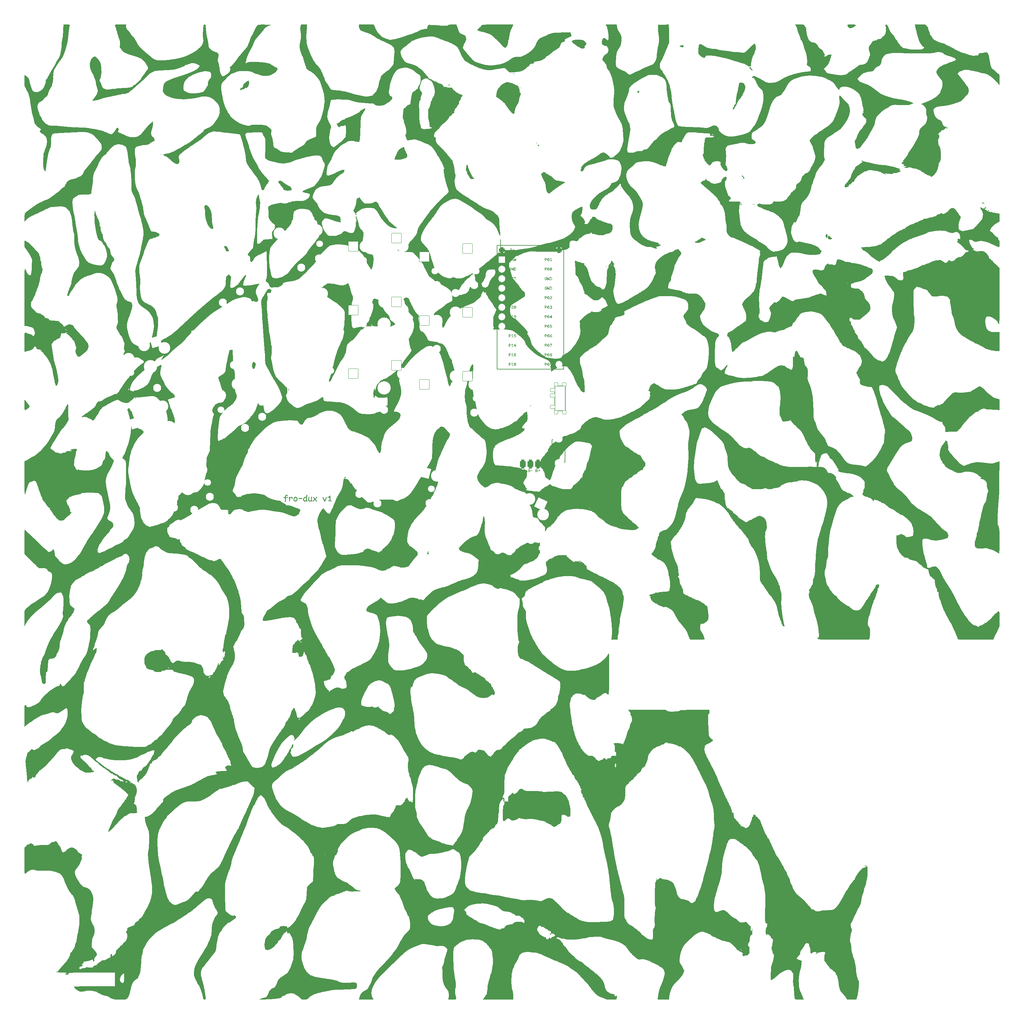
<source format=gbr>
%TF.GenerationSoftware,KiCad,Pcbnew,8.0.5-1.fc40*%
%TF.CreationDate,2024-10-20T23:35:03+02:00*%
%TF.ProjectId,fro_dux-v1,66726f5f-6475-4782-9d76-312e6b696361,v1.0.0*%
%TF.SameCoordinates,Original*%
%TF.FileFunction,Legend,Top*%
%TF.FilePolarity,Positive*%
%FSLAX46Y46*%
G04 Gerber Fmt 4.6, Leading zero omitted, Abs format (unit mm)*
G04 Created by KiCad (PCBNEW 8.0.5-1.fc40) date 2024-10-20 23:35:03*
%MOMM*%
%LPD*%
G01*
G04 APERTURE LIST*
G04 Aperture macros list*
%AMRoundRect*
0 Rectangle with rounded corners*
0 $1 Rounding radius*
0 $2 $3 $4 $5 $6 $7 $8 $9 X,Y pos of 4 corners*
0 Add a 4 corners polygon primitive as box body*
4,1,4,$2,$3,$4,$5,$6,$7,$8,$9,$2,$3,0*
0 Add four circle primitives for the rounded corners*
1,1,$1+$1,$2,$3*
1,1,$1+$1,$4,$5*
1,1,$1+$1,$6,$7*
1,1,$1+$1,$8,$9*
0 Add four rect primitives between the rounded corners*
20,1,$1+$1,$2,$3,$4,$5,0*
20,1,$1+$1,$4,$5,$6,$7,0*
20,1,$1+$1,$6,$7,$8,$9,0*
20,1,$1+$1,$8,$9,$2,$3,0*%
G04 Aperture macros list end*
%ADD10C,0.150000*%
%ADD11C,0.000000*%
%ADD12RoundRect,0.375000X-0.375000X-0.750000X0.375000X-0.750000X0.375000X0.750000X-0.375000X0.750000X0*%
%ADD13C,2.000000*%
%ADD14R,1.752600X1.752600*%
%ADD15C,1.752600*%
%ADD16RoundRect,0.375000X-0.375000X-0.375000X0.375000X-0.375000X0.375000X0.375000X-0.375000X0.375000X0*%
%ADD17C,0.010000*%
%ADD18RoundRect,0.050000X-0.450000X0.450000X-0.450000X-0.450000X0.450000X-0.450000X0.450000X0.450000X0*%
%ADD19RoundRect,0.050000X-0.625000X0.450000X-0.625000X-0.450000X0.625000X-0.450000X0.625000X0.450000X0*%
%ADD20RoundRect,0.400000X-0.400000X-0.775000X0.400000X-0.775000X0.400000X0.775000X-0.400000X0.775000X0*%
%ADD21C,2.100000*%
%ADD22C,1.801800*%
%ADD23C,3.100000*%
%ADD24C,3.529000*%
%ADD25RoundRect,0.050000X-1.054507X-1.505993X1.505993X-1.054507X1.054507X1.505993X-1.505993X1.054507X0*%
%ADD26C,2.132000*%
%ADD27RoundRect,0.050000X-1.181751X-1.408356X1.408356X-1.181751X1.181751X1.408356X-1.408356X1.181751X0*%
%ADD28RoundRect,0.050000X-1.300000X-1.300000X1.300000X-1.300000X1.300000X1.300000X-1.300000X1.300000X0*%
%ADD29RoundRect,0.050000X-1.592168X-0.919239X0.919239X-1.592168X1.592168X0.919239X-0.919239X1.592168X0*%
%ADD30RoundRect,0.050000X-1.727604X-0.628796X0.628796X-1.727604X1.727604X0.628796X-0.628796X1.727604X0*%
%ADD31C,1.100000*%
%ADD32RoundRect,0.050000X-0.863113X-1.623279X1.623279X-0.863113X0.863113X1.623279X-1.623279X0.863113X0*%
%ADD33RoundRect,0.050000X-1.408356X-1.181751X1.181751X-1.408356X1.408356X1.181751X-1.181751X1.408356X0*%
%ADD34RoundRect,0.050000X-0.876300X0.876300X-0.876300X-0.876300X0.876300X-0.876300X0.876300X0.876300X0*%
%ADD35C,1.852600*%
%ADD36RoundRect,0.400000X-0.400000X-0.400000X0.400000X-0.400000X0.400000X0.400000X-0.400000X0.400000X0*%
G04 APERTURE END LIST*
D10*
G36*
X89012177Y45658780D02*
G01*
X89082892Y45682600D01*
X89121353Y45734251D01*
X89145088Y45806304D01*
X89164244Y45882854D01*
X89178647Y45963451D01*
X89188123Y46047647D01*
X89192499Y46134992D01*
X89192794Y46164729D01*
X89191988Y46243405D01*
X89190611Y46331190D01*
X89189176Y46414498D01*
X89187553Y46505190D01*
X89185839Y46599352D01*
X89184134Y46693066D01*
X89182536Y46782419D01*
X89256889Y46787869D01*
X89330316Y46794590D01*
X89416734Y46804310D01*
X89500757Y46815807D01*
X89581804Y46829052D01*
X89633897Y46838839D01*
X89700804Y46877491D01*
X89728296Y46947114D01*
X89728419Y46952412D01*
X89705280Y47023607D01*
X89641615Y47069342D01*
X89613014Y47073312D01*
X89533570Y47059363D01*
X89455943Y47045709D01*
X89372175Y47033390D01*
X89292771Y47023969D01*
X89202427Y47015743D01*
X89178140Y47013961D01*
X89178140Y47018724D01*
X89180595Y47113874D01*
X89188713Y47190125D01*
X89208544Y47261779D01*
X89258336Y47324631D01*
X89339302Y47353061D01*
X89419574Y47357978D01*
X89495474Y47354092D01*
X89570832Y47342501D01*
X89606420Y47337827D01*
X89679677Y47363405D01*
X89719801Y47428849D01*
X89722191Y47452500D01*
X89695904Y47524673D01*
X89631699Y47563874D01*
X89554921Y47578313D01*
X89480553Y47586779D01*
X89419574Y47589153D01*
X89329791Y47584560D01*
X89250423Y47570606D01*
X89160203Y47536989D01*
X89087065Y47485650D01*
X89030187Y47415969D01*
X88988750Y47327329D01*
X88967312Y47248035D01*
X88953752Y47157467D01*
X88947725Y47055366D01*
X88947330Y47018724D01*
X88947330Y47002971D01*
X88884316Y47002971D01*
X88807517Y47003912D01*
X88730717Y47006145D01*
X88695272Y47007367D01*
X88622014Y46980632D01*
X88581891Y46914662D01*
X88579501Y46891596D01*
X88604447Y46819048D01*
X88667998Y46778846D01*
X88690875Y46775825D01*
X88767025Y46773583D01*
X88840416Y46772083D01*
X88884316Y46771795D01*
X88951360Y46771795D01*
X88952974Y46682808D01*
X88954721Y46590078D01*
X88956493Y46497348D01*
X88958184Y46408361D01*
X88959686Y46326862D01*
X88961134Y46241222D01*
X88961985Y46164729D01*
X88959183Y46075489D01*
X88951795Y46001800D01*
X88938442Y45928508D01*
X88917406Y45854028D01*
X88896959Y45779562D01*
X88896772Y45774185D01*
X88923358Y45701076D01*
X88989126Y45661154D01*
X89012177Y45658780D01*
G37*
G36*
X90143510Y45830605D02*
G01*
X90212781Y45855210D01*
X90254572Y45915526D01*
X90258914Y45936484D01*
X90266470Y46016813D01*
X90273247Y46103953D01*
X90279112Y46193820D01*
X90283930Y46282330D01*
X90287568Y46365399D01*
X90289891Y46438945D01*
X90290422Y46464781D01*
X90307557Y46542086D01*
X90339715Y46615283D01*
X90383988Y46682460D01*
X90437471Y46741707D01*
X90497257Y46791114D01*
X90560438Y46828770D01*
X90639762Y46856405D01*
X90685362Y46861188D01*
X90731524Y46840305D01*
X90746153Y46764852D01*
X90753996Y46688803D01*
X90754605Y46666282D01*
X90777206Y46595755D01*
X90840798Y46553004D01*
X90870010Y46549412D01*
X90943267Y46575647D01*
X90983391Y46642326D01*
X90985781Y46666282D01*
X90981456Y46743200D01*
X90970969Y46822438D01*
X90955090Y46901921D01*
X90937421Y46964136D01*
X90897423Y47029151D01*
X90833050Y47072045D01*
X90762086Y47092275D01*
X90704047Y47096760D01*
X90621070Y47088978D01*
X90540213Y47066601D01*
X90462684Y47031079D01*
X90389689Y46983863D01*
X90322437Y46926403D01*
X90262134Y46860150D01*
X90240230Y46831512D01*
X90220207Y46904068D01*
X90195264Y46976796D01*
X90185642Y47001139D01*
X90134975Y47057565D01*
X90078297Y47073312D01*
X90008614Y47050398D01*
X89966434Y46985995D01*
X89962892Y46956442D01*
X89973517Y46905518D01*
X90000100Y46833341D01*
X90022815Y46753759D01*
X90040806Y46671888D01*
X90053218Y46592843D01*
X90059508Y46511018D01*
X90059612Y46500685D01*
X90058258Y46406097D01*
X90054689Y46312214D01*
X90049643Y46222348D01*
X90043859Y46139816D01*
X90036714Y46052013D01*
X90030172Y45977723D01*
X90028105Y45949307D01*
X90050598Y45878119D01*
X90114175Y45834318D01*
X90143510Y45830605D01*
G37*
G36*
X91840644Y47070410D02*
G01*
X91921618Y47055417D01*
X91995653Y47028124D01*
X92062375Y46989054D01*
X92121411Y46938735D01*
X92172389Y46877690D01*
X92214935Y46806446D01*
X92248675Y46725527D01*
X92273238Y46635459D01*
X92288249Y46536767D01*
X92293335Y46429977D01*
X92290634Y46365950D01*
X92276773Y46274626D01*
X92251753Y46189648D01*
X92216261Y46111783D01*
X92170986Y46041804D01*
X92116616Y45980478D01*
X92053839Y45928577D01*
X91983344Y45886869D01*
X91905819Y45856124D01*
X91821952Y45837113D01*
X91732431Y45830605D01*
X91673319Y45833095D01*
X91590583Y45846009D01*
X91515240Y45869628D01*
X91447602Y45903609D01*
X91387977Y45947603D01*
X91336676Y46001266D01*
X91294007Y46064252D01*
X91260281Y46136214D01*
X91235808Y46216806D01*
X91220897Y46305684D01*
X91215858Y46402500D01*
X91447034Y46402500D01*
X91447311Y46381085D01*
X91453964Y46302608D01*
X91474782Y46220466D01*
X91509529Y46155739D01*
X91569673Y46100582D01*
X91650009Y46069440D01*
X91732431Y46061414D01*
X91803295Y46068145D01*
X91882080Y46094609D01*
X91948551Y46139612D01*
X92001171Y46201526D01*
X92038409Y46278726D01*
X92056091Y46350397D01*
X92062159Y46429977D01*
X92059522Y46502957D01*
X92047938Y46589400D01*
X92027382Y46663333D01*
X91989482Y46737998D01*
X91938514Y46792752D01*
X91860847Y46831893D01*
X91782990Y46842137D01*
X91749452Y46839868D01*
X91669450Y46815470D01*
X91597318Y46767078D01*
X91547280Y46713405D01*
X91505709Y46648346D01*
X91474127Y46573666D01*
X91454061Y46491129D01*
X91447034Y46402500D01*
X91215858Y46402500D01*
X91218790Y46470408D01*
X91233734Y46568773D01*
X91260474Y46661874D01*
X91298043Y46748513D01*
X91345474Y46827490D01*
X91401799Y46897606D01*
X91466052Y46957663D01*
X91537264Y47006461D01*
X91614470Y47042801D01*
X91696700Y47065485D01*
X91782990Y47073312D01*
X91840644Y47070410D01*
G37*
G36*
X92676919Y46463682D02*
G01*
X92757500Y46465558D01*
X92845205Y46469472D01*
X92920647Y46473593D01*
X93001590Y46478572D01*
X93085532Y46484265D01*
X93169968Y46490530D01*
X93252397Y46497222D01*
X93330314Y46504199D01*
X93422860Y46513698D01*
X93443353Y46516072D01*
X93510615Y46545955D01*
X93547309Y46614725D01*
X93548499Y46631477D01*
X93522474Y46704586D01*
X93456426Y46744508D01*
X93432728Y46746882D01*
X93350079Y46739314D01*
X93265198Y46731465D01*
X93188053Y46724679D01*
X93102535Y46717627D01*
X93011508Y46710760D01*
X92917837Y46704532D01*
X92824389Y46699396D01*
X92734029Y46695805D01*
X92676919Y46694492D01*
X92603661Y46667906D01*
X92563537Y46602138D01*
X92561147Y46579087D01*
X92584419Y46509404D01*
X92648294Y46467224D01*
X92676919Y46463682D01*
G37*
G36*
X94820175Y47608958D02*
G01*
X94883752Y47565712D01*
X94906245Y47494631D01*
X94898908Y47434940D01*
X94887806Y47355568D01*
X94877543Y47278982D01*
X94866495Y47190228D01*
X94855446Y47091516D01*
X94845183Y46985051D01*
X94839166Y46910859D01*
X94834081Y46834856D01*
X94830160Y46757699D01*
X94827637Y46680040D01*
X94826744Y46602534D01*
X94827160Y46561686D01*
X94829486Y46482607D01*
X94833408Y46396686D01*
X94838416Y46311889D01*
X94845137Y46222832D01*
X94853855Y46148243D01*
X94863058Y46104142D01*
X94887707Y46028976D01*
X94927494Y45960664D01*
X94932535Y45954621D01*
X94956803Y45882995D01*
X94954504Y45859313D01*
X94915268Y45793466D01*
X94841399Y45767590D01*
X94818533Y45769853D01*
X94753105Y45807158D01*
X94723653Y45845677D01*
X94686750Y45913248D01*
X94656385Y45985943D01*
X94635768Y45966871D01*
X94572127Y45917313D01*
X94505723Y45879096D01*
X94436455Y45852031D01*
X94364222Y45835930D01*
X94288921Y45830605D01*
X94238321Y45832938D01*
X94143542Y45851086D01*
X94058408Y45886072D01*
X93984220Y45936523D01*
X93922279Y46001072D01*
X93873885Y46078349D01*
X93840339Y46166984D01*
X93825707Y46240089D01*
X93820708Y46318236D01*
X94051517Y46318236D01*
X94058151Y46249080D01*
X94088476Y46168602D01*
X94141036Y46109333D01*
X94213275Y46073642D01*
X94288921Y46063613D01*
X94344633Y46066935D01*
X94418327Y46083358D01*
X94488207Y46114638D01*
X94555609Y46162018D01*
X94612421Y46216386D01*
X94606979Y46297851D01*
X94602716Y46374320D01*
X94599175Y46452025D01*
X94596690Y46526329D01*
X94595568Y46602534D01*
X94595624Y46617495D01*
X94597264Y46695560D01*
X94599965Y46772161D01*
X94587113Y46779950D01*
X94517790Y46812978D01*
X94443959Y46834467D01*
X94370987Y46842137D01*
X94354341Y46841495D01*
X94275115Y46819783D01*
X94204288Y46769548D01*
X94155251Y46710942D01*
X94114294Y46637712D01*
X94082620Y46551474D01*
X94065679Y46479229D01*
X94055142Y46401256D01*
X94051517Y46318236D01*
X93820708Y46318236D01*
X93821386Y46358276D01*
X93826729Y46436336D01*
X93837206Y46511433D01*
X93862073Y46617824D01*
X93897265Y46715749D01*
X93942049Y46804125D01*
X93995689Y46881871D01*
X94057449Y46947906D01*
X94126594Y47001150D01*
X94202389Y47040519D01*
X94284099Y47064934D01*
X94370987Y47073312D01*
X94401279Y47072140D01*
X94478907Y47059318D01*
X94548891Y47036447D01*
X94616451Y47003703D01*
X94617850Y47021056D01*
X94625561Y47107762D01*
X94634308Y47193450D01*
X94643883Y47276874D01*
X94654074Y47356782D01*
X94664673Y47431925D01*
X94677634Y47514049D01*
X94679670Y47524332D01*
X94719950Y47587439D01*
X94790840Y47612601D01*
X94820175Y47608958D01*
G37*
G36*
X95575593Y45830605D02*
G01*
X95657212Y45839260D01*
X95733402Y45861034D01*
X95802510Y45890246D01*
X95875342Y45929195D01*
X95939026Y45969091D01*
X95974876Y45901105D01*
X96012299Y45847091D01*
X96074134Y45805206D01*
X96104989Y45800929D01*
X96178097Y45827818D01*
X96218020Y45894861D01*
X96220394Y45918532D01*
X96196477Y45988196D01*
X96195115Y45989973D01*
X96152582Y46053999D01*
X96126318Y46124620D01*
X96125872Y46127726D01*
X96121304Y46202258D01*
X96119914Y46277415D01*
X96119644Y46350109D01*
X96120105Y46433869D01*
X96121368Y46515893D01*
X96123246Y46594852D01*
X96125556Y46669417D01*
X96128986Y46759705D01*
X96132416Y46836665D01*
X96136604Y46920226D01*
X96138328Y46956076D01*
X96115189Y47026735D01*
X96051524Y47069696D01*
X96022923Y47073312D01*
X95951320Y47048160D01*
X95910509Y46984851D01*
X95907519Y46962304D01*
X95903019Y46885327D01*
X95899132Y46805426D01*
X95895856Y46724108D01*
X95893185Y46642880D01*
X95891115Y46563250D01*
X95889641Y46486723D01*
X95888632Y46397726D01*
X95888468Y46349010D01*
X95888584Y46272664D01*
X95889788Y46199279D01*
X95890666Y46178651D01*
X95819667Y46138785D01*
X95744756Y46103276D01*
X95668181Y46076723D01*
X95591504Y46064039D01*
X95575593Y46063613D01*
X95497095Y46072311D01*
X95432527Y46118384D01*
X95405805Y46191780D01*
X95396966Y46269428D01*
X95394975Y46349010D01*
X95396666Y46435029D01*
X95401737Y46523807D01*
X95408229Y46596866D01*
X95416884Y46671777D01*
X95427703Y46748580D01*
X95440686Y46827313D01*
X95455833Y46908014D01*
X95464218Y46949115D01*
X95468614Y46978790D01*
X95445343Y47049084D01*
X95381468Y47093004D01*
X95352843Y47096760D01*
X95281872Y47071825D01*
X95239866Y47010303D01*
X95237438Y47000406D01*
X95220390Y46912372D01*
X95205530Y46826309D01*
X95192887Y46742194D01*
X95182484Y46660008D01*
X95174348Y46579728D01*
X95168505Y46501332D01*
X95164980Y46424800D01*
X95163799Y46350109D01*
X95167150Y46255096D01*
X95177314Y46170067D01*
X95194456Y46094883D01*
X95228458Y46009710D01*
X95275559Y45941461D01*
X95336154Y45889804D01*
X95410638Y45854409D01*
X95499405Y45834946D01*
X95575593Y45830605D01*
G37*
G36*
X96490404Y45830605D02*
G01*
X96562657Y45855677D01*
X96589323Y45885926D01*
X96637991Y45957977D01*
X96685277Y46021195D01*
X96737517Y46085823D01*
X96793621Y46150478D01*
X96852499Y46213777D01*
X96913060Y46274335D01*
X96925279Y46285996D01*
X96978062Y46221975D01*
X97037718Y46152397D01*
X97088194Y46095021D01*
X97139301Y46038009D01*
X97189364Y45983106D01*
X97247926Y45920096D01*
X97298970Y45866509D01*
X97365736Y45831909D01*
X97383234Y45830605D01*
X97456190Y45857401D01*
X97496249Y45923800D01*
X97498639Y45947109D01*
X97473939Y46018422D01*
X97462735Y46032105D01*
X97407792Y46088977D01*
X97347424Y46153573D01*
X97297347Y46208502D01*
X97247440Y46264414D01*
X97187761Y46333004D01*
X97134037Y46396942D01*
X97097470Y46442433D01*
X97156807Y46501869D01*
X97215783Y46564564D01*
X97273076Y46628968D01*
X97327363Y46693530D01*
X97377323Y46756701D01*
X97421634Y46816932D01*
X97467061Y46885723D01*
X97488014Y46922370D01*
X97502669Y46979890D01*
X97480176Y47050259D01*
X97416598Y47093144D01*
X97387264Y47096760D01*
X97315637Y47071937D01*
X97282117Y47030814D01*
X97236549Y46956803D01*
X97192209Y46895864D01*
X97140295Y46830773D01*
X97082794Y46763802D01*
X97021695Y46697223D01*
X96958984Y46633309D01*
X96904967Y46703225D01*
X96851167Y46769274D01*
X96797155Y46831775D01*
X96742504Y46891045D01*
X96686786Y46947404D01*
X96629574Y47001170D01*
X96606175Y47022021D01*
X96535810Y47049742D01*
X96530338Y47049865D01*
X96460655Y47027059D01*
X96418475Y46962670D01*
X96414933Y46932995D01*
X96439845Y46861545D01*
X96454867Y46846167D01*
X96509862Y46796535D01*
X96562930Y46744756D01*
X96614666Y46690182D01*
X96665666Y46632169D01*
X96716525Y46570070D01*
X96767839Y46503241D01*
X96788625Y46475040D01*
X96732560Y46420191D01*
X96676769Y46362818D01*
X96622112Y46303761D01*
X96569447Y46243864D01*
X96519633Y46183966D01*
X96473529Y46124910D01*
X96422422Y46053555D01*
X96395882Y46012688D01*
X96375000Y45947109D01*
X96401585Y45873401D01*
X96467353Y45833011D01*
X96490404Y45830605D01*
G37*
G36*
X99588747Y45787740D02*
G01*
X99661855Y45813765D01*
X99701777Y45879814D01*
X99704152Y45903511D01*
X99702320Y45928424D01*
X99743496Y46010216D01*
X99785281Y46098600D01*
X99827166Y46192093D01*
X99868639Y46289212D01*
X99909190Y46388473D01*
X99948307Y46488392D01*
X99985480Y46587487D01*
X100020198Y46684274D01*
X100051951Y46777269D01*
X100080227Y46864989D01*
X100096894Y46919806D01*
X100101290Y46957541D01*
X100075296Y47030799D01*
X100009463Y47070923D01*
X99985886Y47073312D01*
X99915910Y47048491D01*
X99874511Y46989049D01*
X99852682Y46918240D01*
X99828783Y46844375D01*
X99803062Y46768183D01*
X99775767Y46690394D01*
X99747145Y46611738D01*
X99717447Y46532945D01*
X99686918Y46454745D01*
X99655809Y46377867D01*
X99624366Y46303043D01*
X99592838Y46231001D01*
X99571894Y46184879D01*
X99536783Y46254188D01*
X99501319Y46326212D01*
X99465828Y46400189D01*
X99430633Y46475355D01*
X99396059Y46550949D01*
X99362429Y46626208D01*
X99330069Y46700369D01*
X99299302Y46772671D01*
X99270452Y46842349D01*
X99235530Y46929856D01*
X99227512Y46950580D01*
X99178294Y47009890D01*
X99118335Y47026418D01*
X99044314Y47000393D01*
X99005214Y46934345D01*
X99002930Y46910647D01*
X99011357Y46866683D01*
X99046284Y46778280D01*
X99085594Y46683224D01*
X99128454Y46583268D01*
X99158588Y46514772D01*
X99189683Y46445395D01*
X99221492Y46375656D01*
X99253767Y46306074D01*
X99286263Y46237168D01*
X99318732Y46169457D01*
X99350927Y46103460D01*
X99398166Y46008813D01*
X99443401Y45920941D01*
X99485799Y45841596D01*
X99544546Y45795809D01*
X99588747Y45787740D01*
G37*
G36*
X101268161Y45849656D02*
G01*
X101342182Y45875650D01*
X101381281Y45941484D01*
X101383565Y45965061D01*
X101358789Y46036989D01*
X101295478Y46076617D01*
X101285013Y46078633D01*
X101207073Y46090051D01*
X101129306Y46097950D01*
X101054260Y46103041D01*
X101036985Y46103913D01*
X101036985Y46188176D01*
X101037458Y46272595D01*
X101038795Y46360466D01*
X101040873Y46450598D01*
X101043568Y46541798D01*
X101046757Y46632873D01*
X101050316Y46722632D01*
X101054121Y46809881D01*
X101058051Y46893428D01*
X101061980Y46972080D01*
X101067604Y47078274D01*
X101072534Y47166747D01*
X101077306Y47250191D01*
X101079117Y47285437D01*
X101056516Y47355385D01*
X100992924Y47397985D01*
X100963712Y47401575D01*
X100891025Y47375693D01*
X100852337Y47319143D01*
X100809659Y47255658D01*
X100753251Y47206050D01*
X100678531Y47155523D01*
X100607518Y47116001D01*
X100528126Y47078566D01*
X100441842Y47044408D01*
X100373499Y47021655D01*
X100310688Y46976086D01*
X100289602Y46909914D01*
X100312094Y46839809D01*
X100375672Y46797344D01*
X100405006Y46793777D01*
X100440544Y46800005D01*
X100511434Y46823281D01*
X100592948Y46854720D01*
X100669340Y46889368D01*
X100739291Y46926574D01*
X100801482Y46965685D01*
X100829256Y46985751D01*
X100825724Y46909515D01*
X100822365Y46832854D01*
X100819217Y46756020D01*
X100816318Y46679266D01*
X100813707Y46602842D01*
X100811422Y46527001D01*
X100809499Y46451994D01*
X100807979Y46378073D01*
X100806641Y46281637D01*
X100806175Y46188176D01*
X100806175Y46103913D01*
X100724645Y46100670D01*
X100648445Y46095009D01*
X100572706Y46086537D01*
X100545690Y46082663D01*
X100479363Y46048543D01*
X100447645Y45980296D01*
X100447138Y45969457D01*
X100473014Y45895436D01*
X100538861Y45856336D01*
X100562543Y45854052D01*
X100636419Y45864502D01*
X100712947Y45871604D01*
X100787257Y45875524D01*
X100879840Y45877438D01*
X100900697Y45877500D01*
X100987383Y45875567D01*
X101075292Y45871013D01*
X101154691Y45863863D01*
X101231043Y45853646D01*
X101268161Y45849656D01*
G37*
G36*
X154035855Y54482717D02*
G01*
X154090212Y54476418D01*
X154139569Y54465930D01*
X154183698Y54451257D01*
X154222372Y54432408D01*
X154255361Y54409388D01*
X154290111Y54372220D01*
X154313811Y54327666D01*
X154324008Y54289414D01*
X154327458Y54247023D01*
X154325852Y54220081D01*
X154315637Y54177207D01*
X154296670Y54139636D01*
X154269737Y54107208D01*
X154235623Y54079765D01*
X154260105Y54068823D01*
X154296250Y54048340D01*
X154331528Y54020008D01*
X154357435Y53987516D01*
X154373399Y53950794D01*
X154378847Y53909772D01*
X154376714Y53880515D01*
X154365706Y53840230D01*
X154345685Y53804213D01*
X154317055Y53772403D01*
X154280219Y53744738D01*
X154235582Y53721159D01*
X154183548Y53701603D01*
X154144948Y53690771D01*
X154103359Y53681683D01*
X154058901Y53674320D01*
X154011694Y53668664D01*
X153961857Y53664698D01*
X153909510Y53662403D01*
X153895476Y53647305D01*
X153858121Y53634462D01*
X153842476Y53636428D01*
X153808568Y53659596D01*
X153796572Y53697183D01*
X153796292Y53722195D01*
X153795526Y53771097D01*
X153794801Y53814383D01*
X153793943Y53864406D01*
X153792986Y53919612D01*
X153791962Y53978450D01*
X153791391Y54011377D01*
X153915176Y54011377D01*
X153918498Y53785501D01*
X153976256Y53788888D01*
X154029071Y53794436D01*
X154076783Y53801989D01*
X154119230Y53811392D01*
X154167357Y53826534D01*
X154205455Y53844314D01*
X154238391Y53869684D01*
X154255749Y53909772D01*
X154230891Y53943069D01*
X154192073Y53962988D01*
X154149549Y53977547D01*
X154111550Y53987300D01*
X154068736Y53995793D01*
X154021485Y54002793D01*
X153970173Y54008066D01*
X153915176Y54011377D01*
X153791391Y54011377D01*
X153790906Y54039367D01*
X153789849Y54100811D01*
X153788825Y54161229D01*
X153787868Y54219069D01*
X153787010Y54272778D01*
X153786285Y54320804D01*
X153785772Y54358202D01*
X153909510Y54358202D01*
X153913027Y54134671D01*
X153945742Y54133408D01*
X153984869Y54131147D01*
X154026160Y54127832D01*
X154046964Y54129568D01*
X154093693Y54137736D01*
X154132628Y54151033D01*
X154168621Y54173163D01*
X154195135Y54206565D01*
X154204164Y54247023D01*
X154202320Y54267229D01*
X154183252Y54306913D01*
X154149723Y54332483D01*
X154109078Y54347736D01*
X154067929Y54355920D01*
X154018861Y54360491D01*
X153976725Y54361524D01*
X153950343Y54360956D01*
X153909510Y54358202D01*
X153785772Y54358202D01*
X153785726Y54361594D01*
X153785239Y54415257D01*
X153785874Y54424191D01*
X153805444Y54460869D01*
X153841317Y54476806D01*
X153851264Y54477637D01*
X153893091Y54480991D01*
X153934869Y54483674D01*
X153976725Y54484817D01*
X154035855Y54482717D01*
G37*
G36*
X154556656Y53997113D02*
G01*
X154599632Y53998113D01*
X154646408Y54000201D01*
X154686644Y54002399D01*
X154729814Y54005055D01*
X154774583Y54008091D01*
X154819615Y54011432D01*
X154863577Y54015001D01*
X154905133Y54018722D01*
X154954491Y54023788D01*
X154965421Y54025055D01*
X155001294Y54040992D01*
X155020864Y54077670D01*
X155021499Y54086604D01*
X155007619Y54125595D01*
X154972393Y54146887D01*
X154959754Y54148153D01*
X154915674Y54144117D01*
X154870405Y54139931D01*
X154829261Y54136312D01*
X154783651Y54132550D01*
X154735103Y54128888D01*
X154685146Y54125567D01*
X154635307Y54122828D01*
X154587114Y54120912D01*
X154556656Y54120212D01*
X154517585Y54106033D01*
X154496186Y54070956D01*
X154494911Y54058663D01*
X154507322Y54021498D01*
X154541389Y53999002D01*
X154556656Y53997113D01*
G37*
G36*
X152035855Y54482717D02*
G01*
X152090212Y54476418D01*
X152139569Y54465930D01*
X152183698Y54451257D01*
X152222372Y54432408D01*
X152255361Y54409388D01*
X152290111Y54372220D01*
X152313811Y54327666D01*
X152324008Y54289414D01*
X152327458Y54247023D01*
X152325852Y54220081D01*
X152315637Y54177207D01*
X152296670Y54139636D01*
X152269737Y54107208D01*
X152235623Y54079765D01*
X152260105Y54068823D01*
X152296250Y54048340D01*
X152331528Y54020008D01*
X152357435Y53987516D01*
X152373399Y53950794D01*
X152378847Y53909772D01*
X152376714Y53880515D01*
X152365706Y53840230D01*
X152345685Y53804213D01*
X152317055Y53772403D01*
X152280219Y53744738D01*
X152235582Y53721159D01*
X152183548Y53701603D01*
X152144948Y53690771D01*
X152103359Y53681683D01*
X152058901Y53674320D01*
X152011694Y53668664D01*
X151961857Y53664698D01*
X151909510Y53662403D01*
X151895476Y53647305D01*
X151858121Y53634462D01*
X151842476Y53636428D01*
X151808568Y53659596D01*
X151796572Y53697183D01*
X151796292Y53722195D01*
X151795526Y53771097D01*
X151794801Y53814383D01*
X151793943Y53864406D01*
X151792986Y53919612D01*
X151791962Y53978450D01*
X151791391Y54011377D01*
X151915176Y54011377D01*
X151918498Y53785501D01*
X151976256Y53788888D01*
X152029071Y53794436D01*
X152076783Y53801989D01*
X152119230Y53811392D01*
X152167357Y53826534D01*
X152205455Y53844314D01*
X152238391Y53869684D01*
X152255749Y53909772D01*
X152230891Y53943069D01*
X152192073Y53962988D01*
X152149549Y53977547D01*
X152111550Y53987300D01*
X152068736Y53995793D01*
X152021485Y54002793D01*
X151970173Y54008066D01*
X151915176Y54011377D01*
X151791391Y54011377D01*
X151790906Y54039367D01*
X151789849Y54100811D01*
X151788825Y54161229D01*
X151787868Y54219069D01*
X151787010Y54272778D01*
X151786285Y54320804D01*
X151785772Y54358202D01*
X151909510Y54358202D01*
X151913027Y54134671D01*
X151945742Y54133408D01*
X151984869Y54131147D01*
X152026160Y54127832D01*
X152046964Y54129568D01*
X152093693Y54137736D01*
X152132628Y54151033D01*
X152168621Y54173163D01*
X152195135Y54206565D01*
X152204164Y54247023D01*
X152202320Y54267229D01*
X152183252Y54306913D01*
X152149723Y54332483D01*
X152109078Y54347736D01*
X152067929Y54355920D01*
X152018861Y54360491D01*
X151976725Y54361524D01*
X151950343Y54360956D01*
X151909510Y54358202D01*
X151785772Y54358202D01*
X151785726Y54361594D01*
X151785239Y54415257D01*
X151785874Y54424191D01*
X151805444Y54460869D01*
X151841317Y54476806D01*
X151851264Y54477637D01*
X151893091Y54480991D01*
X151934869Y54483674D01*
X151976725Y54484817D01*
X152035855Y54482717D01*
G37*
G36*
X152751464Y53764594D02*
G01*
X152790942Y53778458D01*
X152811795Y53813569D01*
X152813013Y53826143D01*
X152812263Y53866962D01*
X152812036Y53893359D01*
X152812298Y53935192D01*
X152812990Y53977934D01*
X152813968Y54020547D01*
X152814185Y54028963D01*
X152855719Y54031249D01*
X152897765Y54033041D01*
X152940031Y54034211D01*
X152982224Y54034629D01*
X153021702Y54048430D01*
X153042555Y54083548D01*
X153043774Y54096178D01*
X153029973Y54135575D01*
X152994855Y54156501D01*
X152982224Y54157727D01*
X152940523Y54157235D01*
X152900521Y54156025D01*
X152858273Y54154165D01*
X152819852Y54152061D01*
X152822408Y54198344D01*
X152824859Y54239778D01*
X152827472Y54281632D01*
X152830018Y54321129D01*
X152830989Y54338076D01*
X152817189Y54377554D01*
X152782070Y54398407D01*
X152769440Y54399626D01*
X152731630Y54386517D01*
X152709822Y54353998D01*
X152707891Y54342570D01*
X152704954Y54300668D01*
X152702091Y54257567D01*
X152699375Y54213699D01*
X152696879Y54169493D01*
X152695581Y54144245D01*
X152651355Y54140093D01*
X152608191Y54135794D01*
X152566712Y54131276D01*
X152527542Y54126464D01*
X152492145Y54109645D01*
X152473242Y54073405D01*
X152472636Y54064720D01*
X152486437Y54025323D01*
X152521555Y54004397D01*
X152534185Y54003171D01*
X152577273Y54007518D01*
X152617245Y54011713D01*
X152659485Y54015886D01*
X152691087Y54018802D01*
X152690024Y53977555D01*
X152689175Y53937996D01*
X152688746Y53896944D01*
X152688742Y53893359D01*
X152688951Y53853309D01*
X152689915Y53825166D01*
X152704581Y53786573D01*
X152739218Y53765818D01*
X152751464Y53764594D01*
G37*
G36*
X156035855Y54482717D02*
G01*
X156090212Y54476418D01*
X156139569Y54465930D01*
X156183698Y54451257D01*
X156222372Y54432408D01*
X156255361Y54409388D01*
X156290111Y54372220D01*
X156313811Y54327666D01*
X156324008Y54289414D01*
X156327458Y54247023D01*
X156325852Y54220081D01*
X156315637Y54177207D01*
X156296670Y54139636D01*
X156269737Y54107208D01*
X156235623Y54079765D01*
X156260105Y54068823D01*
X156296250Y54048340D01*
X156331528Y54020008D01*
X156357435Y53987516D01*
X156373399Y53950794D01*
X156378847Y53909772D01*
X156376714Y53880515D01*
X156365706Y53840230D01*
X156345685Y53804213D01*
X156317055Y53772403D01*
X156280219Y53744738D01*
X156235582Y53721159D01*
X156183548Y53701603D01*
X156144948Y53690771D01*
X156103359Y53681683D01*
X156058901Y53674320D01*
X156011694Y53668664D01*
X155961857Y53664698D01*
X155909510Y53662403D01*
X155895476Y53647305D01*
X155858121Y53634462D01*
X155842476Y53636428D01*
X155808568Y53659596D01*
X155796572Y53697183D01*
X155796292Y53722195D01*
X155795526Y53771097D01*
X155794801Y53814383D01*
X155793943Y53864406D01*
X155792986Y53919612D01*
X155791962Y53978450D01*
X155791391Y54011377D01*
X155915176Y54011377D01*
X155918498Y53785501D01*
X155976256Y53788888D01*
X156029071Y53794436D01*
X156076783Y53801989D01*
X156119230Y53811392D01*
X156167357Y53826534D01*
X156205455Y53844314D01*
X156238391Y53869684D01*
X156255749Y53909772D01*
X156230891Y53943069D01*
X156192073Y53962988D01*
X156149549Y53977547D01*
X156111550Y53987300D01*
X156068736Y53995793D01*
X156021485Y54002793D01*
X155970173Y54008066D01*
X155915176Y54011377D01*
X155791391Y54011377D01*
X155790906Y54039367D01*
X155789849Y54100811D01*
X155788825Y54161229D01*
X155787868Y54219069D01*
X155787010Y54272778D01*
X155786285Y54320804D01*
X155785772Y54358202D01*
X155909510Y54358202D01*
X155913027Y54134671D01*
X155945742Y54133408D01*
X155984869Y54131147D01*
X156026160Y54127832D01*
X156046964Y54129568D01*
X156093693Y54137736D01*
X156132628Y54151033D01*
X156168621Y54173163D01*
X156195135Y54206565D01*
X156204164Y54247023D01*
X156202320Y54267229D01*
X156183252Y54306913D01*
X156149723Y54332483D01*
X156109078Y54347736D01*
X156067929Y54355920D01*
X156018861Y54360491D01*
X155976725Y54361524D01*
X155950343Y54360956D01*
X155909510Y54358202D01*
X155785772Y54358202D01*
X155785726Y54361594D01*
X155785239Y54415257D01*
X155785874Y54424191D01*
X155805444Y54460869D01*
X155841317Y54476806D01*
X155851264Y54477637D01*
X155893091Y54480991D01*
X155934869Y54483674D01*
X155976725Y54484817D01*
X156035855Y54482717D01*
G37*
G36*
X156751464Y53764594D02*
G01*
X156790942Y53778458D01*
X156811795Y53813569D01*
X156813013Y53826143D01*
X156812263Y53866962D01*
X156812036Y53893359D01*
X156812298Y53935192D01*
X156812990Y53977934D01*
X156813968Y54020547D01*
X156814185Y54028963D01*
X156855719Y54031249D01*
X156897765Y54033041D01*
X156940031Y54034211D01*
X156982224Y54034629D01*
X157021702Y54048430D01*
X157042555Y54083548D01*
X157043774Y54096178D01*
X157029973Y54135575D01*
X156994855Y54156501D01*
X156982224Y54157727D01*
X156940523Y54157235D01*
X156900521Y54156025D01*
X156858273Y54154165D01*
X156819852Y54152061D01*
X156822408Y54198344D01*
X156824859Y54239778D01*
X156827472Y54281632D01*
X156830018Y54321129D01*
X156830989Y54338076D01*
X156817189Y54377554D01*
X156782070Y54398407D01*
X156769440Y54399626D01*
X156731630Y54386517D01*
X156709822Y54353998D01*
X156707891Y54342570D01*
X156704954Y54300668D01*
X156702091Y54257567D01*
X156699375Y54213699D01*
X156696879Y54169493D01*
X156695581Y54144245D01*
X156651355Y54140093D01*
X156608191Y54135794D01*
X156566712Y54131276D01*
X156527542Y54126464D01*
X156492145Y54109645D01*
X156473242Y54073405D01*
X156472636Y54064720D01*
X156486437Y54025323D01*
X156521555Y54004397D01*
X156534185Y54003171D01*
X156577273Y54007518D01*
X156617245Y54011713D01*
X156659485Y54015886D01*
X156691087Y54018802D01*
X156690024Y53977555D01*
X156689175Y53937996D01*
X156688746Y53896944D01*
X156688742Y53893359D01*
X156688951Y53853309D01*
X156689915Y53825166D01*
X156704581Y53786573D01*
X156739218Y53765818D01*
X156751464Y53764594D01*
G37*
G36*
X162315587Y57978892D02*
G01*
X162359763Y57952277D01*
X162377133Y57903538D01*
X162377113Y57901826D01*
X162360280Y57855911D01*
X162339856Y57829760D01*
X162308956Y57789079D01*
X162277894Y57746833D01*
X162246846Y57703229D01*
X162215984Y57658471D01*
X162185484Y57612765D01*
X162155517Y57566316D01*
X162126259Y57519329D01*
X162097884Y57472010D01*
X162070564Y57424563D01*
X162044474Y57377195D01*
X162069566Y57376164D01*
X162123591Y57374348D01*
X162173349Y57373228D01*
X162222283Y57372798D01*
X162230160Y57372801D01*
X162279925Y57374264D01*
X162295804Y57372681D01*
X162339979Y57346066D01*
X162357350Y57297327D01*
X162355822Y57281960D01*
X162330094Y57238115D01*
X162282856Y57220391D01*
X162272389Y57219711D01*
X162222283Y57218925D01*
X162183876Y57219186D01*
X162120582Y57220527D01*
X162051313Y57222959D01*
X162002285Y57225158D01*
X161951305Y57227800D01*
X161898657Y57230867D01*
X161844623Y57234343D01*
X161789483Y57238212D01*
X161733521Y57242455D01*
X161677018Y57247057D01*
X161620255Y57252001D01*
X161563516Y57257270D01*
X161507081Y57262847D01*
X161451233Y57268715D01*
X161396254Y57274857D01*
X161377033Y57279386D01*
X161338299Y57310054D01*
X161325668Y57357411D01*
X161328455Y57392335D01*
X161331349Y57419205D01*
X161487845Y57419205D01*
X161498363Y57418151D01*
X161553081Y57412894D01*
X161610779Y57407678D01*
X161670691Y57402535D01*
X161719702Y57398496D01*
X161769247Y57394544D01*
X161818936Y57390694D01*
X161868375Y57386964D01*
X161863332Y57459457D01*
X161855413Y57524244D01*
X161844716Y57581451D01*
X161831341Y57631204D01*
X161809513Y57686162D01*
X161776137Y57736992D01*
X161736422Y57768510D01*
X161681041Y57781661D01*
X161645511Y57776014D01*
X161597920Y57746347D01*
X161563734Y57702162D01*
X161540129Y57654056D01*
X161519976Y57594593D01*
X161507195Y57542534D01*
X161496469Y57484073D01*
X161487845Y57419205D01*
X161331349Y57419205D01*
X161335639Y57459042D01*
X161344970Y57521531D01*
X161356447Y57579771D01*
X161370072Y57633728D01*
X161385842Y57683370D01*
X161413524Y57749669D01*
X161446035Y57806073D01*
X161483376Y57852470D01*
X161525547Y57888751D01*
X161572549Y57914803D01*
X161624380Y57930516D01*
X161681041Y57935778D01*
X161725438Y57932726D01*
X161779786Y57919252D01*
X161828593Y57895200D01*
X161871858Y57860752D01*
X161909582Y57816092D01*
X161941765Y57761403D01*
X161962266Y57713914D01*
X161979649Y57660964D01*
X161993916Y57602631D01*
X162022492Y57648749D01*
X162052027Y57694607D01*
X162082312Y57739945D01*
X162113137Y57784500D01*
X162144295Y57828014D01*
X162175576Y57870226D01*
X162206771Y57910874D01*
X162237671Y57949700D01*
X162253220Y57964955D01*
X162299708Y57980475D01*
X162315587Y57978892D01*
G37*
G36*
X162341718Y58759854D02*
G01*
X162323871Y58808593D01*
X162279167Y58835207D01*
X162263316Y58836790D01*
X162214679Y58819066D01*
X162187972Y58775221D01*
X162186380Y58759854D01*
X162185996Y58707281D01*
X162184865Y58651280D01*
X162183018Y58593298D01*
X162180487Y58534784D01*
X162177304Y58477185D01*
X162173500Y58421951D01*
X162169106Y58370529D01*
X162164153Y58324369D01*
X162154129Y58276249D01*
X162106053Y58255763D01*
X162101872Y58255736D01*
X162047651Y58257887D01*
X161995476Y58261306D01*
X161943044Y58265240D01*
X161903302Y58268437D01*
X161902900Y58323049D01*
X161901684Y58379132D01*
X161899644Y58435800D01*
X161896769Y58492163D01*
X161893046Y58547336D01*
X161888464Y58600432D01*
X161883013Y58650562D01*
X161876680Y58696839D01*
X161854489Y58741721D01*
X161808249Y58763651D01*
X161800964Y58764006D01*
X161754261Y58748580D01*
X161725491Y58706136D01*
X161723051Y58687069D01*
X161724516Y58674369D01*
X161731404Y58625053D01*
X161736797Y58576465D01*
X161741708Y58516081D01*
X161744909Y58455283D01*
X161746470Y58405768D01*
X161747336Y58354997D01*
X161747684Y58302528D01*
X161747719Y58275520D01*
X161699604Y58276741D01*
X161648242Y58276561D01*
X161595489Y58275886D01*
X161543395Y58274474D01*
X161503232Y58272589D01*
X161495627Y58324636D01*
X161489373Y58377990D01*
X161484589Y58432208D01*
X161481388Y58486843D01*
X161479887Y58541454D01*
X161479785Y58559574D01*
X161480596Y58609139D01*
X161482959Y58660846D01*
X161486538Y58712639D01*
X161488578Y58743001D01*
X161471128Y58791839D01*
X161426962Y58818588D01*
X161411153Y58820182D01*
X161364364Y58804249D01*
X161337051Y58763404D01*
X161334216Y58748618D01*
X161330119Y58696977D01*
X161327330Y58643836D01*
X161325882Y58589783D01*
X161325668Y58559574D01*
X161326293Y58508812D01*
X161328165Y58457702D01*
X161331278Y58406541D01*
X161335626Y58355624D01*
X161341204Y58305249D01*
X161348007Y58255711D01*
X161351069Y58236197D01*
X161326308Y58192595D01*
X161325668Y58182952D01*
X161341737Y58136602D01*
X161385933Y58108392D01*
X161405779Y58106015D01*
X161457576Y58113653D01*
X161509490Y58118263D01*
X161562171Y58120802D01*
X161613401Y58122144D01*
X161676145Y58122820D01*
X161699848Y58122868D01*
X161760420Y58121403D01*
X161800952Y58091472D01*
X161824900Y58087941D01*
X161871921Y58103294D01*
X161883763Y58114564D01*
X161939727Y58110756D01*
X161992976Y58107065D01*
X162047654Y58103678D01*
X162097322Y58101884D01*
X162101872Y58101863D01*
X162158392Y58107061D01*
X162206562Y58122549D01*
X162253272Y58154498D01*
X162287797Y58200769D01*
X162307198Y58250074D01*
X162318026Y58308981D01*
X162324227Y58369111D01*
X162328663Y58423108D01*
X162332561Y58480765D01*
X162335857Y58540625D01*
X162338483Y58601231D01*
X162340374Y58661127D01*
X162341465Y58718856D01*
X162341718Y58759854D01*
G37*
G36*
X162341718Y59292791D02*
G01*
X162337929Y59354966D01*
X162326884Y59413496D01*
X162309068Y59467842D01*
X162284969Y59517466D01*
X162255070Y59561826D01*
X162219857Y59600383D01*
X162179816Y59632598D01*
X162135432Y59657931D01*
X162087190Y59675841D01*
X162035577Y59685790D01*
X161999534Y59687732D01*
X161937653Y59681447D01*
X161884728Y59662682D01*
X161840350Y59631575D01*
X161804109Y59588264D01*
X161775596Y59532886D01*
X161759037Y59483516D01*
X161746421Y59427493D01*
X161737577Y59364876D01*
X161732332Y59295722D01*
X161728531Y59241502D01*
X161718812Y59188256D01*
X161691037Y59146698D01*
X161654663Y59138918D01*
X161603416Y59146751D01*
X161554880Y59174992D01*
X161523972Y59214699D01*
X161503904Y59267909D01*
X161496124Y59322016D01*
X161495417Y59346036D01*
X161497264Y59401050D01*
X161503705Y59454985D01*
X161516910Y59508611D01*
X161534436Y59557069D01*
X161538403Y59579777D01*
X161523496Y59626320D01*
X161481251Y59654580D01*
X161461711Y59656958D01*
X161413731Y59639497D01*
X161390392Y59607865D01*
X161370970Y59555505D01*
X161356528Y59500918D01*
X161348010Y59451893D01*
X161342962Y59400394D01*
X161341299Y59346036D01*
X161344604Y59287291D01*
X161354290Y59232615D01*
X161370017Y59182381D01*
X161391441Y59136964D01*
X161428280Y59084544D01*
X161473832Y59042233D01*
X161527286Y59010916D01*
X161587833Y58991477D01*
X161637411Y58985225D01*
X161654663Y58984801D01*
X161708306Y58989642D01*
X161764525Y59009224D01*
X161809262Y59043694D01*
X161843116Y59092895D01*
X161862765Y59142758D01*
X161876138Y59201869D01*
X161882234Y59252222D01*
X161884495Y59288639D01*
X161887909Y59338982D01*
X161894598Y59395475D01*
X161906576Y59450408D01*
X161926586Y59495903D01*
X161969034Y59529390D01*
X161999534Y59533615D01*
X162056456Y59523634D01*
X162105914Y59495091D01*
X162139797Y59458636D01*
X162165618Y59411960D01*
X162182070Y59356274D01*
X162187607Y59306053D01*
X162187845Y59292791D01*
X162186266Y59243544D01*
X162179861Y59191855D01*
X162165400Y59139479D01*
X162142494Y59092911D01*
X162110176Y59049281D01*
X162092426Y59003619D01*
X162092346Y59000188D01*
X162109456Y58950841D01*
X162152934Y58924775D01*
X162168550Y58923252D01*
X162215227Y58939738D01*
X162226924Y58951096D01*
X162261108Y58995818D01*
X162288939Y59042586D01*
X162310645Y59092194D01*
X162326455Y59145436D01*
X162336599Y59203105D01*
X162340789Y59252962D01*
X162341718Y59292791D01*
G37*
G36*
X162341718Y60494955D02*
G01*
X162323871Y60543694D01*
X162279167Y60570308D01*
X162263316Y60571891D01*
X162214679Y60554167D01*
X162187972Y60510322D01*
X162186380Y60494955D01*
X162185996Y60442382D01*
X162184865Y60386381D01*
X162183018Y60328399D01*
X162180487Y60269885D01*
X162177304Y60212287D01*
X162173500Y60157052D01*
X162169106Y60105631D01*
X162164153Y60059470D01*
X162154129Y60011350D01*
X162106053Y59990864D01*
X162101872Y59990837D01*
X162047651Y59992988D01*
X161995476Y59996407D01*
X161943044Y60000341D01*
X161903302Y60003538D01*
X161902900Y60058150D01*
X161901684Y60114234D01*
X161899644Y60170901D01*
X161896769Y60227265D01*
X161893046Y60282438D01*
X161888464Y60335533D01*
X161883013Y60385663D01*
X161876680Y60431940D01*
X161854489Y60476822D01*
X161808249Y60498752D01*
X161800964Y60499107D01*
X161754261Y60483681D01*
X161725491Y60441237D01*
X161723051Y60422170D01*
X161724516Y60409470D01*
X161731404Y60360155D01*
X161736797Y60311567D01*
X161741708Y60251182D01*
X161744909Y60190384D01*
X161746470Y60140869D01*
X161747336Y60090098D01*
X161747684Y60037630D01*
X161747719Y60010621D01*
X161699604Y60011842D01*
X161648242Y60011662D01*
X161595489Y60010987D01*
X161543395Y60009575D01*
X161503232Y60007690D01*
X161495627Y60059737D01*
X161489373Y60113092D01*
X161484589Y60167309D01*
X161481388Y60221945D01*
X161479887Y60276555D01*
X161479785Y60294676D01*
X161480596Y60344240D01*
X161482959Y60395947D01*
X161486538Y60447740D01*
X161488578Y60478102D01*
X161471128Y60526940D01*
X161426962Y60553689D01*
X161411153Y60555283D01*
X161364364Y60539350D01*
X161337051Y60498505D01*
X161334216Y60483720D01*
X161330119Y60432078D01*
X161327330Y60378938D01*
X161325882Y60324884D01*
X161325668Y60294676D01*
X161326293Y60243913D01*
X161328165Y60192803D01*
X161331278Y60141642D01*
X161335626Y60090726D01*
X161341204Y60040350D01*
X161348007Y59990812D01*
X161351069Y59971298D01*
X161326308Y59927696D01*
X161325668Y59918053D01*
X161341737Y59871703D01*
X161385933Y59843493D01*
X161405779Y59841117D01*
X161457576Y59848754D01*
X161509490Y59853364D01*
X161562171Y59855903D01*
X161613401Y59857245D01*
X161676145Y59857921D01*
X161699848Y59857969D01*
X161760420Y59856504D01*
X161800952Y59826573D01*
X161824900Y59823043D01*
X161871921Y59838396D01*
X161883763Y59849665D01*
X161939727Y59845858D01*
X161992976Y59842166D01*
X162047654Y59838779D01*
X162097322Y59836985D01*
X162101872Y59836964D01*
X162158392Y59842162D01*
X162206562Y59857650D01*
X162253272Y59889599D01*
X162287797Y59935870D01*
X162307198Y59985175D01*
X162318026Y60044082D01*
X162324227Y60104212D01*
X162328663Y60158209D01*
X162332561Y60215866D01*
X162335857Y60275726D01*
X162338483Y60336333D01*
X162340374Y60396229D01*
X162341465Y60453957D01*
X162341718Y60494955D01*
G37*
G36*
X162341718Y61065750D02*
G01*
X162324467Y61115098D01*
X162280570Y61141164D01*
X162264782Y61142687D01*
X162209479Y61142396D01*
X162147429Y61141548D01*
X162079854Y61140178D01*
X162007980Y61138320D01*
X161958280Y61136828D01*
X161907576Y61135146D01*
X161856231Y61133283D01*
X161804608Y61131250D01*
X161753069Y61129057D01*
X161701977Y61126716D01*
X161651696Y61124235D01*
X161602587Y61121626D01*
X161531916Y61117494D01*
X161509338Y61116064D01*
X161507663Y61170125D01*
X161505620Y61223355D01*
X161503153Y61275541D01*
X161500202Y61326472D01*
X161496711Y61375934D01*
X161495417Y61392059D01*
X161476104Y61437296D01*
X161433316Y61461916D01*
X161418480Y61463378D01*
X161371937Y61448311D01*
X161343677Y61405916D01*
X161341299Y61386441D01*
X161344831Y61333123D01*
X161347913Y61284231D01*
X161351316Y61220929D01*
X161353822Y61164462D01*
X161356086Y61100649D01*
X161357927Y61029817D01*
X161358830Y60978858D01*
X161359412Y60925021D01*
X161359618Y60868402D01*
X161359573Y60818220D01*
X161359203Y60764714D01*
X161358152Y60711598D01*
X161373235Y60665055D01*
X161415761Y60636795D01*
X161435333Y60634417D01*
X161483598Y60651645D01*
X161510266Y60694818D01*
X161512269Y60710133D01*
X161513321Y60763339D01*
X161513675Y60813212D01*
X161513735Y60863406D01*
X161513735Y60868402D01*
X161513735Y60962191D01*
X161581893Y60966404D01*
X161654179Y60970362D01*
X161704038Y60972843D01*
X161754793Y60975184D01*
X161806068Y60977377D01*
X161857487Y60979410D01*
X161908675Y60981273D01*
X161959257Y60982955D01*
X162008856Y60984447D01*
X162080591Y60986305D01*
X162148002Y60987675D01*
X162209821Y60988523D01*
X162264782Y60988814D01*
X162314129Y61006064D01*
X162340195Y61049962D01*
X162341718Y61065750D01*
G37*
G36*
X158471569Y85353344D02*
G01*
X158525670Y85345831D01*
X158576850Y85332387D01*
X158624453Y85313494D01*
X158667829Y85289637D01*
X158706323Y85261299D01*
X158739282Y85228966D01*
X158766053Y85193119D01*
X158785985Y85154245D01*
X158798422Y85112826D01*
X158802713Y85069346D01*
X158798601Y85025030D01*
X158786589Y84983626D01*
X158767165Y84945451D01*
X158740817Y84910819D01*
X158708033Y84880048D01*
X158669301Y84853453D01*
X158625108Y84831350D01*
X158575943Y84814055D01*
X158522293Y84801883D01*
X158464646Y84795151D01*
X158424234Y84793840D01*
X158393948Y84795013D01*
X158398442Y84602940D01*
X158397216Y84590447D01*
X158376290Y84555666D01*
X158336893Y84541977D01*
X158324639Y84543184D01*
X158289894Y84563654D01*
X158275149Y84601768D01*
X158274296Y84628342D01*
X158272995Y84672766D01*
X158271696Y84721575D01*
X158270430Y84773542D01*
X158269229Y84827441D01*
X158268126Y84882044D01*
X158267152Y84936125D01*
X158266338Y84988457D01*
X158265718Y85037812D01*
X158265322Y85082966D01*
X158265184Y85122689D01*
X158388282Y85122689D01*
X158388335Y85096828D01*
X158388650Y85051655D01*
X158389186Y85006712D01*
X158389870Y84962149D01*
X158390627Y84918111D01*
X158424234Y84917134D01*
X158451832Y84917878D01*
X158491068Y84921688D01*
X158538884Y84931485D01*
X158580908Y84946238D01*
X158616430Y84965469D01*
X158650609Y84995081D01*
X158672132Y85030017D01*
X158679615Y85069346D01*
X158679290Y85077238D01*
X158668403Y85115658D01*
X158643600Y85151151D01*
X158606953Y85182089D01*
X158570497Y85202466D01*
X158528847Y85218054D01*
X158483061Y85228017D01*
X158434200Y85231524D01*
X158429833Y85231493D01*
X158389454Y85228202D01*
X158388777Y85202758D01*
X158388344Y85163321D01*
X158388282Y85122689D01*
X158265184Y85122689D01*
X158265281Y85155089D01*
X158265679Y85196296D01*
X158266407Y85240226D01*
X158267333Y85281935D01*
X158281792Y85319402D01*
X158315595Y85340163D01*
X158354021Y85348680D01*
X158395105Y85353465D01*
X158434200Y85354817D01*
X158471569Y85353344D01*
G37*
G36*
X159210728Y85354280D02*
G01*
X159257813Y85346411D01*
X159302062Y85329667D01*
X159343033Y85304701D01*
X159380283Y85272168D01*
X159413369Y85232720D01*
X159441849Y85187014D01*
X159465282Y85135701D01*
X159477880Y85098701D01*
X159487907Y85059695D01*
X159495231Y85018875D01*
X159499722Y84976435D01*
X159501248Y84932570D01*
X159500854Y84910580D01*
X159497761Y84868123D01*
X159491718Y84827784D01*
X159477446Y84771468D01*
X159457374Y84720489D01*
X159432002Y84675192D01*
X159401834Y84635921D01*
X159367372Y84603018D01*
X159329118Y84576829D01*
X159287575Y84557696D01*
X159243244Y84545964D01*
X159196628Y84541977D01*
X159181260Y84542505D01*
X159137217Y84550282D01*
X159096478Y84566964D01*
X159059307Y84592059D01*
X159025972Y84625074D01*
X158996740Y84665515D01*
X158971876Y84712892D01*
X158957020Y84752417D01*
X159087989Y84752417D01*
X159098932Y84732563D01*
X159123411Y84700138D01*
X159158184Y84674038D01*
X159196628Y84665076D01*
X159205727Y84665360D01*
X159249586Y84675177D01*
X159289532Y84698578D01*
X159317588Y84726702D01*
X159341279Y84762876D01*
X159359780Y84806813D01*
X159369753Y84844687D01*
X159375992Y84886647D01*
X159378149Y84932570D01*
X159378070Y84941358D01*
X159375398Y84984022D01*
X159369278Y85024452D01*
X159360173Y85062508D01*
X159341167Y85044632D01*
X159312412Y85016377D01*
X159283627Y84986771D01*
X159255111Y84956240D01*
X159227160Y84925211D01*
X159200072Y84894109D01*
X159174144Y84863360D01*
X159141893Y84823647D01*
X159112940Y84786330D01*
X159087989Y84752417D01*
X158957020Y84752417D01*
X158951648Y84766710D01*
X158940869Y84805924D01*
X158932348Y84847637D01*
X158926164Y84891702D01*
X158922396Y84937973D01*
X158921122Y84986304D01*
X159044220Y84986304D01*
X159044234Y84981920D01*
X159045726Y84939428D01*
X159049419Y84899258D01*
X159055553Y84857539D01*
X159083442Y84893066D01*
X159113876Y84930287D01*
X159146356Y84968479D01*
X159180386Y85006918D01*
X159215469Y85044881D01*
X159251109Y85081644D01*
X159286809Y85116484D01*
X159322071Y85148676D01*
X159302036Y85175405D01*
X159272122Y85203714D01*
X159234810Y85224315D01*
X159194479Y85231524D01*
X159151444Y85220598D01*
X159118535Y85196290D01*
X159089894Y85160131D01*
X159071052Y85123914D01*
X159056652Y85082239D01*
X159047455Y85036054D01*
X159044220Y84986304D01*
X158921122Y84986304D01*
X158922505Y85023834D01*
X158929567Y85078101D01*
X158942237Y85129366D01*
X158960090Y85176992D01*
X158982701Y85220339D01*
X159009644Y85258769D01*
X159040496Y85291644D01*
X159074830Y85318324D01*
X159112222Y85338173D01*
X159152246Y85350550D01*
X159194479Y85354817D01*
X159210728Y85354280D01*
G37*
G36*
X159930586Y85363961D02*
G01*
X159979381Y85354097D01*
X160024260Y85338059D01*
X160064740Y85316178D01*
X160100339Y85288783D01*
X160130573Y85256204D01*
X160154959Y85218771D01*
X160173013Y85176813D01*
X160176335Y85153952D01*
X160168519Y85122103D01*
X160161438Y85111397D01*
X160138364Y85079354D01*
X160112684Y85047868D01*
X160084574Y85017510D01*
X160054213Y84988852D01*
X160021778Y84962466D01*
X160054854Y84949488D01*
X160093237Y84930484D01*
X160132340Y84903623D01*
X160161990Y84872826D01*
X160182627Y84837575D01*
X160194687Y84797351D01*
X160198610Y84751635D01*
X160193231Y84703998D01*
X160177599Y84660951D01*
X160152469Y84623038D01*
X160118596Y84590801D01*
X160076737Y84564784D01*
X160040555Y84549678D01*
X160000625Y84538605D01*
X159957265Y84531793D01*
X159910794Y84529472D01*
X159879461Y84530423D01*
X159835533Y84535359D01*
X159795453Y84544395D01*
X159748317Y84562610D01*
X159708781Y84587602D01*
X159677277Y84619079D01*
X159654238Y84656747D01*
X159640098Y84700314D01*
X159635288Y84749486D01*
X159758582Y84749486D01*
X159763520Y84717359D01*
X159786160Y84684496D01*
X159821994Y84665314D01*
X159865336Y84656149D01*
X159910794Y84653743D01*
X159956356Y84656580D01*
X159995146Y84664759D01*
X160032207Y84680927D01*
X160064420Y84711857D01*
X160075511Y84751635D01*
X160075417Y84757200D01*
X160064083Y84799781D01*
X160032749Y84829271D01*
X159991843Y84848575D01*
X159954692Y84860981D01*
X159908645Y84873561D01*
X159903158Y84875309D01*
X159864876Y84886262D01*
X159852059Y84878501D01*
X159818510Y84854449D01*
X159788710Y84825098D01*
X159767046Y84790151D01*
X159758582Y84749486D01*
X159635288Y84749486D01*
X159637129Y84777314D01*
X159646788Y84817557D01*
X159664719Y84855878D01*
X159690914Y84892139D01*
X159719050Y84920681D01*
X159752916Y84947616D01*
X159731068Y84961888D01*
X159699814Y84987791D01*
X159670596Y85022339D01*
X159650118Y85060630D01*
X159638064Y85102625D01*
X159634116Y85148286D01*
X159757410Y85148286D01*
X159757850Y85136165D01*
X159766847Y85097693D01*
X159788893Y85064828D01*
X159819616Y85040592D01*
X159854474Y85022832D01*
X159898484Y85007016D01*
X159903435Y85010184D01*
X159938146Y85036117D01*
X159967393Y85062820D01*
X159995447Y85092707D01*
X160021620Y85124881D01*
X160045225Y85158446D01*
X160029867Y85182319D01*
X160001117Y85209568D01*
X159964556Y85229215D01*
X159920894Y85240819D01*
X159878359Y85244029D01*
X159836136Y85238030D01*
X159796404Y85218567D01*
X159769065Y85189060D01*
X159757410Y85148286D01*
X159634116Y85148286D01*
X159639097Y85193208D01*
X159653374Y85234690D01*
X159675950Y85271944D01*
X159705826Y85304186D01*
X159742002Y85330630D01*
X159783483Y85350491D01*
X159829267Y85362984D01*
X159878359Y85367323D01*
X159930586Y85363961D01*
G37*
G36*
X158471569Y110753344D02*
G01*
X158525670Y110745831D01*
X158576850Y110732387D01*
X158624453Y110713494D01*
X158667829Y110689637D01*
X158706323Y110661299D01*
X158739282Y110628966D01*
X158766053Y110593119D01*
X158785985Y110554245D01*
X158798422Y110512826D01*
X158802713Y110469346D01*
X158798601Y110425030D01*
X158786589Y110383626D01*
X158767165Y110345451D01*
X158740817Y110310819D01*
X158708033Y110280048D01*
X158669301Y110253453D01*
X158625108Y110231350D01*
X158575943Y110214055D01*
X158522293Y110201883D01*
X158464646Y110195151D01*
X158424234Y110193840D01*
X158393948Y110195013D01*
X158398442Y110002940D01*
X158397216Y109990447D01*
X158376290Y109955666D01*
X158336893Y109941977D01*
X158324639Y109943184D01*
X158289894Y109963654D01*
X158275149Y110001768D01*
X158274296Y110028342D01*
X158272995Y110072766D01*
X158271696Y110121575D01*
X158270430Y110173542D01*
X158269229Y110227441D01*
X158268126Y110282044D01*
X158267152Y110336125D01*
X158266338Y110388457D01*
X158265718Y110437812D01*
X158265322Y110482966D01*
X158265184Y110522689D01*
X158388282Y110522689D01*
X158388335Y110496828D01*
X158388650Y110451655D01*
X158389186Y110406712D01*
X158389870Y110362149D01*
X158390627Y110318111D01*
X158424234Y110317134D01*
X158451832Y110317878D01*
X158491068Y110321688D01*
X158538884Y110331485D01*
X158580908Y110346238D01*
X158616430Y110365469D01*
X158650609Y110395081D01*
X158672132Y110430017D01*
X158679615Y110469346D01*
X158679290Y110477238D01*
X158668403Y110515658D01*
X158643600Y110551151D01*
X158606953Y110582089D01*
X158570497Y110602466D01*
X158528847Y110618054D01*
X158483061Y110628017D01*
X158434200Y110631524D01*
X158429833Y110631493D01*
X158389454Y110628202D01*
X158388777Y110602758D01*
X158388344Y110563321D01*
X158388282Y110522689D01*
X158265184Y110522689D01*
X158265281Y110555089D01*
X158265679Y110596296D01*
X158266407Y110640226D01*
X158267333Y110681935D01*
X158281792Y110719402D01*
X158315595Y110740163D01*
X158354021Y110748680D01*
X158395105Y110753465D01*
X158434200Y110754817D01*
X158471569Y110753344D01*
G37*
G36*
X159210728Y110754280D02*
G01*
X159257813Y110746411D01*
X159302062Y110729667D01*
X159343033Y110704701D01*
X159380283Y110672168D01*
X159413369Y110632720D01*
X159441849Y110587014D01*
X159465282Y110535701D01*
X159477880Y110498701D01*
X159487907Y110459695D01*
X159495231Y110418875D01*
X159499722Y110376435D01*
X159501248Y110332570D01*
X159500854Y110310580D01*
X159497761Y110268123D01*
X159491718Y110227784D01*
X159477446Y110171468D01*
X159457374Y110120489D01*
X159432002Y110075192D01*
X159401834Y110035921D01*
X159367372Y110003018D01*
X159329118Y109976829D01*
X159287575Y109957696D01*
X159243244Y109945964D01*
X159196628Y109941977D01*
X159181260Y109942505D01*
X159137217Y109950282D01*
X159096478Y109966964D01*
X159059307Y109992059D01*
X159025972Y110025074D01*
X158996740Y110065515D01*
X158971876Y110112892D01*
X158957020Y110152417D01*
X159087989Y110152417D01*
X159098932Y110132563D01*
X159123411Y110100138D01*
X159158184Y110074038D01*
X159196628Y110065076D01*
X159205727Y110065360D01*
X159249586Y110075177D01*
X159289532Y110098578D01*
X159317588Y110126702D01*
X159341279Y110162876D01*
X159359780Y110206813D01*
X159369753Y110244687D01*
X159375992Y110286647D01*
X159378149Y110332570D01*
X159378070Y110341358D01*
X159375398Y110384022D01*
X159369278Y110424452D01*
X159360173Y110462508D01*
X159341167Y110444632D01*
X159312412Y110416377D01*
X159283627Y110386771D01*
X159255111Y110356240D01*
X159227160Y110325211D01*
X159200072Y110294109D01*
X159174144Y110263360D01*
X159141893Y110223647D01*
X159112940Y110186330D01*
X159087989Y110152417D01*
X158957020Y110152417D01*
X158951648Y110166710D01*
X158940869Y110205924D01*
X158932348Y110247637D01*
X158926164Y110291702D01*
X158922396Y110337973D01*
X158921122Y110386304D01*
X159044220Y110386304D01*
X159044234Y110381920D01*
X159045726Y110339428D01*
X159049419Y110299258D01*
X159055553Y110257539D01*
X159083442Y110293066D01*
X159113876Y110330287D01*
X159146356Y110368479D01*
X159180386Y110406918D01*
X159215469Y110444881D01*
X159251109Y110481644D01*
X159286809Y110516484D01*
X159322071Y110548676D01*
X159302036Y110575405D01*
X159272122Y110603714D01*
X159234810Y110624315D01*
X159194479Y110631524D01*
X159151444Y110620598D01*
X159118535Y110596290D01*
X159089894Y110560131D01*
X159071052Y110523914D01*
X159056652Y110482239D01*
X159047455Y110436054D01*
X159044220Y110386304D01*
X158921122Y110386304D01*
X158922505Y110423834D01*
X158929567Y110478101D01*
X158942237Y110529366D01*
X158960090Y110576992D01*
X158982701Y110620339D01*
X159009644Y110658769D01*
X159040496Y110691644D01*
X159074830Y110718324D01*
X159112222Y110738173D01*
X159152246Y110750550D01*
X159194479Y110754817D01*
X159210728Y110754280D01*
G37*
G36*
X160121429Y109939633D02*
G01*
X160160907Y109953496D01*
X160181760Y109988607D01*
X160182978Y110001182D01*
X160169764Y110039544D01*
X160135999Y110060679D01*
X160130417Y110061754D01*
X160088849Y110067843D01*
X160047373Y110072056D01*
X160007349Y110074771D01*
X159998135Y110075236D01*
X159998135Y110120177D01*
X159998388Y110165200D01*
X159999101Y110212065D01*
X160000209Y110260135D01*
X160001646Y110308775D01*
X160003347Y110357349D01*
X160005245Y110405220D01*
X160007275Y110451752D01*
X160009371Y110496311D01*
X160011466Y110538259D01*
X160014466Y110594895D01*
X160017095Y110642081D01*
X160019640Y110686584D01*
X160020606Y110705383D01*
X160008552Y110742688D01*
X159974636Y110765408D01*
X159959057Y110767323D01*
X159920290Y110753519D01*
X159899657Y110723359D01*
X159876895Y110689500D01*
X159846811Y110663043D01*
X159806960Y110636095D01*
X159769086Y110615016D01*
X159726744Y110595051D01*
X159680726Y110576834D01*
X159644276Y110564699D01*
X159610777Y110540395D01*
X159599531Y110505104D01*
X159611527Y110467714D01*
X159645435Y110445066D01*
X159661080Y110443164D01*
X159680033Y110446485D01*
X159717841Y110458900D01*
X159761316Y110475667D01*
X159802058Y110494146D01*
X159839365Y110513989D01*
X159872534Y110534848D01*
X159887347Y110545550D01*
X159885463Y110504891D01*
X159883671Y110464005D01*
X159881992Y110423027D01*
X159880447Y110382091D01*
X159879054Y110341332D01*
X159877835Y110300883D01*
X159876810Y110260880D01*
X159875999Y110221455D01*
X159875285Y110170023D01*
X159875037Y110120177D01*
X159875037Y110075236D01*
X159831554Y110073507D01*
X159790914Y110070487D01*
X159750520Y110065969D01*
X159736112Y110063903D01*
X159700737Y110045706D01*
X159683821Y110009307D01*
X159683551Y110003526D01*
X159697351Y109964048D01*
X159732469Y109943195D01*
X159745100Y109941977D01*
X159784500Y109947550D01*
X159825315Y109951338D01*
X159864947Y109953429D01*
X159914325Y109954450D01*
X159925449Y109954483D01*
X159971681Y109953452D01*
X160018566Y109951023D01*
X160060912Y109947210D01*
X160101633Y109941761D01*
X160121429Y109939633D01*
G37*
G36*
X148871569Y100593344D02*
G01*
X148925670Y100585831D01*
X148976850Y100572387D01*
X149024453Y100553494D01*
X149067829Y100529637D01*
X149106323Y100501299D01*
X149139282Y100468966D01*
X149166053Y100433119D01*
X149185985Y100394245D01*
X149198422Y100352826D01*
X149202713Y100309346D01*
X149198601Y100265030D01*
X149186589Y100223626D01*
X149167165Y100185451D01*
X149140817Y100150819D01*
X149108033Y100120048D01*
X149069301Y100093453D01*
X149025108Y100071350D01*
X148975943Y100054055D01*
X148922293Y100041883D01*
X148864646Y100035151D01*
X148824234Y100033840D01*
X148793948Y100035013D01*
X148798442Y99842940D01*
X148797216Y99830447D01*
X148776290Y99795666D01*
X148736893Y99781977D01*
X148724639Y99783184D01*
X148689894Y99803654D01*
X148675149Y99841768D01*
X148674296Y99868342D01*
X148672995Y99912766D01*
X148671696Y99961575D01*
X148670430Y100013542D01*
X148669229Y100067441D01*
X148668126Y100122044D01*
X148667152Y100176125D01*
X148666338Y100228457D01*
X148665718Y100277812D01*
X148665322Y100322966D01*
X148665184Y100362689D01*
X148788282Y100362689D01*
X148788335Y100336828D01*
X148788650Y100291655D01*
X148789186Y100246712D01*
X148789870Y100202149D01*
X148790627Y100158111D01*
X148824234Y100157134D01*
X148851832Y100157878D01*
X148891068Y100161688D01*
X148938884Y100171485D01*
X148980908Y100186238D01*
X149016430Y100205469D01*
X149050609Y100235081D01*
X149072132Y100270017D01*
X149079615Y100309346D01*
X149079290Y100317238D01*
X149068403Y100355658D01*
X149043600Y100391151D01*
X149006953Y100422089D01*
X148970497Y100442466D01*
X148928847Y100458054D01*
X148883061Y100468017D01*
X148834200Y100471524D01*
X148829833Y100471493D01*
X148789454Y100468202D01*
X148788777Y100442758D01*
X148788344Y100403321D01*
X148788282Y100362689D01*
X148665184Y100362689D01*
X148665281Y100395089D01*
X148665679Y100436296D01*
X148666407Y100480226D01*
X148667333Y100521935D01*
X148681792Y100559402D01*
X148715595Y100580163D01*
X148754021Y100588680D01*
X148795105Y100593465D01*
X148834200Y100594817D01*
X148871569Y100593344D01*
G37*
G36*
X149830710Y99769472D02*
G01*
X149870188Y99783273D01*
X149891041Y99818391D01*
X149892260Y99831021D01*
X149878414Y99869748D01*
X149843316Y99891482D01*
X149837549Y99892570D01*
X149788900Y99897781D01*
X149747806Y99901176D01*
X149705399Y99903926D01*
X149662251Y99906070D01*
X149618935Y99907646D01*
X149576022Y99908694D01*
X149534087Y99909253D01*
X149503620Y99909374D01*
X149466691Y99909374D01*
X149487006Y99944139D01*
X149511661Y99975474D01*
X149540958Y100003745D01*
X149575199Y100029313D01*
X149614684Y100052542D01*
X149629063Y100059828D01*
X149672767Y100082126D01*
X149711919Y100105025D01*
X149746576Y100128639D01*
X149785887Y100161440D01*
X149817433Y100195994D01*
X149841346Y100232577D01*
X149857756Y100271464D01*
X149866794Y100312929D01*
X149868812Y100345885D01*
X149863943Y100395571D01*
X149850006Y100442071D01*
X149828008Y100484326D01*
X149798959Y100521276D01*
X149763864Y100551860D01*
X149723732Y100575019D01*
X149679570Y100589691D01*
X149632385Y100594817D01*
X149590299Y100592563D01*
X149546862Y100585771D01*
X149501674Y100574392D01*
X149462389Y100561374D01*
X149421376Y100545113D01*
X149387165Y100529751D01*
X149358056Y100501594D01*
X149351408Y100473673D01*
X149365209Y100434195D01*
X149400327Y100413342D01*
X149412957Y100412124D01*
X149439726Y100417595D01*
X149480730Y100436358D01*
X149518562Y100450973D01*
X149559795Y100462968D01*
X149599151Y100469728D01*
X149632385Y100471524D01*
X149675122Y100461510D01*
X149707230Y100438535D01*
X149731243Y100405329D01*
X149744141Y100364788D01*
X149745518Y100345885D01*
X149738478Y100305299D01*
X149716120Y100266931D01*
X149683361Y100234982D01*
X149645583Y100208492D01*
X149608016Y100187103D01*
X149575330Y100170812D01*
X149536352Y100152372D01*
X149500578Y100132270D01*
X149467916Y100110408D01*
X149429047Y100078355D01*
X149395326Y100042773D01*
X149366532Y100003434D01*
X149342445Y99960109D01*
X149322847Y99912568D01*
X149310962Y99874008D01*
X149308812Y99856032D01*
X149322613Y99816554D01*
X149357731Y99795701D01*
X149370361Y99794483D01*
X149411392Y99795163D01*
X149451611Y99796045D01*
X149494306Y99796608D01*
X149503620Y99796632D01*
X149544079Y99794588D01*
X149599039Y99791329D01*
X149647382Y99787937D01*
X149689398Y99784524D01*
X149736080Y99780136D01*
X149780386Y99775283D01*
X149821977Y99770206D01*
X149830710Y99769472D01*
G37*
G36*
X150521429Y99779633D02*
G01*
X150560907Y99793496D01*
X150581760Y99828607D01*
X150582978Y99841182D01*
X150569764Y99879544D01*
X150535999Y99900679D01*
X150530417Y99901754D01*
X150488849Y99907843D01*
X150447373Y99912056D01*
X150407349Y99914771D01*
X150398135Y99915236D01*
X150398135Y99960177D01*
X150398388Y100005200D01*
X150399101Y100052065D01*
X150400209Y100100135D01*
X150401646Y100148775D01*
X150403347Y100197349D01*
X150405245Y100245220D01*
X150407275Y100291752D01*
X150409371Y100336311D01*
X150411466Y100378259D01*
X150414466Y100434895D01*
X150417095Y100482081D01*
X150419640Y100526584D01*
X150420606Y100545383D01*
X150408552Y100582688D01*
X150374636Y100605408D01*
X150359057Y100607323D01*
X150320290Y100593519D01*
X150299657Y100563359D01*
X150276895Y100529500D01*
X150246811Y100503043D01*
X150206960Y100476095D01*
X150169086Y100455016D01*
X150126744Y100435051D01*
X150080726Y100416834D01*
X150044276Y100404699D01*
X150010777Y100380395D01*
X149999531Y100345104D01*
X150011527Y100307714D01*
X150045435Y100285066D01*
X150061080Y100283164D01*
X150080033Y100286485D01*
X150117841Y100298900D01*
X150161316Y100315667D01*
X150202058Y100334146D01*
X150239365Y100353989D01*
X150272534Y100374848D01*
X150287347Y100385550D01*
X150285463Y100344891D01*
X150283671Y100304005D01*
X150281992Y100263027D01*
X150280447Y100222091D01*
X150279054Y100181332D01*
X150277835Y100140883D01*
X150276810Y100100880D01*
X150275999Y100061455D01*
X150275285Y100010023D01*
X150275037Y99960177D01*
X150275037Y99915236D01*
X150231554Y99913507D01*
X150190914Y99910487D01*
X150150520Y99905969D01*
X150136112Y99903903D01*
X150100737Y99885706D01*
X150083821Y99849307D01*
X150083551Y99843526D01*
X150097351Y99804048D01*
X150132469Y99783195D01*
X150145100Y99781977D01*
X150184500Y99787550D01*
X150225315Y99791338D01*
X150264947Y99793429D01*
X150314325Y99794450D01*
X150325449Y99794483D01*
X150371681Y99793452D01*
X150418566Y99791023D01*
X150460912Y99787210D01*
X150501633Y99781761D01*
X150521429Y99779633D01*
G37*
G36*
X148871569Y87893344D02*
G01*
X148925670Y87885831D01*
X148976850Y87872387D01*
X149024453Y87853494D01*
X149067829Y87829637D01*
X149106323Y87801299D01*
X149139282Y87768966D01*
X149166053Y87733119D01*
X149185985Y87694245D01*
X149198422Y87652826D01*
X149202713Y87609346D01*
X149198601Y87565030D01*
X149186589Y87523626D01*
X149167165Y87485451D01*
X149140817Y87450819D01*
X149108033Y87420048D01*
X149069301Y87393453D01*
X149025108Y87371350D01*
X148975943Y87354055D01*
X148922293Y87341883D01*
X148864646Y87335151D01*
X148824234Y87333840D01*
X148793948Y87335013D01*
X148798442Y87142940D01*
X148797216Y87130447D01*
X148776290Y87095666D01*
X148736893Y87081977D01*
X148724639Y87083184D01*
X148689894Y87103654D01*
X148675149Y87141768D01*
X148674296Y87168342D01*
X148672995Y87212766D01*
X148671696Y87261575D01*
X148670430Y87313542D01*
X148669229Y87367441D01*
X148668126Y87422044D01*
X148667152Y87476125D01*
X148666338Y87528457D01*
X148665718Y87577812D01*
X148665322Y87622966D01*
X148665184Y87662689D01*
X148788282Y87662689D01*
X148788335Y87636828D01*
X148788650Y87591655D01*
X148789186Y87546712D01*
X148789870Y87502149D01*
X148790627Y87458111D01*
X148824234Y87457134D01*
X148851832Y87457878D01*
X148891068Y87461688D01*
X148938884Y87471485D01*
X148980908Y87486238D01*
X149016430Y87505469D01*
X149050609Y87535081D01*
X149072132Y87570017D01*
X149079615Y87609346D01*
X149079290Y87617238D01*
X149068403Y87655658D01*
X149043600Y87691151D01*
X149006953Y87722089D01*
X148970497Y87742466D01*
X148928847Y87758054D01*
X148883061Y87768017D01*
X148834200Y87771524D01*
X148829833Y87771493D01*
X148789454Y87768202D01*
X148788777Y87742758D01*
X148788344Y87703321D01*
X148788282Y87662689D01*
X148665184Y87662689D01*
X148665281Y87695089D01*
X148665679Y87736296D01*
X148666407Y87780226D01*
X148667333Y87821935D01*
X148681792Y87859402D01*
X148715595Y87880163D01*
X148754021Y87888680D01*
X148795105Y87893465D01*
X148834200Y87894817D01*
X148871569Y87893344D01*
G37*
G36*
X149827389Y87079633D02*
G01*
X149866867Y87093496D01*
X149887720Y87128607D01*
X149888938Y87141182D01*
X149875724Y87179544D01*
X149841958Y87200679D01*
X149836377Y87201754D01*
X149794809Y87207843D01*
X149753333Y87212056D01*
X149713308Y87214771D01*
X149704095Y87215236D01*
X149704095Y87260177D01*
X149704347Y87305200D01*
X149705060Y87352065D01*
X149706169Y87400135D01*
X149707606Y87448775D01*
X149709307Y87497349D01*
X149711205Y87545220D01*
X149713234Y87591752D01*
X149715330Y87636311D01*
X149717426Y87678259D01*
X149720425Y87734895D01*
X149723054Y87782081D01*
X149725600Y87826584D01*
X149726565Y87845383D01*
X149714512Y87882688D01*
X149680596Y87905408D01*
X149665016Y87907323D01*
X149626249Y87893519D01*
X149605616Y87863359D01*
X149582854Y87829500D01*
X149552770Y87803043D01*
X149512919Y87776095D01*
X149475046Y87755016D01*
X149432704Y87735051D01*
X149386685Y87716834D01*
X149350236Y87704699D01*
X149316736Y87680395D01*
X149305491Y87645104D01*
X149317487Y87607714D01*
X149351395Y87585066D01*
X149367040Y87583164D01*
X149385993Y87586485D01*
X149423801Y87598900D01*
X149467275Y87615667D01*
X149508017Y87634146D01*
X149545325Y87653989D01*
X149578494Y87674848D01*
X149593306Y87685550D01*
X149591422Y87644891D01*
X149589631Y87604005D01*
X149587952Y87563027D01*
X149586406Y87522091D01*
X149585013Y87481332D01*
X149583794Y87440883D01*
X149582769Y87400880D01*
X149581958Y87361455D01*
X149581245Y87310023D01*
X149580996Y87260177D01*
X149580996Y87215236D01*
X149537513Y87213507D01*
X149496873Y87210487D01*
X149456480Y87205969D01*
X149442071Y87203903D01*
X149406697Y87185706D01*
X149389781Y87149307D01*
X149389510Y87143526D01*
X149403311Y87104048D01*
X149438429Y87083195D01*
X149451059Y87081977D01*
X149490460Y87087550D01*
X149531275Y87091338D01*
X149570907Y87093429D01*
X149620284Y87094450D01*
X149631408Y87094483D01*
X149677640Y87093452D01*
X149724525Y87091023D01*
X149766871Y87087210D01*
X149807593Y87081761D01*
X149827389Y87079633D01*
G37*
G36*
X150429858Y87893591D02*
G01*
X150464970Y87872665D01*
X150478833Y87833268D01*
X150478235Y87814398D01*
X150476952Y87770751D01*
X150475952Y87731427D01*
X150475094Y87688679D01*
X150474518Y87642965D01*
X150474339Y87599381D01*
X150474541Y87560492D01*
X150475072Y87521126D01*
X150475823Y87481174D01*
X150476684Y87440526D01*
X150488841Y87440899D01*
X150530827Y87442116D01*
X150570669Y87442675D01*
X150583299Y87441409D01*
X150618417Y87420117D01*
X150632218Y87381126D01*
X150631000Y87368495D01*
X150610147Y87333377D01*
X150570669Y87319577D01*
X150559654Y87319524D01*
X150519847Y87318673D01*
X150478833Y87317232D01*
X150479148Y87309938D01*
X150481122Y87265322D01*
X150483082Y87221897D01*
X150485052Y87177638D01*
X150486649Y87133952D01*
X150484760Y87117789D01*
X150462264Y87082239D01*
X150425100Y87069472D01*
X150412846Y87070718D01*
X150378135Y87091485D01*
X150363551Y87128872D01*
X150362630Y87151607D01*
X150360874Y87191171D01*
X150359049Y87230513D01*
X150357291Y87269708D01*
X150355735Y87308830D01*
X150305801Y87307348D01*
X150259554Y87305502D01*
X150217186Y87303405D01*
X150167064Y87300409D01*
X150124640Y87297427D01*
X150083134Y87294118D01*
X150041932Y87290854D01*
X150029357Y87292080D01*
X149994246Y87313006D01*
X149980382Y87352403D01*
X149990543Y87387183D01*
X150002831Y87406345D01*
X150013756Y87423136D01*
X150149594Y87423136D01*
X150189262Y87425305D01*
X150232639Y87427414D01*
X150271923Y87429125D01*
X150312408Y87430708D01*
X150353390Y87432124D01*
X150352560Y87473526D01*
X150351876Y87514507D01*
X150351412Y87555085D01*
X150351241Y87595278D01*
X150351247Y87615482D01*
X150351445Y87657780D01*
X150352218Y87698446D01*
X150325103Y87665948D01*
X150298988Y87633694D01*
X150273629Y87601290D01*
X150248781Y87568338D01*
X150224198Y87534443D01*
X150199636Y87499208D01*
X150174850Y87462238D01*
X150149594Y87423136D01*
X150013756Y87423136D01*
X150026883Y87443311D01*
X150050343Y87478606D01*
X150073338Y87512400D01*
X150107239Y87560643D01*
X150140810Y87606454D01*
X150174482Y87650404D01*
X150208685Y87693060D01*
X150243848Y87734992D01*
X150280402Y87776769D01*
X150318776Y87818960D01*
X150345582Y87847598D01*
X150373516Y87876841D01*
X150379131Y87881737D01*
X150417284Y87894817D01*
X150429858Y87893591D01*
G37*
G36*
X149235855Y113292717D02*
G01*
X149290212Y113286418D01*
X149339569Y113275930D01*
X149383698Y113261257D01*
X149422372Y113242408D01*
X149455361Y113219388D01*
X149490111Y113182220D01*
X149513811Y113137666D01*
X149524008Y113099414D01*
X149527458Y113057023D01*
X149525852Y113030081D01*
X149515637Y112987207D01*
X149496670Y112949636D01*
X149469737Y112917208D01*
X149435623Y112889765D01*
X149460105Y112878823D01*
X149496250Y112858340D01*
X149531528Y112830008D01*
X149557435Y112797516D01*
X149573399Y112760794D01*
X149578847Y112719772D01*
X149576714Y112690515D01*
X149565706Y112650230D01*
X149545685Y112614213D01*
X149517055Y112582403D01*
X149480219Y112554738D01*
X149435582Y112531159D01*
X149383548Y112511603D01*
X149344948Y112500771D01*
X149303359Y112491683D01*
X149258901Y112484320D01*
X149211694Y112478664D01*
X149161857Y112474698D01*
X149109510Y112472403D01*
X149095476Y112457305D01*
X149058121Y112444462D01*
X149042476Y112446428D01*
X149008568Y112469596D01*
X148996572Y112507183D01*
X148996292Y112532195D01*
X148995526Y112581097D01*
X148994801Y112624383D01*
X148993943Y112674406D01*
X148992986Y112729612D01*
X148991962Y112788450D01*
X148991391Y112821377D01*
X149115176Y112821377D01*
X149118498Y112595501D01*
X149176256Y112598888D01*
X149229071Y112604436D01*
X149276783Y112611989D01*
X149319230Y112621392D01*
X149367357Y112636534D01*
X149405455Y112654314D01*
X149438391Y112679684D01*
X149455749Y112719772D01*
X149430891Y112753069D01*
X149392073Y112772988D01*
X149349549Y112787547D01*
X149311550Y112797300D01*
X149268736Y112805793D01*
X149221485Y112812793D01*
X149170173Y112818066D01*
X149115176Y112821377D01*
X148991391Y112821377D01*
X148990906Y112849367D01*
X148989849Y112910811D01*
X148988825Y112971229D01*
X148987868Y113029069D01*
X148987010Y113082778D01*
X148986285Y113130804D01*
X148985772Y113168202D01*
X149109510Y113168202D01*
X149113027Y112944671D01*
X149145742Y112943408D01*
X149184869Y112941147D01*
X149226160Y112937832D01*
X149246964Y112939568D01*
X149293693Y112947736D01*
X149332628Y112961033D01*
X149368621Y112983163D01*
X149395135Y113016565D01*
X149404164Y113057023D01*
X149402320Y113077229D01*
X149383252Y113116913D01*
X149349723Y113142483D01*
X149309078Y113157736D01*
X149267929Y113165920D01*
X149218861Y113170491D01*
X149176725Y113171524D01*
X149150343Y113170956D01*
X149109510Y113168202D01*
X148985772Y113168202D01*
X148985726Y113171594D01*
X148985239Y113225257D01*
X148985874Y113234191D01*
X149005444Y113270869D01*
X149041317Y113286806D01*
X149051264Y113287637D01*
X149093091Y113290991D01*
X149134869Y113293674D01*
X149176725Y113294817D01*
X149235855Y113292717D01*
G37*
G36*
X149951464Y112574594D02*
G01*
X149990942Y112588458D01*
X150011795Y112623569D01*
X150013013Y112636143D01*
X150012263Y112676962D01*
X150012036Y112703359D01*
X150012298Y112745192D01*
X150012990Y112787934D01*
X150013968Y112830547D01*
X150014185Y112838963D01*
X150055719Y112841249D01*
X150097765Y112843041D01*
X150140031Y112844211D01*
X150182224Y112844629D01*
X150221702Y112858430D01*
X150242555Y112893548D01*
X150243774Y112906178D01*
X150229973Y112945575D01*
X150194855Y112966501D01*
X150182224Y112967727D01*
X150140523Y112967235D01*
X150100521Y112966025D01*
X150058273Y112964165D01*
X150019852Y112962061D01*
X150022408Y113008344D01*
X150024859Y113049778D01*
X150027472Y113091632D01*
X150030018Y113131129D01*
X150030989Y113148076D01*
X150017189Y113187554D01*
X149982070Y113208407D01*
X149969440Y113209626D01*
X149931630Y113196517D01*
X149909822Y113163998D01*
X149907891Y113152570D01*
X149904954Y113110668D01*
X149902091Y113067567D01*
X149899375Y113023699D01*
X149896879Y112979493D01*
X149895581Y112954245D01*
X149851355Y112950093D01*
X149808191Y112945794D01*
X149766712Y112941276D01*
X149727542Y112936464D01*
X149692145Y112919645D01*
X149673242Y112883405D01*
X149672636Y112874720D01*
X149686437Y112835323D01*
X149721555Y112814397D01*
X149734185Y112813171D01*
X149777273Y112817518D01*
X149817245Y112821713D01*
X149859485Y112825886D01*
X149891087Y112828802D01*
X149890024Y112787555D01*
X149889175Y112747996D01*
X149888746Y112706944D01*
X149888742Y112703359D01*
X149888951Y112663309D01*
X149889915Y112635166D01*
X149904581Y112596573D01*
X149939218Y112575818D01*
X149951464Y112574594D01*
G37*
G36*
X148871569Y98053344D02*
G01*
X148925670Y98045831D01*
X148976850Y98032387D01*
X149024453Y98013494D01*
X149067829Y97989637D01*
X149106323Y97961299D01*
X149139282Y97928966D01*
X149166053Y97893119D01*
X149185985Y97854245D01*
X149198422Y97812826D01*
X149202713Y97769346D01*
X149198601Y97725030D01*
X149186589Y97683626D01*
X149167165Y97645451D01*
X149140817Y97610819D01*
X149108033Y97580048D01*
X149069301Y97553453D01*
X149025108Y97531350D01*
X148975943Y97514055D01*
X148922293Y97501883D01*
X148864646Y97495151D01*
X148824234Y97493840D01*
X148793948Y97495013D01*
X148798442Y97302940D01*
X148797216Y97290447D01*
X148776290Y97255666D01*
X148736893Y97241977D01*
X148724639Y97243184D01*
X148689894Y97263654D01*
X148675149Y97301768D01*
X148674296Y97328342D01*
X148672995Y97372766D01*
X148671696Y97421575D01*
X148670430Y97473542D01*
X148669229Y97527441D01*
X148668126Y97582044D01*
X148667152Y97636125D01*
X148666338Y97688457D01*
X148665718Y97737812D01*
X148665322Y97782966D01*
X148665184Y97822689D01*
X148788282Y97822689D01*
X148788335Y97796828D01*
X148788650Y97751655D01*
X148789186Y97706712D01*
X148789870Y97662149D01*
X148790627Y97618111D01*
X148824234Y97617134D01*
X148851832Y97617878D01*
X148891068Y97621688D01*
X148938884Y97631485D01*
X148980908Y97646238D01*
X149016430Y97665469D01*
X149050609Y97695081D01*
X149072132Y97730017D01*
X149079615Y97769346D01*
X149079290Y97777238D01*
X149068403Y97815658D01*
X149043600Y97851151D01*
X149006953Y97882089D01*
X148970497Y97902466D01*
X148928847Y97918054D01*
X148883061Y97928017D01*
X148834200Y97931524D01*
X148829833Y97931493D01*
X148789454Y97928202D01*
X148788777Y97902758D01*
X148788344Y97863321D01*
X148788282Y97822689D01*
X148665184Y97822689D01*
X148665281Y97855089D01*
X148665679Y97896296D01*
X148666407Y97940226D01*
X148667333Y97981935D01*
X148681792Y98019402D01*
X148715595Y98040163D01*
X148754021Y98048680D01*
X148795105Y98053465D01*
X148834200Y98054817D01*
X148871569Y98053344D01*
G37*
G36*
X149830710Y97229472D02*
G01*
X149870188Y97243273D01*
X149891041Y97278391D01*
X149892260Y97291021D01*
X149878414Y97329748D01*
X149843316Y97351482D01*
X149837549Y97352570D01*
X149788900Y97357781D01*
X149747806Y97361176D01*
X149705399Y97363926D01*
X149662251Y97366070D01*
X149618935Y97367646D01*
X149576022Y97368694D01*
X149534087Y97369253D01*
X149503620Y97369374D01*
X149466691Y97369374D01*
X149487006Y97404139D01*
X149511661Y97435474D01*
X149540958Y97463745D01*
X149575199Y97489313D01*
X149614684Y97512542D01*
X149629063Y97519828D01*
X149672767Y97542126D01*
X149711919Y97565025D01*
X149746576Y97588639D01*
X149785887Y97621440D01*
X149817433Y97655994D01*
X149841346Y97692577D01*
X149857756Y97731464D01*
X149866794Y97772929D01*
X149868812Y97805885D01*
X149863943Y97855571D01*
X149850006Y97902071D01*
X149828008Y97944326D01*
X149798959Y97981276D01*
X149763864Y98011860D01*
X149723732Y98035019D01*
X149679570Y98049691D01*
X149632385Y98054817D01*
X149590299Y98052563D01*
X149546862Y98045771D01*
X149501674Y98034392D01*
X149462389Y98021374D01*
X149421376Y98005113D01*
X149387165Y97989751D01*
X149358056Y97961594D01*
X149351408Y97933673D01*
X149365209Y97894195D01*
X149400327Y97873342D01*
X149412957Y97872124D01*
X149439726Y97877595D01*
X149480730Y97896358D01*
X149518562Y97910973D01*
X149559795Y97922968D01*
X149599151Y97929728D01*
X149632385Y97931524D01*
X149675122Y97921510D01*
X149707230Y97898535D01*
X149731243Y97865329D01*
X149744141Y97824788D01*
X149745518Y97805885D01*
X149738478Y97765299D01*
X149716120Y97726931D01*
X149683361Y97694982D01*
X149645583Y97668492D01*
X149608016Y97647103D01*
X149575330Y97630812D01*
X149536352Y97612372D01*
X149500578Y97592270D01*
X149467916Y97570408D01*
X149429047Y97538355D01*
X149395326Y97502773D01*
X149366532Y97463434D01*
X149342445Y97420109D01*
X149322847Y97372568D01*
X149310962Y97334008D01*
X149308812Y97316032D01*
X149322613Y97276554D01*
X149357731Y97255701D01*
X149370361Y97254483D01*
X149411392Y97255163D01*
X149451611Y97256045D01*
X149494306Y97256608D01*
X149503620Y97256632D01*
X149544079Y97254588D01*
X149599039Y97251329D01*
X149647382Y97247937D01*
X149689398Y97244524D01*
X149736080Y97240136D01*
X149780386Y97235283D01*
X149821977Y97230206D01*
X149830710Y97229472D01*
G37*
G36*
X150304768Y98054280D02*
G01*
X150351854Y98046411D01*
X150396103Y98029667D01*
X150437074Y98004701D01*
X150474323Y97972168D01*
X150507410Y97932720D01*
X150535890Y97887014D01*
X150559322Y97835701D01*
X150571920Y97798701D01*
X150581947Y97759695D01*
X150589271Y97718875D01*
X150593762Y97676435D01*
X150595288Y97632570D01*
X150594895Y97610580D01*
X150591802Y97568123D01*
X150585758Y97527784D01*
X150571487Y97471468D01*
X150551414Y97420489D01*
X150526043Y97375192D01*
X150495875Y97335921D01*
X150461413Y97303018D01*
X150423159Y97276829D01*
X150381615Y97257696D01*
X150337284Y97245964D01*
X150290669Y97241977D01*
X150275300Y97242505D01*
X150231258Y97250282D01*
X150190518Y97266964D01*
X150153348Y97292059D01*
X150120013Y97325074D01*
X150090780Y97365515D01*
X150065916Y97412892D01*
X150051060Y97452417D01*
X150182029Y97452417D01*
X150192973Y97432563D01*
X150217451Y97400138D01*
X150252224Y97374038D01*
X150290669Y97365076D01*
X150299768Y97365360D01*
X150343626Y97375177D01*
X150383573Y97398578D01*
X150411628Y97426702D01*
X150435320Y97462876D01*
X150453821Y97506813D01*
X150463793Y97544687D01*
X150470033Y97586647D01*
X150472190Y97632570D01*
X150472110Y97641358D01*
X150469439Y97684022D01*
X150463318Y97724452D01*
X150454214Y97762508D01*
X150435207Y97744632D01*
X150406452Y97716377D01*
X150377668Y97686771D01*
X150349151Y97656240D01*
X150321200Y97625211D01*
X150294112Y97594109D01*
X150268184Y97563360D01*
X150235934Y97523647D01*
X150206980Y97486330D01*
X150182029Y97452417D01*
X150051060Y97452417D01*
X150045688Y97466710D01*
X150034910Y97505924D01*
X150026389Y97547637D01*
X150020205Y97591702D01*
X150016436Y97637973D01*
X150015163Y97686304D01*
X150138261Y97686304D01*
X150138274Y97681920D01*
X150139767Y97639428D01*
X150143460Y97599258D01*
X150149594Y97557539D01*
X150177483Y97593066D01*
X150207916Y97630287D01*
X150240396Y97668479D01*
X150274426Y97706918D01*
X150309510Y97744881D01*
X150345150Y97781644D01*
X150380849Y97816484D01*
X150416112Y97848676D01*
X150396076Y97875405D01*
X150366162Y97903714D01*
X150328851Y97924315D01*
X150288519Y97931524D01*
X150245485Y97920598D01*
X150212575Y97896290D01*
X150183934Y97860131D01*
X150165093Y97823914D01*
X150150693Y97782239D01*
X150141496Y97736054D01*
X150138261Y97686304D01*
X150015163Y97686304D01*
X150016545Y97723834D01*
X150023607Y97778101D01*
X150036277Y97829366D01*
X150054130Y97876992D01*
X150076741Y97920339D01*
X150103685Y97958769D01*
X150134536Y97991644D01*
X150168870Y98018324D01*
X150206262Y98038173D01*
X150246287Y98050550D01*
X150288519Y98054817D01*
X150304768Y98054280D01*
G37*
G36*
X158471569Y82813344D02*
G01*
X158525670Y82805831D01*
X158576850Y82792387D01*
X158624453Y82773494D01*
X158667829Y82749637D01*
X158706323Y82721299D01*
X158739282Y82688966D01*
X158766053Y82653119D01*
X158785985Y82614245D01*
X158798422Y82572826D01*
X158802713Y82529346D01*
X158798601Y82485030D01*
X158786589Y82443626D01*
X158767165Y82405451D01*
X158740817Y82370819D01*
X158708033Y82340048D01*
X158669301Y82313453D01*
X158625108Y82291350D01*
X158575943Y82274055D01*
X158522293Y82261883D01*
X158464646Y82255151D01*
X158424234Y82253840D01*
X158393948Y82255013D01*
X158398442Y82062940D01*
X158397216Y82050447D01*
X158376290Y82015666D01*
X158336893Y82001977D01*
X158324639Y82003184D01*
X158289894Y82023654D01*
X158275149Y82061768D01*
X158274296Y82088342D01*
X158272995Y82132766D01*
X158271696Y82181575D01*
X158270430Y82233542D01*
X158269229Y82287441D01*
X158268126Y82342044D01*
X158267152Y82396125D01*
X158266338Y82448457D01*
X158265718Y82497812D01*
X158265322Y82542966D01*
X158265184Y82582689D01*
X158388282Y82582689D01*
X158388335Y82556828D01*
X158388650Y82511655D01*
X158389186Y82466712D01*
X158389870Y82422149D01*
X158390627Y82378111D01*
X158424234Y82377134D01*
X158451832Y82377878D01*
X158491068Y82381688D01*
X158538884Y82391485D01*
X158580908Y82406238D01*
X158616430Y82425469D01*
X158650609Y82455081D01*
X158672132Y82490017D01*
X158679615Y82529346D01*
X158679290Y82537238D01*
X158668403Y82575658D01*
X158643600Y82611151D01*
X158606953Y82642089D01*
X158570497Y82662466D01*
X158528847Y82678054D01*
X158483061Y82688017D01*
X158434200Y82691524D01*
X158429833Y82691493D01*
X158389454Y82688202D01*
X158388777Y82662758D01*
X158388344Y82623321D01*
X158388282Y82582689D01*
X158265184Y82582689D01*
X158265281Y82615089D01*
X158265679Y82656296D01*
X158266407Y82700226D01*
X158267333Y82741935D01*
X158281792Y82779402D01*
X158315595Y82800163D01*
X158354021Y82808680D01*
X158395105Y82813465D01*
X158434200Y82814817D01*
X158471569Y82813344D01*
G37*
G36*
X159210728Y82814280D02*
G01*
X159257813Y82806411D01*
X159302062Y82789667D01*
X159343033Y82764701D01*
X159380283Y82732168D01*
X159413369Y82692720D01*
X159441849Y82647014D01*
X159465282Y82595701D01*
X159477880Y82558701D01*
X159487907Y82519695D01*
X159495231Y82478875D01*
X159499722Y82436435D01*
X159501248Y82392570D01*
X159500854Y82370580D01*
X159497761Y82328123D01*
X159491718Y82287784D01*
X159477446Y82231468D01*
X159457374Y82180489D01*
X159432002Y82135192D01*
X159401834Y82095921D01*
X159367372Y82063018D01*
X159329118Y82036829D01*
X159287575Y82017696D01*
X159243244Y82005964D01*
X159196628Y82001977D01*
X159181260Y82002505D01*
X159137217Y82010282D01*
X159096478Y82026964D01*
X159059307Y82052059D01*
X159025972Y82085074D01*
X158996740Y82125515D01*
X158971876Y82172892D01*
X158957020Y82212417D01*
X159087989Y82212417D01*
X159098932Y82192563D01*
X159123411Y82160138D01*
X159158184Y82134038D01*
X159196628Y82125076D01*
X159205727Y82125360D01*
X159249586Y82135177D01*
X159289532Y82158578D01*
X159317588Y82186702D01*
X159341279Y82222876D01*
X159359780Y82266813D01*
X159369753Y82304687D01*
X159375992Y82346647D01*
X159378149Y82392570D01*
X159378070Y82401358D01*
X159375398Y82444022D01*
X159369278Y82484452D01*
X159360173Y82522508D01*
X159341167Y82504632D01*
X159312412Y82476377D01*
X159283627Y82446771D01*
X159255111Y82416240D01*
X159227160Y82385211D01*
X159200072Y82354109D01*
X159174144Y82323360D01*
X159141893Y82283647D01*
X159112940Y82246330D01*
X159087989Y82212417D01*
X158957020Y82212417D01*
X158951648Y82226710D01*
X158940869Y82265924D01*
X158932348Y82307637D01*
X158926164Y82351702D01*
X158922396Y82397973D01*
X158921122Y82446304D01*
X159044220Y82446304D01*
X159044234Y82441920D01*
X159045726Y82399428D01*
X159049419Y82359258D01*
X159055553Y82317539D01*
X159083442Y82353066D01*
X159113876Y82390287D01*
X159146356Y82428479D01*
X159180386Y82466918D01*
X159215469Y82504881D01*
X159251109Y82541644D01*
X159286809Y82576484D01*
X159322071Y82608676D01*
X159302036Y82635405D01*
X159272122Y82663714D01*
X159234810Y82684315D01*
X159194479Y82691524D01*
X159151444Y82680598D01*
X159118535Y82656290D01*
X159089894Y82620131D01*
X159071052Y82583914D01*
X159056652Y82542239D01*
X159047455Y82496054D01*
X159044220Y82446304D01*
X158921122Y82446304D01*
X158922505Y82483834D01*
X158929567Y82538101D01*
X158942237Y82589366D01*
X158960090Y82636992D01*
X158982701Y82680339D01*
X159009644Y82718769D01*
X159040496Y82751644D01*
X159074830Y82778324D01*
X159112222Y82798173D01*
X159152246Y82810550D01*
X159194479Y82814817D01*
X159210728Y82814280D01*
G37*
G36*
X159939805Y82813519D02*
G01*
X159989166Y82806716D01*
X160033541Y82794121D01*
X160072880Y82775768D01*
X160107134Y82751694D01*
X160136253Y82721934D01*
X160160188Y82686523D01*
X160178890Y82645498D01*
X160192309Y82598895D01*
X160200397Y82546749D01*
X160203104Y82489095D01*
X160199258Y82432038D01*
X160188042Y82375826D01*
X160169936Y82320943D01*
X160145422Y82267872D01*
X160125757Y82233737D01*
X160103599Y82200767D01*
X160079093Y82169103D01*
X160052379Y82138891D01*
X160023602Y82110273D01*
X159992902Y82083393D01*
X159960424Y82058393D01*
X159926309Y82035418D01*
X159890700Y82014611D01*
X159853739Y81996115D01*
X159826775Y81989472D01*
X159814200Y81990730D01*
X159779089Y82011879D01*
X159765225Y82050630D01*
X159773465Y82081405D01*
X159803327Y82107295D01*
X159818534Y82115051D01*
X159855496Y82136543D01*
X159890657Y82160920D01*
X159923650Y82188034D01*
X159954107Y82217737D01*
X159981663Y82249883D01*
X160005951Y82284322D01*
X159977791Y82275490D01*
X159937747Y82268394D01*
X159898484Y82266346D01*
X159866142Y82267507D01*
X159820896Y82273545D01*
X159779715Y82284624D01*
X159742764Y82300616D01*
X159700359Y82329357D01*
X159666156Y82366299D01*
X159640542Y82411136D01*
X159627203Y82449763D01*
X159619079Y82492530D01*
X159616335Y82539312D01*
X159739433Y82539312D01*
X159741723Y82503652D01*
X159754008Y82459488D01*
X159777413Y82426300D01*
X159812503Y82403849D01*
X159851077Y82393169D01*
X159898484Y82389640D01*
X159926796Y82390555D01*
X159971561Y82396687D01*
X160011022Y82408836D01*
X160046086Y82427296D01*
X160077661Y82452361D01*
X160080006Y82489095D01*
X160077594Y82539812D01*
X160070169Y82582466D01*
X160053395Y82625057D01*
X160027772Y82656459D01*
X159992736Y82677455D01*
X159947723Y82688828D01*
X159904151Y82691524D01*
X159879092Y82689731D01*
X159840083Y82679336D01*
X159799422Y82656246D01*
X159767594Y82623708D01*
X159746848Y82583978D01*
X159739433Y82539312D01*
X159616335Y82539312D01*
X159617833Y82567683D01*
X159625463Y82608574D01*
X159639104Y82647068D01*
X159658254Y82682716D01*
X159682406Y82715068D01*
X159711058Y82743676D01*
X159743704Y82768089D01*
X159779840Y82787859D01*
X159818963Y82802536D01*
X159860568Y82811672D01*
X159904151Y82814817D01*
X159939805Y82813519D01*
G37*
G36*
X148871569Y85353344D02*
G01*
X148925670Y85345831D01*
X148976850Y85332387D01*
X149024453Y85313494D01*
X149067829Y85289637D01*
X149106323Y85261299D01*
X149139282Y85228966D01*
X149166053Y85193119D01*
X149185985Y85154245D01*
X149198422Y85112826D01*
X149202713Y85069346D01*
X149198601Y85025030D01*
X149186589Y84983626D01*
X149167165Y84945451D01*
X149140817Y84910819D01*
X149108033Y84880048D01*
X149069301Y84853453D01*
X149025108Y84831350D01*
X148975943Y84814055D01*
X148922293Y84801883D01*
X148864646Y84795151D01*
X148824234Y84793840D01*
X148793948Y84795013D01*
X148798442Y84602940D01*
X148797216Y84590447D01*
X148776290Y84555666D01*
X148736893Y84541977D01*
X148724639Y84543184D01*
X148689894Y84563654D01*
X148675149Y84601768D01*
X148674296Y84628342D01*
X148672995Y84672766D01*
X148671696Y84721575D01*
X148670430Y84773542D01*
X148669229Y84827441D01*
X148668126Y84882044D01*
X148667152Y84936125D01*
X148666338Y84988457D01*
X148665718Y85037812D01*
X148665322Y85082966D01*
X148665184Y85122689D01*
X148788282Y85122689D01*
X148788335Y85096828D01*
X148788650Y85051655D01*
X148789186Y85006712D01*
X148789870Y84962149D01*
X148790627Y84918111D01*
X148824234Y84917134D01*
X148851832Y84917878D01*
X148891068Y84921688D01*
X148938884Y84931485D01*
X148980908Y84946238D01*
X149016430Y84965469D01*
X149050609Y84995081D01*
X149072132Y85030017D01*
X149079615Y85069346D01*
X149079290Y85077238D01*
X149068403Y85115658D01*
X149043600Y85151151D01*
X149006953Y85182089D01*
X148970497Y85202466D01*
X148928847Y85218054D01*
X148883061Y85228017D01*
X148834200Y85231524D01*
X148829833Y85231493D01*
X148789454Y85228202D01*
X148788777Y85202758D01*
X148788344Y85163321D01*
X148788282Y85122689D01*
X148665184Y85122689D01*
X148665281Y85155089D01*
X148665679Y85196296D01*
X148666407Y85240226D01*
X148667333Y85281935D01*
X148681792Y85319402D01*
X148715595Y85340163D01*
X148754021Y85348680D01*
X148795105Y85353465D01*
X148834200Y85354817D01*
X148871569Y85353344D01*
G37*
G36*
X149827389Y84539633D02*
G01*
X149866867Y84553496D01*
X149887720Y84588607D01*
X149888938Y84601182D01*
X149875724Y84639544D01*
X149841958Y84660679D01*
X149836377Y84661754D01*
X149794809Y84667843D01*
X149753333Y84672056D01*
X149713308Y84674771D01*
X149704095Y84675236D01*
X149704095Y84720177D01*
X149704347Y84765200D01*
X149705060Y84812065D01*
X149706169Y84860135D01*
X149707606Y84908775D01*
X149709307Y84957349D01*
X149711205Y85005220D01*
X149713234Y85051752D01*
X149715330Y85096311D01*
X149717426Y85138259D01*
X149720425Y85194895D01*
X149723054Y85242081D01*
X149725600Y85286584D01*
X149726565Y85305383D01*
X149714512Y85342688D01*
X149680596Y85365408D01*
X149665016Y85367323D01*
X149626249Y85353519D01*
X149605616Y85323359D01*
X149582854Y85289500D01*
X149552770Y85263043D01*
X149512919Y85236095D01*
X149475046Y85215016D01*
X149432704Y85195051D01*
X149386685Y85176834D01*
X149350236Y85164699D01*
X149316736Y85140395D01*
X149305491Y85105104D01*
X149317487Y85067714D01*
X149351395Y85045066D01*
X149367040Y85043164D01*
X149385993Y85046485D01*
X149423801Y85058900D01*
X149467275Y85075667D01*
X149508017Y85094146D01*
X149545325Y85113989D01*
X149578494Y85134848D01*
X149593306Y85145550D01*
X149591422Y85104891D01*
X149589631Y85064005D01*
X149587952Y85023027D01*
X149586406Y84982091D01*
X149585013Y84941332D01*
X149583794Y84900883D01*
X149582769Y84860880D01*
X149581958Y84821455D01*
X149581245Y84770023D01*
X149580996Y84720177D01*
X149580996Y84675236D01*
X149537513Y84673507D01*
X149496873Y84670487D01*
X149456480Y84665969D01*
X149442071Y84663903D01*
X149406697Y84645706D01*
X149389781Y84609307D01*
X149389510Y84603526D01*
X149403311Y84564048D01*
X149438429Y84543195D01*
X149451059Y84541977D01*
X149490460Y84547550D01*
X149531275Y84551338D01*
X149570907Y84553429D01*
X149620284Y84554450D01*
X149631408Y84554483D01*
X149677640Y84553452D01*
X149724525Y84551023D01*
X149766871Y84547210D01*
X149807593Y84541761D01*
X149827389Y84539633D01*
G37*
G36*
X150407088Y85354738D02*
G01*
X150446218Y85352066D01*
X150485263Y85345946D01*
X150523578Y85336841D01*
X150556209Y85314175D01*
X150569496Y85276269D01*
X150568230Y85264000D01*
X150546938Y85229247D01*
X150507947Y85215306D01*
X150488994Y85218628D01*
X150477398Y85221931D01*
X150438690Y85229371D01*
X150399308Y85231524D01*
X150387049Y85231275D01*
X150340575Y85225375D01*
X150298374Y85211801D01*
X150260683Y85190790D01*
X150227741Y85162576D01*
X150199787Y85127397D01*
X150177057Y85085487D01*
X150159792Y85037083D01*
X150150571Y84996660D01*
X150170994Y85010009D01*
X150207669Y85028905D01*
X150245482Y85042236D01*
X150284372Y85050135D01*
X150324276Y85052738D01*
X150340461Y85052453D01*
X150386654Y85048237D01*
X150429129Y85039111D01*
X150467665Y85025252D01*
X150512534Y84999712D01*
X150549478Y84966482D01*
X150577971Y84925976D01*
X150597485Y84878608D01*
X150605912Y84838830D01*
X150608770Y84795599D01*
X150608393Y84782494D01*
X150599634Y84732011D01*
X150580153Y84685377D01*
X150551118Y84643590D01*
X150513696Y84607649D01*
X150480829Y84585130D01*
X150444394Y84566883D01*
X150404884Y84553327D01*
X150362792Y84544885D01*
X150318610Y84541977D01*
X150265869Y84545015D01*
X150217939Y84554122D01*
X150174904Y84569287D01*
X150136844Y84590499D01*
X150103842Y84617748D01*
X150075980Y84651023D01*
X150053341Y84690314D01*
X150036006Y84735610D01*
X150024057Y84786900D01*
X150017577Y84844174D01*
X150017276Y84854217D01*
X150140606Y84854217D01*
X150145057Y84807376D01*
X150154268Y84767887D01*
X150172724Y84728345D01*
X150199190Y84699092D01*
X150233984Y84679461D01*
X150277422Y84668787D01*
X150318610Y84666248D01*
X150335811Y84666934D01*
X150376325Y84674286D01*
X150418814Y84692440D01*
X150452576Y84718929D01*
X150475446Y84751798D01*
X150485477Y84795599D01*
X150484116Y84819177D01*
X150473125Y84859684D01*
X150446056Y84895519D01*
X150410323Y84916222D01*
X150371498Y84926266D01*
X150324276Y84929640D01*
X150292212Y84927951D01*
X150250208Y84919686D01*
X150210693Y84904114D01*
X150172698Y84880768D01*
X150140606Y84854217D01*
X150017276Y84854217D01*
X150016335Y84885676D01*
X150016769Y84912138D01*
X150020208Y84963213D01*
X150026997Y85011722D01*
X150037042Y85057545D01*
X150050250Y85100563D01*
X150066528Y85140655D01*
X150085782Y85177701D01*
X150107920Y85211582D01*
X150132847Y85242178D01*
X150175265Y85281649D01*
X150223434Y85313053D01*
X150277041Y85335986D01*
X150315645Y85346368D01*
X150356431Y85352685D01*
X150399308Y85354817D01*
X150407088Y85354738D01*
G37*
G36*
X148765809Y105672588D02*
G01*
X148819175Y105666840D01*
X148869166Y105659376D01*
X148915758Y105650194D01*
X148958924Y105639294D01*
X148998637Y105626678D01*
X149051676Y105604533D01*
X149096799Y105578524D01*
X149133918Y105548651D01*
X149162942Y105514914D01*
X149183784Y105477313D01*
X149196354Y105435848D01*
X149200564Y105390519D01*
X149198122Y105355001D01*
X149187343Y105311523D01*
X149168101Y105272477D01*
X149140543Y105237865D01*
X149104815Y105207686D01*
X149061063Y105181940D01*
X149023073Y105165539D01*
X148980713Y105151632D01*
X148934046Y105140219D01*
X148970941Y105117358D01*
X149007627Y105093730D01*
X149043897Y105069502D01*
X149079542Y105044842D01*
X149114353Y105019916D01*
X149148122Y104994891D01*
X149180641Y104969935D01*
X149211701Y104945215D01*
X149223905Y104932776D01*
X149236321Y104895585D01*
X149235055Y104882882D01*
X149213763Y104847541D01*
X149174772Y104833645D01*
X149173402Y104833662D01*
X149136670Y104847127D01*
X149115749Y104863467D01*
X149083204Y104888187D01*
X149049408Y104913036D01*
X149014525Y104937875D01*
X148978718Y104962564D01*
X148942153Y104986965D01*
X148904994Y105010938D01*
X148867405Y105034344D01*
X148829549Y105057045D01*
X148791592Y105078901D01*
X148753697Y105099772D01*
X148752873Y105079699D01*
X148751420Y105036479D01*
X148750523Y104996672D01*
X148750180Y104957525D01*
X148750182Y104951224D01*
X148751352Y104911412D01*
X148750086Y104898709D01*
X148728794Y104863368D01*
X148689803Y104849472D01*
X148677509Y104850694D01*
X148642433Y104871277D01*
X148628254Y104909067D01*
X148627710Y104917441D01*
X148627082Y104957525D01*
X148627290Y104988251D01*
X148628363Y105038886D01*
X148630309Y105094301D01*
X148632068Y105133524D01*
X148634181Y105174307D01*
X148636635Y105216426D01*
X148638194Y105240651D01*
X148761513Y105240651D01*
X148819507Y105244686D01*
X148871336Y105251021D01*
X148917102Y105259579D01*
X148956904Y105270279D01*
X149000871Y105287741D01*
X149041535Y105314442D01*
X149066750Y105346214D01*
X149077270Y105390519D01*
X149072753Y105418943D01*
X149049019Y105457016D01*
X149013671Y105484365D01*
X148975186Y105503249D01*
X148927616Y105519371D01*
X148885969Y105529596D01*
X148839200Y105538177D01*
X148787305Y105545076D01*
X148786462Y105536661D01*
X148782257Y105492887D01*
X148778084Y105446729D01*
X148773969Y105398799D01*
X148770738Y105359590D01*
X148767576Y105319954D01*
X148764496Y105280203D01*
X148761513Y105240651D01*
X148638194Y105240651D01*
X148639416Y105259653D01*
X148642511Y105303765D01*
X148645906Y105348535D01*
X148649587Y105393738D01*
X148653542Y105439148D01*
X148657757Y105484539D01*
X148662219Y105529687D01*
X148666913Y105574365D01*
X148671827Y105618349D01*
X148675450Y105633725D01*
X148699985Y105664713D01*
X148737870Y105674817D01*
X148765809Y105672588D01*
G37*
G36*
X149592134Y104861977D02*
G01*
X149641873Y104865009D01*
X149688697Y104873845D01*
X149732175Y104888097D01*
X149771873Y104907377D01*
X149807362Y104931296D01*
X149838208Y104959466D01*
X149863979Y104991499D01*
X149884245Y105027006D01*
X149898574Y105065599D01*
X149906532Y105106890D01*
X149908087Y105135725D01*
X149903058Y105185229D01*
X149888046Y105227569D01*
X149863161Y105263072D01*
X149828512Y105292064D01*
X149784210Y105314875D01*
X149744714Y105328122D01*
X149699895Y105338215D01*
X149649802Y105345290D01*
X149594479Y105349486D01*
X149551103Y105352527D01*
X149508506Y105360302D01*
X149475259Y105382522D01*
X149469036Y105411621D01*
X149475302Y105452619D01*
X149497894Y105491447D01*
X149529660Y105516174D01*
X149572228Y105532228D01*
X149615513Y105538453D01*
X149634730Y105539018D01*
X149678741Y105537541D01*
X149721889Y105532388D01*
X149764789Y105521824D01*
X149803556Y105507803D01*
X149821722Y105504629D01*
X149858957Y105516555D01*
X149881565Y105550351D01*
X149883467Y105565983D01*
X149869498Y105604367D01*
X149844193Y105623038D01*
X149802305Y105638576D01*
X149758635Y105650129D01*
X149719415Y105656944D01*
X149678216Y105660982D01*
X149634730Y105662312D01*
X149587733Y105659668D01*
X149543993Y105651919D01*
X149503806Y105639338D01*
X149467472Y105622199D01*
X149425536Y105592727D01*
X149391687Y105556286D01*
X149366634Y105513523D01*
X149351083Y105465085D01*
X149346081Y105425423D01*
X149345742Y105411621D01*
X149349615Y105368707D01*
X149365280Y105323732D01*
X149392856Y105287942D01*
X149432217Y105260859D01*
X149472107Y105245140D01*
X149519396Y105234441D01*
X149559678Y105229565D01*
X149588812Y105227755D01*
X149629087Y105225024D01*
X149674280Y105219673D01*
X149718227Y105210091D01*
X149754623Y105194083D01*
X149781413Y105160124D01*
X149784793Y105135725D01*
X149776808Y105090187D01*
X149753973Y105050621D01*
X149724810Y105023514D01*
X149687469Y105002857D01*
X149642920Y104989695D01*
X149602743Y104985266D01*
X149592134Y104985076D01*
X149552736Y104986339D01*
X149511385Y104991463D01*
X149469484Y105003032D01*
X149432230Y105021357D01*
X149397326Y105047211D01*
X149360796Y105061411D01*
X149358052Y105061475D01*
X149318574Y105047787D01*
X149297721Y105013005D01*
X149296502Y105000512D01*
X149309692Y104963170D01*
X149318777Y104953813D01*
X149354555Y104926465D01*
X149391970Y104904201D01*
X149431656Y104886836D01*
X149474249Y104874188D01*
X149520385Y104866072D01*
X149560270Y104862721D01*
X149592134Y104861977D01*
G37*
G36*
X150316461Y104861977D02*
G01*
X150355939Y104875778D01*
X150376792Y104910896D01*
X150378010Y104923526D01*
X150377777Y104967768D01*
X150377099Y105017409D01*
X150376003Y105071468D01*
X150374517Y105128968D01*
X150373323Y105168727D01*
X150371977Y105209291D01*
X150370487Y105250367D01*
X150368860Y105291665D01*
X150367106Y105332896D01*
X150365233Y105373770D01*
X150363248Y105413995D01*
X150361161Y105453282D01*
X150357856Y105509819D01*
X150356712Y105527881D01*
X150399960Y105529221D01*
X150442544Y105530855D01*
X150484293Y105532829D01*
X150525038Y105535190D01*
X150564608Y105537983D01*
X150577507Y105539018D01*
X150613697Y105554469D01*
X150633393Y105588699D01*
X150634562Y105600568D01*
X150622509Y105637802D01*
X150588593Y105660410D01*
X150573013Y105662312D01*
X150530359Y105659487D01*
X150491245Y105657022D01*
X150440604Y105654299D01*
X150395430Y105652294D01*
X150344379Y105650483D01*
X150287714Y105649010D01*
X150246947Y105648287D01*
X150203877Y105647822D01*
X150158582Y105647658D01*
X150118436Y105647693D01*
X150075632Y105647989D01*
X150033139Y105648830D01*
X149995904Y105636763D01*
X149973296Y105602743D01*
X149971394Y105587085D01*
X149985176Y105548473D01*
X150019715Y105527139D01*
X150031966Y105525536D01*
X150074532Y105524695D01*
X150114430Y105524411D01*
X150154585Y105524364D01*
X150158582Y105524364D01*
X150233613Y105524364D01*
X150236983Y105469838D01*
X150240150Y105412008D01*
X150242134Y105372121D01*
X150244008Y105331517D01*
X150245762Y105290498D01*
X150247388Y105249362D01*
X150248879Y105208411D01*
X150250225Y105167946D01*
X150251418Y105128267D01*
X150252904Y105070879D01*
X150254001Y105016950D01*
X150254679Y104967495D01*
X150254911Y104923526D01*
X150268712Y104884048D01*
X150303830Y104863195D01*
X150316461Y104861977D01*
G37*
G36*
X158471569Y100593344D02*
G01*
X158525670Y100585831D01*
X158576850Y100572387D01*
X158624453Y100553494D01*
X158667829Y100529637D01*
X158706323Y100501299D01*
X158739282Y100468966D01*
X158766053Y100433119D01*
X158785985Y100394245D01*
X158798422Y100352826D01*
X158802713Y100309346D01*
X158798601Y100265030D01*
X158786589Y100223626D01*
X158767165Y100185451D01*
X158740817Y100150819D01*
X158708033Y100120048D01*
X158669301Y100093453D01*
X158625108Y100071350D01*
X158575943Y100054055D01*
X158522293Y100041883D01*
X158464646Y100035151D01*
X158424234Y100033840D01*
X158393948Y100035013D01*
X158398442Y99842940D01*
X158397216Y99830447D01*
X158376290Y99795666D01*
X158336893Y99781977D01*
X158324639Y99783184D01*
X158289894Y99803654D01*
X158275149Y99841768D01*
X158274296Y99868342D01*
X158272995Y99912766D01*
X158271696Y99961575D01*
X158270430Y100013542D01*
X158269229Y100067441D01*
X158268126Y100122044D01*
X158267152Y100176125D01*
X158266338Y100228457D01*
X158265718Y100277812D01*
X158265322Y100322966D01*
X158265184Y100362689D01*
X158388282Y100362689D01*
X158388335Y100336828D01*
X158388650Y100291655D01*
X158389186Y100246712D01*
X158389870Y100202149D01*
X158390627Y100158111D01*
X158424234Y100157134D01*
X158451832Y100157878D01*
X158491068Y100161688D01*
X158538884Y100171485D01*
X158580908Y100186238D01*
X158616430Y100205469D01*
X158650609Y100235081D01*
X158672132Y100270017D01*
X158679615Y100309346D01*
X158679290Y100317238D01*
X158668403Y100355658D01*
X158643600Y100391151D01*
X158606953Y100422089D01*
X158570497Y100442466D01*
X158528847Y100458054D01*
X158483061Y100468017D01*
X158434200Y100471524D01*
X158429833Y100471493D01*
X158389454Y100468202D01*
X158388777Y100442758D01*
X158388344Y100403321D01*
X158388282Y100362689D01*
X158265184Y100362689D01*
X158265281Y100395089D01*
X158265679Y100436296D01*
X158266407Y100480226D01*
X158267333Y100521935D01*
X158281792Y100559402D01*
X158315595Y100580163D01*
X158354021Y100588680D01*
X158395105Y100593465D01*
X158434200Y100594817D01*
X158471569Y100593344D01*
G37*
G36*
X159210728Y100594280D02*
G01*
X159257813Y100586411D01*
X159302062Y100569667D01*
X159343033Y100544701D01*
X159380283Y100512168D01*
X159413369Y100472720D01*
X159441849Y100427014D01*
X159465282Y100375701D01*
X159477880Y100338701D01*
X159487907Y100299695D01*
X159495231Y100258875D01*
X159499722Y100216435D01*
X159501248Y100172570D01*
X159500854Y100150580D01*
X159497761Y100108123D01*
X159491718Y100067784D01*
X159477446Y100011468D01*
X159457374Y99960489D01*
X159432002Y99915192D01*
X159401834Y99875921D01*
X159367372Y99843018D01*
X159329118Y99816829D01*
X159287575Y99797696D01*
X159243244Y99785964D01*
X159196628Y99781977D01*
X159181260Y99782505D01*
X159137217Y99790282D01*
X159096478Y99806964D01*
X159059307Y99832059D01*
X159025972Y99865074D01*
X158996740Y99905515D01*
X158971876Y99952892D01*
X158957020Y99992417D01*
X159087989Y99992417D01*
X159098932Y99972563D01*
X159123411Y99940138D01*
X159158184Y99914038D01*
X159196628Y99905076D01*
X159205727Y99905360D01*
X159249586Y99915177D01*
X159289532Y99938578D01*
X159317588Y99966702D01*
X159341279Y100002876D01*
X159359780Y100046813D01*
X159369753Y100084687D01*
X159375992Y100126647D01*
X159378149Y100172570D01*
X159378070Y100181358D01*
X159375398Y100224022D01*
X159369278Y100264452D01*
X159360173Y100302508D01*
X159341167Y100284632D01*
X159312412Y100256377D01*
X159283627Y100226771D01*
X159255111Y100196240D01*
X159227160Y100165211D01*
X159200072Y100134109D01*
X159174144Y100103360D01*
X159141893Y100063647D01*
X159112940Y100026330D01*
X159087989Y99992417D01*
X158957020Y99992417D01*
X158951648Y100006710D01*
X158940869Y100045924D01*
X158932348Y100087637D01*
X158926164Y100131702D01*
X158922396Y100177973D01*
X158921122Y100226304D01*
X159044220Y100226304D01*
X159044234Y100221920D01*
X159045726Y100179428D01*
X159049419Y100139258D01*
X159055553Y100097539D01*
X159083442Y100133066D01*
X159113876Y100170287D01*
X159146356Y100208479D01*
X159180386Y100246918D01*
X159215469Y100284881D01*
X159251109Y100321644D01*
X159286809Y100356484D01*
X159322071Y100388676D01*
X159302036Y100415405D01*
X159272122Y100443714D01*
X159234810Y100464315D01*
X159194479Y100471524D01*
X159151444Y100460598D01*
X159118535Y100436290D01*
X159089894Y100400131D01*
X159071052Y100363914D01*
X159056652Y100322239D01*
X159047455Y100276054D01*
X159044220Y100226304D01*
X158921122Y100226304D01*
X158922505Y100263834D01*
X158929567Y100318101D01*
X158942237Y100369366D01*
X158960090Y100416992D01*
X158982701Y100460339D01*
X159009644Y100498769D01*
X159040496Y100531644D01*
X159074830Y100558324D01*
X159112222Y100578173D01*
X159152246Y100590550D01*
X159194479Y100594817D01*
X159210728Y100594280D01*
G37*
G36*
X160124751Y99769472D02*
G01*
X160164229Y99783273D01*
X160185082Y99818391D01*
X160186300Y99831021D01*
X160172454Y99869748D01*
X160137356Y99891482D01*
X160131590Y99892570D01*
X160082941Y99897781D01*
X160041847Y99901176D01*
X159999439Y99903926D01*
X159956291Y99906070D01*
X159912975Y99907646D01*
X159870063Y99908694D01*
X159828127Y99909253D01*
X159797661Y99909374D01*
X159760731Y99909374D01*
X159781046Y99944139D01*
X159805701Y99975474D01*
X159834999Y100003745D01*
X159869239Y100029313D01*
X159908725Y100052542D01*
X159923104Y100059828D01*
X159966807Y100082126D01*
X160005960Y100105025D01*
X160040616Y100128639D01*
X160079927Y100161440D01*
X160111474Y100195994D01*
X160135387Y100232577D01*
X160151797Y100271464D01*
X160160834Y100312929D01*
X160162853Y100345885D01*
X160157983Y100395571D01*
X160144046Y100442071D01*
X160122049Y100484326D01*
X160092999Y100521276D01*
X160057905Y100551860D01*
X160017772Y100575019D01*
X159973610Y100589691D01*
X159926426Y100594817D01*
X159884339Y100592563D01*
X159840903Y100585771D01*
X159795714Y100574392D01*
X159756430Y100561374D01*
X159715417Y100545113D01*
X159681206Y100529751D01*
X159652097Y100501594D01*
X159645449Y100473673D01*
X159659249Y100434195D01*
X159694367Y100413342D01*
X159706998Y100412124D01*
X159733767Y100417595D01*
X159774770Y100436358D01*
X159812603Y100450973D01*
X159853836Y100462968D01*
X159893191Y100469728D01*
X159926426Y100471524D01*
X159969162Y100461510D01*
X160001271Y100438535D01*
X160025284Y100405329D01*
X160038182Y100364788D01*
X160039559Y100345885D01*
X160032518Y100305299D01*
X160010160Y100266931D01*
X159977401Y100234982D01*
X159939623Y100208492D01*
X159902057Y100187103D01*
X159869371Y100170812D01*
X159830392Y100152372D01*
X159794618Y100132270D01*
X159761957Y100110408D01*
X159723088Y100078355D01*
X159689366Y100042773D01*
X159660572Y100003434D01*
X159636486Y99960109D01*
X159616888Y99912568D01*
X159605002Y99874008D01*
X159602853Y99856032D01*
X159616653Y99816554D01*
X159651772Y99795701D01*
X159664402Y99794483D01*
X159705432Y99795163D01*
X159745652Y99796045D01*
X159788346Y99796608D01*
X159797661Y99796632D01*
X159838119Y99794588D01*
X159893079Y99791329D01*
X159941422Y99787937D01*
X159983439Y99784524D01*
X160030120Y99780136D01*
X160074426Y99775283D01*
X160116018Y99770206D01*
X160124751Y99769472D01*
G37*
G36*
X148871569Y92973344D02*
G01*
X148925670Y92965831D01*
X148976850Y92952387D01*
X149024453Y92933494D01*
X149067829Y92909637D01*
X149106323Y92881299D01*
X149139282Y92848966D01*
X149166053Y92813119D01*
X149185985Y92774245D01*
X149198422Y92732826D01*
X149202713Y92689346D01*
X149198601Y92645030D01*
X149186589Y92603626D01*
X149167165Y92565451D01*
X149140817Y92530819D01*
X149108033Y92500048D01*
X149069301Y92473453D01*
X149025108Y92451350D01*
X148975943Y92434055D01*
X148922293Y92421883D01*
X148864646Y92415151D01*
X148824234Y92413840D01*
X148793948Y92415013D01*
X148798442Y92222940D01*
X148797216Y92210447D01*
X148776290Y92175666D01*
X148736893Y92161977D01*
X148724639Y92163184D01*
X148689894Y92183654D01*
X148675149Y92221768D01*
X148674296Y92248342D01*
X148672995Y92292766D01*
X148671696Y92341575D01*
X148670430Y92393542D01*
X148669229Y92447441D01*
X148668126Y92502044D01*
X148667152Y92556125D01*
X148666338Y92608457D01*
X148665718Y92657812D01*
X148665322Y92702966D01*
X148665184Y92742689D01*
X148788282Y92742689D01*
X148788335Y92716828D01*
X148788650Y92671655D01*
X148789186Y92626712D01*
X148789870Y92582149D01*
X148790627Y92538111D01*
X148824234Y92537134D01*
X148851832Y92537878D01*
X148891068Y92541688D01*
X148938884Y92551485D01*
X148980908Y92566238D01*
X149016430Y92585469D01*
X149050609Y92615081D01*
X149072132Y92650017D01*
X149079615Y92689346D01*
X149079290Y92697238D01*
X149068403Y92735658D01*
X149043600Y92771151D01*
X149006953Y92802089D01*
X148970497Y92822466D01*
X148928847Y92838054D01*
X148883061Y92848017D01*
X148834200Y92851524D01*
X148829833Y92851493D01*
X148789454Y92848202D01*
X148788777Y92822758D01*
X148788344Y92783321D01*
X148788282Y92742689D01*
X148665184Y92742689D01*
X148665281Y92775089D01*
X148665679Y92816296D01*
X148666407Y92860226D01*
X148667333Y92901935D01*
X148681792Y92939402D01*
X148715595Y92960163D01*
X148754021Y92968680D01*
X148795105Y92973465D01*
X148834200Y92974817D01*
X148871569Y92973344D01*
G37*
G36*
X149827389Y92159633D02*
G01*
X149866867Y92173496D01*
X149887720Y92208607D01*
X149888938Y92221182D01*
X149875724Y92259544D01*
X149841958Y92280679D01*
X149836377Y92281754D01*
X149794809Y92287843D01*
X149753333Y92292056D01*
X149713308Y92294771D01*
X149704095Y92295236D01*
X149704095Y92340177D01*
X149704347Y92385200D01*
X149705060Y92432065D01*
X149706169Y92480135D01*
X149707606Y92528775D01*
X149709307Y92577349D01*
X149711205Y92625220D01*
X149713234Y92671752D01*
X149715330Y92716311D01*
X149717426Y92758259D01*
X149720425Y92814895D01*
X149723054Y92862081D01*
X149725600Y92906584D01*
X149726565Y92925383D01*
X149714512Y92962688D01*
X149680596Y92985408D01*
X149665016Y92987323D01*
X149626249Y92973519D01*
X149605616Y92943359D01*
X149582854Y92909500D01*
X149552770Y92883043D01*
X149512919Y92856095D01*
X149475046Y92835016D01*
X149432704Y92815051D01*
X149386685Y92796834D01*
X149350236Y92784699D01*
X149316736Y92760395D01*
X149305491Y92725104D01*
X149317487Y92687714D01*
X149351395Y92665066D01*
X149367040Y92663164D01*
X149385993Y92666485D01*
X149423801Y92678900D01*
X149467275Y92695667D01*
X149508017Y92714146D01*
X149545325Y92733989D01*
X149578494Y92754848D01*
X149593306Y92765550D01*
X149591422Y92724891D01*
X149589631Y92684005D01*
X149587952Y92643027D01*
X149586406Y92602091D01*
X149585013Y92561332D01*
X149583794Y92520883D01*
X149582769Y92480880D01*
X149581958Y92441455D01*
X149581245Y92390023D01*
X149580996Y92340177D01*
X149580996Y92295236D01*
X149537513Y92293507D01*
X149496873Y92290487D01*
X149456480Y92285969D01*
X149442071Y92283903D01*
X149406697Y92265706D01*
X149389781Y92229307D01*
X149389510Y92223526D01*
X149403311Y92184048D01*
X149438429Y92163195D01*
X149451059Y92161977D01*
X149490460Y92167550D01*
X149531275Y92171338D01*
X149570907Y92173429D01*
X149620284Y92174450D01*
X149631408Y92174483D01*
X149677640Y92173452D01*
X149724525Y92171023D01*
X149766871Y92167210D01*
X149807593Y92161761D01*
X149827389Y92159633D01*
G37*
G36*
X150330586Y92983961D02*
G01*
X150379381Y92974097D01*
X150424260Y92958059D01*
X150464740Y92936178D01*
X150500339Y92908783D01*
X150530573Y92876204D01*
X150554959Y92838771D01*
X150573013Y92796813D01*
X150576335Y92773952D01*
X150568519Y92742103D01*
X150561438Y92731397D01*
X150538364Y92699354D01*
X150512684Y92667868D01*
X150484574Y92637510D01*
X150454213Y92608852D01*
X150421778Y92582466D01*
X150454854Y92569488D01*
X150493237Y92550484D01*
X150532340Y92523623D01*
X150561990Y92492826D01*
X150582627Y92457575D01*
X150594687Y92417351D01*
X150598610Y92371635D01*
X150593231Y92323998D01*
X150577599Y92280951D01*
X150552469Y92243038D01*
X150518596Y92210801D01*
X150476737Y92184784D01*
X150440555Y92169678D01*
X150400625Y92158605D01*
X150357265Y92151793D01*
X150310794Y92149472D01*
X150279461Y92150423D01*
X150235533Y92155359D01*
X150195453Y92164395D01*
X150148317Y92182610D01*
X150108781Y92207602D01*
X150077277Y92239079D01*
X150054238Y92276747D01*
X150040098Y92320314D01*
X150035288Y92369486D01*
X150158582Y92369486D01*
X150163520Y92337359D01*
X150186160Y92304496D01*
X150221994Y92285314D01*
X150265336Y92276149D01*
X150310794Y92273743D01*
X150356356Y92276580D01*
X150395146Y92284759D01*
X150432207Y92300927D01*
X150464420Y92331857D01*
X150475511Y92371635D01*
X150475417Y92377200D01*
X150464083Y92419781D01*
X150432749Y92449271D01*
X150391843Y92468575D01*
X150354692Y92480981D01*
X150308645Y92493561D01*
X150303158Y92495309D01*
X150264876Y92506262D01*
X150252059Y92498501D01*
X150218510Y92474449D01*
X150188710Y92445098D01*
X150167046Y92410151D01*
X150158582Y92369486D01*
X150035288Y92369486D01*
X150037129Y92397314D01*
X150046788Y92437557D01*
X150064719Y92475878D01*
X150090914Y92512139D01*
X150119050Y92540681D01*
X150152916Y92567616D01*
X150131068Y92581888D01*
X150099814Y92607791D01*
X150070596Y92642339D01*
X150050118Y92680630D01*
X150038064Y92722625D01*
X150034116Y92768286D01*
X150157410Y92768286D01*
X150157850Y92756165D01*
X150166847Y92717693D01*
X150188893Y92684828D01*
X150219616Y92660592D01*
X150254474Y92642832D01*
X150298484Y92627016D01*
X150303435Y92630184D01*
X150338146Y92656117D01*
X150367393Y92682820D01*
X150395447Y92712707D01*
X150421620Y92744881D01*
X150445225Y92778446D01*
X150429867Y92802319D01*
X150401117Y92829568D01*
X150364556Y92849215D01*
X150320894Y92860819D01*
X150278359Y92864029D01*
X150236136Y92858030D01*
X150196404Y92838567D01*
X150169065Y92809060D01*
X150157410Y92768286D01*
X150034116Y92768286D01*
X150039097Y92813208D01*
X150053374Y92854690D01*
X150075950Y92891944D01*
X150105826Y92924186D01*
X150142002Y92950630D01*
X150183483Y92970491D01*
X150229267Y92982984D01*
X150278359Y92987323D01*
X150330586Y92983961D01*
G37*
G36*
X148871569Y82813344D02*
G01*
X148925670Y82805831D01*
X148976850Y82792387D01*
X149024453Y82773494D01*
X149067829Y82749637D01*
X149106323Y82721299D01*
X149139282Y82688966D01*
X149166053Y82653119D01*
X149185985Y82614245D01*
X149198422Y82572826D01*
X149202713Y82529346D01*
X149198601Y82485030D01*
X149186589Y82443626D01*
X149167165Y82405451D01*
X149140817Y82370819D01*
X149108033Y82340048D01*
X149069301Y82313453D01*
X149025108Y82291350D01*
X148975943Y82274055D01*
X148922293Y82261883D01*
X148864646Y82255151D01*
X148824234Y82253840D01*
X148793948Y82255013D01*
X148798442Y82062940D01*
X148797216Y82050447D01*
X148776290Y82015666D01*
X148736893Y82001977D01*
X148724639Y82003184D01*
X148689894Y82023654D01*
X148675149Y82061768D01*
X148674296Y82088342D01*
X148672995Y82132766D01*
X148671696Y82181575D01*
X148670430Y82233542D01*
X148669229Y82287441D01*
X148668126Y82342044D01*
X148667152Y82396125D01*
X148666338Y82448457D01*
X148665718Y82497812D01*
X148665322Y82542966D01*
X148665184Y82582689D01*
X148788282Y82582689D01*
X148788335Y82556828D01*
X148788650Y82511655D01*
X148789186Y82466712D01*
X148789870Y82422149D01*
X148790627Y82378111D01*
X148824234Y82377134D01*
X148851832Y82377878D01*
X148891068Y82381688D01*
X148938884Y82391485D01*
X148980908Y82406238D01*
X149016430Y82425469D01*
X149050609Y82455081D01*
X149072132Y82490017D01*
X149079615Y82529346D01*
X149079290Y82537238D01*
X149068403Y82575658D01*
X149043600Y82611151D01*
X149006953Y82642089D01*
X148970497Y82662466D01*
X148928847Y82678054D01*
X148883061Y82688017D01*
X148834200Y82691524D01*
X148829833Y82691493D01*
X148789454Y82688202D01*
X148788777Y82662758D01*
X148788344Y82623321D01*
X148788282Y82582689D01*
X148665184Y82582689D01*
X148665281Y82615089D01*
X148665679Y82656296D01*
X148666407Y82700226D01*
X148667333Y82741935D01*
X148681792Y82779402D01*
X148715595Y82800163D01*
X148754021Y82808680D01*
X148795105Y82813465D01*
X148834200Y82814817D01*
X148871569Y82813344D01*
G37*
G36*
X149827389Y81999633D02*
G01*
X149866867Y82013496D01*
X149887720Y82048607D01*
X149888938Y82061182D01*
X149875724Y82099544D01*
X149841958Y82120679D01*
X149836377Y82121754D01*
X149794809Y82127843D01*
X149753333Y82132056D01*
X149713308Y82134771D01*
X149704095Y82135236D01*
X149704095Y82180177D01*
X149704347Y82225200D01*
X149705060Y82272065D01*
X149706169Y82320135D01*
X149707606Y82368775D01*
X149709307Y82417349D01*
X149711205Y82465220D01*
X149713234Y82511752D01*
X149715330Y82556311D01*
X149717426Y82598259D01*
X149720425Y82654895D01*
X149723054Y82702081D01*
X149725600Y82746584D01*
X149726565Y82765383D01*
X149714512Y82802688D01*
X149680596Y82825408D01*
X149665016Y82827323D01*
X149626249Y82813519D01*
X149605616Y82783359D01*
X149582854Y82749500D01*
X149552770Y82723043D01*
X149512919Y82696095D01*
X149475046Y82675016D01*
X149432704Y82655051D01*
X149386685Y82636834D01*
X149350236Y82624699D01*
X149316736Y82600395D01*
X149305491Y82565104D01*
X149317487Y82527714D01*
X149351395Y82505066D01*
X149367040Y82503164D01*
X149385993Y82506485D01*
X149423801Y82518900D01*
X149467275Y82535667D01*
X149508017Y82554146D01*
X149545325Y82573989D01*
X149578494Y82594848D01*
X149593306Y82605550D01*
X149591422Y82564891D01*
X149589631Y82524005D01*
X149587952Y82483027D01*
X149586406Y82442091D01*
X149585013Y82401332D01*
X149583794Y82360883D01*
X149582769Y82320880D01*
X149581958Y82281455D01*
X149581245Y82230023D01*
X149580996Y82180177D01*
X149580996Y82135236D01*
X149537513Y82133507D01*
X149496873Y82130487D01*
X149456480Y82125969D01*
X149442071Y82123903D01*
X149406697Y82105706D01*
X149389781Y82069307D01*
X149389510Y82063526D01*
X149403311Y82024048D01*
X149438429Y82003195D01*
X149451059Y82001977D01*
X149490460Y82007550D01*
X149531275Y82011338D01*
X149570907Y82013429D01*
X149620284Y82014450D01*
X149631408Y82014483D01*
X149677640Y82013452D01*
X149724525Y82011023D01*
X149766871Y82007210D01*
X149807593Y82001761D01*
X149827389Y81999633D01*
G37*
G36*
X150304768Y82814280D02*
G01*
X150351854Y82806411D01*
X150396103Y82789667D01*
X150437074Y82764701D01*
X150474323Y82732168D01*
X150507410Y82692720D01*
X150535890Y82647014D01*
X150559322Y82595701D01*
X150571920Y82558701D01*
X150581947Y82519695D01*
X150589271Y82478875D01*
X150593762Y82436435D01*
X150595288Y82392570D01*
X150594895Y82370580D01*
X150591802Y82328123D01*
X150585758Y82287784D01*
X150571487Y82231468D01*
X150551414Y82180489D01*
X150526043Y82135192D01*
X150495875Y82095921D01*
X150461413Y82063018D01*
X150423159Y82036829D01*
X150381615Y82017696D01*
X150337284Y82005964D01*
X150290669Y82001977D01*
X150275300Y82002505D01*
X150231258Y82010282D01*
X150190518Y82026964D01*
X150153348Y82052059D01*
X150120013Y82085074D01*
X150090780Y82125515D01*
X150065916Y82172892D01*
X150051060Y82212417D01*
X150182029Y82212417D01*
X150192973Y82192563D01*
X150217451Y82160138D01*
X150252224Y82134038D01*
X150290669Y82125076D01*
X150299768Y82125360D01*
X150343626Y82135177D01*
X150383573Y82158578D01*
X150411628Y82186702D01*
X150435320Y82222876D01*
X150453821Y82266813D01*
X150463793Y82304687D01*
X150470033Y82346647D01*
X150472190Y82392570D01*
X150472110Y82401358D01*
X150469439Y82444022D01*
X150463318Y82484452D01*
X150454214Y82522508D01*
X150435207Y82504632D01*
X150406452Y82476377D01*
X150377668Y82446771D01*
X150349151Y82416240D01*
X150321200Y82385211D01*
X150294112Y82354109D01*
X150268184Y82323360D01*
X150235934Y82283647D01*
X150206980Y82246330D01*
X150182029Y82212417D01*
X150051060Y82212417D01*
X150045688Y82226710D01*
X150034910Y82265924D01*
X150026389Y82307637D01*
X150020205Y82351702D01*
X150016436Y82397973D01*
X150015163Y82446304D01*
X150138261Y82446304D01*
X150138274Y82441920D01*
X150139767Y82399428D01*
X150143460Y82359258D01*
X150149594Y82317539D01*
X150177483Y82353066D01*
X150207916Y82390287D01*
X150240396Y82428479D01*
X150274426Y82466918D01*
X150309510Y82504881D01*
X150345150Y82541644D01*
X150380849Y82576484D01*
X150416112Y82608676D01*
X150396076Y82635405D01*
X150366162Y82663714D01*
X150328851Y82684315D01*
X150288519Y82691524D01*
X150245485Y82680598D01*
X150212575Y82656290D01*
X150183934Y82620131D01*
X150165093Y82583914D01*
X150150693Y82542239D01*
X150141496Y82496054D01*
X150138261Y82446304D01*
X150015163Y82446304D01*
X150016545Y82483834D01*
X150023607Y82538101D01*
X150036277Y82589366D01*
X150054130Y82636992D01*
X150076741Y82680339D01*
X150103685Y82718769D01*
X150134536Y82751644D01*
X150168870Y82778324D01*
X150206262Y82798173D01*
X150246287Y82810550D01*
X150288519Y82814817D01*
X150304768Y82814280D01*
G37*
G36*
X158489105Y102321977D02*
G01*
X158536366Y102325642D01*
X158580883Y102336377D01*
X158622336Y102353791D01*
X158660402Y102377495D01*
X158694760Y102407098D01*
X158725089Y102442209D01*
X158751065Y102482439D01*
X158772369Y102527398D01*
X158788678Y102576694D01*
X158799670Y102629938D01*
X158803886Y102667434D01*
X158835799Y102692146D01*
X158846481Y102728202D01*
X158834428Y102765763D01*
X158800512Y102789299D01*
X158784932Y102791314D01*
X158743927Y102787327D01*
X158698767Y102781642D01*
X158656629Y102775946D01*
X158612414Y102769651D01*
X158569138Y102763147D01*
X158529818Y102756822D01*
X158504737Y102752431D01*
X158469362Y102733311D01*
X158452446Y102696223D01*
X158452176Y102690491D01*
X158464229Y102652427D01*
X158498145Y102629322D01*
X158513725Y102627379D01*
X158552682Y102632834D01*
X158596806Y102640158D01*
X158642017Y102647238D01*
X158678442Y102652584D01*
X158669145Y102607534D01*
X158654986Y102567176D01*
X158636344Y102531914D01*
X158607312Y102495623D01*
X158572603Y102468720D01*
X158532955Y102451998D01*
X158489105Y102446248D01*
X158444729Y102451537D01*
X158406497Y102467095D01*
X158374974Y102492455D01*
X158350723Y102527153D01*
X158334307Y102570725D01*
X158327194Y102611658D01*
X158325560Y102645746D01*
X158328723Y102698477D01*
X158337733Y102749737D01*
X158351876Y102798715D01*
X158370434Y102844599D01*
X158392693Y102886578D01*
X158417937Y102923840D01*
X158445449Y102955574D01*
X158484425Y102987885D01*
X158524464Y103007002D01*
X158554172Y103011524D01*
X158595572Y103006223D01*
X158635679Y102995446D01*
X158676399Y102980268D01*
X158704234Y102966778D01*
X158733348Y102959940D01*
X158772339Y102974091D01*
X158793631Y103009868D01*
X158794897Y103022661D01*
X158781405Y103060946D01*
X158760117Y103078739D01*
X158723396Y103095161D01*
X158682899Y103109792D01*
X158641237Y103121791D01*
X158601024Y103130314D01*
X158559422Y103134743D01*
X158554172Y103134817D01*
X158504857Y103128919D01*
X158456412Y103111886D01*
X158409706Y103084711D01*
X158365609Y103048388D01*
X158338088Y103019580D01*
X158312371Y102987441D01*
X158288715Y102952267D01*
X158267377Y102914350D01*
X158248615Y102873986D01*
X158232687Y102831468D01*
X158219850Y102787091D01*
X158210362Y102741148D01*
X158204480Y102693935D01*
X158202462Y102645746D01*
X158205481Y102592970D01*
X158214331Y102543890D01*
X158228702Y102498832D01*
X158248284Y102458124D01*
X158272767Y102422090D01*
X158301840Y102391059D01*
X158335194Y102365356D01*
X158372519Y102345309D01*
X158413504Y102331242D01*
X158457840Y102323484D01*
X158489105Y102321977D01*
G37*
G36*
X158979350Y102309472D02*
G01*
X159017962Y102323188D01*
X159039296Y102357269D01*
X159040899Y102369263D01*
X159042597Y102418100D01*
X159044080Y102466572D01*
X159045202Y102507395D01*
X159046290Y102551320D01*
X159047304Y102597693D01*
X159048204Y102645862D01*
X159048950Y102695171D01*
X159049502Y102744967D01*
X159049822Y102794597D01*
X159049887Y102827267D01*
X159049887Y102838600D01*
X159069883Y102804603D01*
X159090327Y102770467D01*
X159111148Y102736313D01*
X159132270Y102702257D01*
X159153621Y102668419D01*
X159175129Y102634917D01*
X159196718Y102601870D01*
X159229097Y102553410D01*
X159261249Y102506639D01*
X159292927Y102461958D01*
X159323883Y102419766D01*
X159353871Y102380462D01*
X159382643Y102344448D01*
X159416440Y102323592D01*
X159429538Y102321977D01*
X159467824Y102335217D01*
X159489631Y102368652D01*
X159491283Y102380596D01*
X159493618Y102422343D01*
X159495642Y102466181D01*
X159497355Y102511783D01*
X159498756Y102558820D01*
X159499846Y102606965D01*
X159500625Y102655891D01*
X159501092Y102705270D01*
X159501248Y102754776D01*
X159501092Y102803715D01*
X159500625Y102851261D01*
X159499846Y102897098D01*
X159498756Y102940913D01*
X159497355Y102982393D01*
X159495165Y103030480D01*
X159492489Y103073815D01*
X159491283Y103089681D01*
X159475735Y103126272D01*
X159441464Y103146144D01*
X159429538Y103147323D01*
X159390141Y103133347D01*
X159369215Y103097899D01*
X159367989Y103085187D01*
X159370765Y103040753D01*
X159373069Y102997358D01*
X159374934Y102951781D01*
X159376190Y102911116D01*
X159377212Y102864790D01*
X159377898Y102812708D01*
X159378149Y102754776D01*
X159377981Y102710312D01*
X159377476Y102665942D01*
X159376635Y102622094D01*
X159375457Y102579197D01*
X159374632Y102555278D01*
X159342438Y102600460D01*
X159309581Y102648209D01*
X159287453Y102681240D01*
X159265248Y102715071D01*
X159243054Y102749563D01*
X159220957Y102784582D01*
X159199046Y102819988D01*
X159177407Y102855647D01*
X159156128Y102891421D01*
X159135297Y102927173D01*
X159114999Y102962767D01*
X159095323Y102998065D01*
X159076356Y103032931D01*
X159049426Y103084120D01*
X159040899Y103100819D01*
X159011128Y103129109D01*
X158985993Y103134817D01*
X158948913Y103122322D01*
X158926345Y103088039D01*
X158924444Y103072682D01*
X158925407Y103029699D01*
X158926056Y102988809D01*
X158926481Y102949221D01*
X158926736Y102905965D01*
X158926789Y102875334D01*
X158926688Y102821654D01*
X158926402Y102770189D01*
X158925959Y102721099D01*
X158925384Y102674542D01*
X158924704Y102630678D01*
X158923945Y102589666D01*
X158922715Y102533843D01*
X158921456Y102485333D01*
X158920256Y102444671D01*
X158918903Y102403594D01*
X158917800Y102371412D01*
X158929797Y102334023D01*
X158963705Y102311375D01*
X158979350Y102309472D01*
G37*
G36*
X159770136Y103134398D02*
G01*
X159822747Y103131064D01*
X159872424Y103124452D01*
X159919084Y103114620D01*
X159962646Y103101628D01*
X160003028Y103085534D01*
X160040147Y103066397D01*
X160073923Y103044275D01*
X160118137Y103005625D01*
X160154368Y102960589D01*
X160182337Y102909366D01*
X160196258Y102871878D01*
X160206303Y102831787D01*
X160212390Y102789151D01*
X160214437Y102744029D01*
X160212348Y102698202D01*
X160206178Y102654311D01*
X160196073Y102612497D01*
X160182178Y102572900D01*
X160164641Y102535662D01*
X160143607Y102500923D01*
X160119222Y102468825D01*
X160091632Y102439507D01*
X160060982Y102413111D01*
X160027419Y102389778D01*
X159991089Y102369648D01*
X159952138Y102352862D01*
X159910712Y102339561D01*
X159866956Y102329886D01*
X159821017Y102323978D01*
X159773041Y102321977D01*
X159747457Y102323189D01*
X159706309Y102329238D01*
X159665574Y102339758D01*
X159633530Y102361911D01*
X159620829Y102399158D01*
X159621339Y102405814D01*
X159624242Y102447059D01*
X159626777Y102491379D01*
X159628508Y102531491D01*
X159629806Y102575204D01*
X159630590Y102623185D01*
X159630794Y102665090D01*
X159630643Y102706270D01*
X159630205Y102749692D01*
X159629506Y102794539D01*
X159628572Y102839992D01*
X159627426Y102885234D01*
X159626095Y102929449D01*
X159624604Y102971818D01*
X159622978Y103011524D01*
X159745100Y103011524D01*
X159747057Y102971201D01*
X159748812Y102928542D01*
X159750348Y102884290D01*
X159751645Y102839186D01*
X159752687Y102793972D01*
X159753453Y102749390D01*
X159753926Y102706182D01*
X159754088Y102665090D01*
X159754081Y102657706D01*
X159753753Y102614132D01*
X159752940Y102571898D01*
X159751649Y102531126D01*
X159749888Y102491942D01*
X159747249Y102448397D01*
X159773041Y102445076D01*
X159808749Y102446450D01*
X159858987Y102453534D01*
X159905012Y102466398D01*
X159946569Y102484765D01*
X159983407Y102508356D01*
X160015272Y102536893D01*
X160041911Y102570097D01*
X160063070Y102607692D01*
X160078497Y102649397D01*
X160087939Y102694936D01*
X160091143Y102744029D01*
X160088047Y102790810D01*
X160078782Y102833291D01*
X160063382Y102871405D01*
X160041880Y102905087D01*
X160014310Y102934272D01*
X159980706Y102958893D01*
X159941102Y102978885D01*
X159895532Y102994182D01*
X159844029Y103004719D01*
X159786628Y103010430D01*
X159745100Y103011524D01*
X159622978Y103011524D01*
X159599590Y103029843D01*
X159587221Y103067602D01*
X159587856Y103076536D01*
X159607391Y103113214D01*
X159643104Y103129151D01*
X159662182Y103131176D01*
X159702515Y103133748D01*
X159742755Y103134817D01*
X159770136Y103134398D01*
G37*
G36*
X158471569Y108213344D02*
G01*
X158525670Y108205831D01*
X158576850Y108192387D01*
X158624453Y108173494D01*
X158667829Y108149637D01*
X158706323Y108121299D01*
X158739282Y108088966D01*
X158766053Y108053119D01*
X158785985Y108014245D01*
X158798422Y107972826D01*
X158802713Y107929346D01*
X158798601Y107885030D01*
X158786589Y107843626D01*
X158767165Y107805451D01*
X158740817Y107770819D01*
X158708033Y107740048D01*
X158669301Y107713453D01*
X158625108Y107691350D01*
X158575943Y107674055D01*
X158522293Y107661883D01*
X158464646Y107655151D01*
X158424234Y107653840D01*
X158393948Y107655013D01*
X158398442Y107462940D01*
X158397216Y107450447D01*
X158376290Y107415666D01*
X158336893Y107401977D01*
X158324639Y107403184D01*
X158289894Y107423654D01*
X158275149Y107461768D01*
X158274296Y107488342D01*
X158272995Y107532766D01*
X158271696Y107581575D01*
X158270430Y107633542D01*
X158269229Y107687441D01*
X158268126Y107742044D01*
X158267152Y107796125D01*
X158266338Y107848457D01*
X158265718Y107897812D01*
X158265322Y107942966D01*
X158265184Y107982689D01*
X158388282Y107982689D01*
X158388335Y107956828D01*
X158388650Y107911655D01*
X158389186Y107866712D01*
X158389870Y107822149D01*
X158390627Y107778111D01*
X158424234Y107777134D01*
X158451832Y107777878D01*
X158491068Y107781688D01*
X158538884Y107791485D01*
X158580908Y107806238D01*
X158616430Y107825469D01*
X158650609Y107855081D01*
X158672132Y107890017D01*
X158679615Y107929346D01*
X158679290Y107937238D01*
X158668403Y107975658D01*
X158643600Y108011151D01*
X158606953Y108042089D01*
X158570497Y108062466D01*
X158528847Y108078054D01*
X158483061Y108088017D01*
X158434200Y108091524D01*
X158429833Y108091493D01*
X158389454Y108088202D01*
X158388777Y108062758D01*
X158388344Y108023321D01*
X158388282Y107982689D01*
X158265184Y107982689D01*
X158265281Y108015089D01*
X158265679Y108056296D01*
X158266407Y108100226D01*
X158267333Y108141935D01*
X158281792Y108179402D01*
X158315595Y108200163D01*
X158354021Y108208680D01*
X158395105Y108213465D01*
X158434200Y108214817D01*
X158471569Y108213344D01*
G37*
G36*
X159210728Y108214280D02*
G01*
X159257813Y108206411D01*
X159302062Y108189667D01*
X159343033Y108164701D01*
X159380283Y108132168D01*
X159413369Y108092720D01*
X159441849Y108047014D01*
X159465282Y107995701D01*
X159477880Y107958701D01*
X159487907Y107919695D01*
X159495231Y107878875D01*
X159499722Y107836435D01*
X159501248Y107792570D01*
X159500854Y107770580D01*
X159497761Y107728123D01*
X159491718Y107687784D01*
X159477446Y107631468D01*
X159457374Y107580489D01*
X159432002Y107535192D01*
X159401834Y107495921D01*
X159367372Y107463018D01*
X159329118Y107436829D01*
X159287575Y107417696D01*
X159243244Y107405964D01*
X159196628Y107401977D01*
X159181260Y107402505D01*
X159137217Y107410282D01*
X159096478Y107426964D01*
X159059307Y107452059D01*
X159025972Y107485074D01*
X158996740Y107525515D01*
X158971876Y107572892D01*
X158957020Y107612417D01*
X159087989Y107612417D01*
X159098932Y107592563D01*
X159123411Y107560138D01*
X159158184Y107534038D01*
X159196628Y107525076D01*
X159205727Y107525360D01*
X159249586Y107535177D01*
X159289532Y107558578D01*
X159317588Y107586702D01*
X159341279Y107622876D01*
X159359780Y107666813D01*
X159369753Y107704687D01*
X159375992Y107746647D01*
X159378149Y107792570D01*
X159378070Y107801358D01*
X159375398Y107844022D01*
X159369278Y107884452D01*
X159360173Y107922508D01*
X159341167Y107904632D01*
X159312412Y107876377D01*
X159283627Y107846771D01*
X159255111Y107816240D01*
X159227160Y107785211D01*
X159200072Y107754109D01*
X159174144Y107723360D01*
X159141893Y107683647D01*
X159112940Y107646330D01*
X159087989Y107612417D01*
X158957020Y107612417D01*
X158951648Y107626710D01*
X158940869Y107665924D01*
X158932348Y107707637D01*
X158926164Y107751702D01*
X158922396Y107797973D01*
X158921122Y107846304D01*
X159044220Y107846304D01*
X159044234Y107841920D01*
X159045726Y107799428D01*
X159049419Y107759258D01*
X159055553Y107717539D01*
X159083442Y107753066D01*
X159113876Y107790287D01*
X159146356Y107828479D01*
X159180386Y107866918D01*
X159215469Y107904881D01*
X159251109Y107941644D01*
X159286809Y107976484D01*
X159322071Y108008676D01*
X159302036Y108035405D01*
X159272122Y108063714D01*
X159234810Y108084315D01*
X159194479Y108091524D01*
X159151444Y108080598D01*
X159118535Y108056290D01*
X159089894Y108020131D01*
X159071052Y107983914D01*
X159056652Y107942239D01*
X159047455Y107896054D01*
X159044220Y107846304D01*
X158921122Y107846304D01*
X158922505Y107883834D01*
X158929567Y107938101D01*
X158942237Y107989366D01*
X158960090Y108036992D01*
X158982701Y108080339D01*
X159009644Y108118769D01*
X159040496Y108151644D01*
X159074830Y108178324D01*
X159112222Y108198173D01*
X159152246Y108210550D01*
X159194479Y108214817D01*
X159210728Y108214280D01*
G37*
G36*
X159904768Y108214280D02*
G01*
X159951854Y108206411D01*
X159996103Y108189667D01*
X160037074Y108164701D01*
X160074323Y108132168D01*
X160107410Y108092720D01*
X160135890Y108047014D01*
X160159322Y107995701D01*
X160171920Y107958701D01*
X160181947Y107919695D01*
X160189271Y107878875D01*
X160193762Y107836435D01*
X160195288Y107792570D01*
X160194895Y107770580D01*
X160191802Y107728123D01*
X160185758Y107687784D01*
X160171487Y107631468D01*
X160151414Y107580489D01*
X160126043Y107535192D01*
X160095875Y107495921D01*
X160061413Y107463018D01*
X160023159Y107436829D01*
X159981615Y107417696D01*
X159937284Y107405964D01*
X159890669Y107401977D01*
X159875300Y107402505D01*
X159831258Y107410282D01*
X159790518Y107426964D01*
X159753348Y107452059D01*
X159720013Y107485074D01*
X159690780Y107525515D01*
X159665916Y107572892D01*
X159651060Y107612417D01*
X159782029Y107612417D01*
X159792973Y107592563D01*
X159817451Y107560138D01*
X159852224Y107534038D01*
X159890669Y107525076D01*
X159899768Y107525360D01*
X159943626Y107535177D01*
X159983573Y107558578D01*
X160011628Y107586702D01*
X160035320Y107622876D01*
X160053821Y107666813D01*
X160063793Y107704687D01*
X160070033Y107746647D01*
X160072190Y107792570D01*
X160072110Y107801358D01*
X160069439Y107844022D01*
X160063318Y107884452D01*
X160054214Y107922508D01*
X160035207Y107904632D01*
X160006452Y107876377D01*
X159977668Y107846771D01*
X159949151Y107816240D01*
X159921200Y107785211D01*
X159894112Y107754109D01*
X159868184Y107723360D01*
X159835934Y107683647D01*
X159806980Y107646330D01*
X159782029Y107612417D01*
X159651060Y107612417D01*
X159645688Y107626710D01*
X159634910Y107665924D01*
X159626389Y107707637D01*
X159620205Y107751702D01*
X159616436Y107797973D01*
X159615163Y107846304D01*
X159738261Y107846304D01*
X159738274Y107841920D01*
X159739767Y107799428D01*
X159743460Y107759258D01*
X159749594Y107717539D01*
X159777483Y107753066D01*
X159807916Y107790287D01*
X159840396Y107828479D01*
X159874426Y107866918D01*
X159909510Y107904881D01*
X159945150Y107941644D01*
X159980849Y107976484D01*
X160016112Y108008676D01*
X159996076Y108035405D01*
X159966162Y108063714D01*
X159928851Y108084315D01*
X159888519Y108091524D01*
X159845485Y108080598D01*
X159812575Y108056290D01*
X159783934Y108020131D01*
X159765093Y107983914D01*
X159750693Y107942239D01*
X159741496Y107896054D01*
X159738261Y107846304D01*
X159615163Y107846304D01*
X159616545Y107883834D01*
X159623607Y107938101D01*
X159636277Y107989366D01*
X159654130Y108036992D01*
X159676741Y108080339D01*
X159703685Y108118769D01*
X159734536Y108151644D01*
X159768870Y108178324D01*
X159806262Y108198173D01*
X159846287Y108210550D01*
X159888519Y108214817D01*
X159904768Y108214280D01*
G37*
G36*
X148765809Y110752588D02*
G01*
X148819175Y110746840D01*
X148869166Y110739376D01*
X148915758Y110730194D01*
X148958924Y110719294D01*
X148998637Y110706678D01*
X149051676Y110684533D01*
X149096799Y110658524D01*
X149133918Y110628651D01*
X149162942Y110594914D01*
X149183784Y110557313D01*
X149196354Y110515848D01*
X149200564Y110470519D01*
X149198122Y110435001D01*
X149187343Y110391523D01*
X149168101Y110352477D01*
X149140543Y110317865D01*
X149104815Y110287686D01*
X149061063Y110261940D01*
X149023073Y110245539D01*
X148980713Y110231632D01*
X148934046Y110220219D01*
X148970941Y110197358D01*
X149007627Y110173730D01*
X149043897Y110149502D01*
X149079542Y110124842D01*
X149114353Y110099916D01*
X149148122Y110074891D01*
X149180641Y110049935D01*
X149211701Y110025215D01*
X149223905Y110012776D01*
X149236321Y109975585D01*
X149235055Y109962882D01*
X149213763Y109927541D01*
X149174772Y109913645D01*
X149173402Y109913662D01*
X149136670Y109927127D01*
X149115749Y109943467D01*
X149083204Y109968187D01*
X149049408Y109993036D01*
X149014525Y110017875D01*
X148978718Y110042564D01*
X148942153Y110066965D01*
X148904994Y110090938D01*
X148867405Y110114344D01*
X148829549Y110137045D01*
X148791592Y110158901D01*
X148753697Y110179772D01*
X148752873Y110159699D01*
X148751420Y110116479D01*
X148750523Y110076672D01*
X148750180Y110037525D01*
X148750182Y110031224D01*
X148751352Y109991412D01*
X148750086Y109978709D01*
X148728794Y109943368D01*
X148689803Y109929472D01*
X148677509Y109930694D01*
X148642433Y109951277D01*
X148628254Y109989067D01*
X148627710Y109997441D01*
X148627082Y110037525D01*
X148627290Y110068251D01*
X148628363Y110118886D01*
X148630309Y110174301D01*
X148632068Y110213524D01*
X148634181Y110254307D01*
X148636635Y110296426D01*
X148638194Y110320651D01*
X148761513Y110320651D01*
X148819507Y110324686D01*
X148871336Y110331021D01*
X148917102Y110339579D01*
X148956904Y110350279D01*
X149000871Y110367741D01*
X149041535Y110394442D01*
X149066750Y110426214D01*
X149077270Y110470519D01*
X149072753Y110498943D01*
X149049019Y110537016D01*
X149013671Y110564365D01*
X148975186Y110583249D01*
X148927616Y110599371D01*
X148885969Y110609596D01*
X148839200Y110618177D01*
X148787305Y110625076D01*
X148786462Y110616661D01*
X148782257Y110572887D01*
X148778084Y110526729D01*
X148773969Y110478799D01*
X148770738Y110439590D01*
X148767576Y110399954D01*
X148764496Y110360203D01*
X148761513Y110320651D01*
X148638194Y110320651D01*
X148639416Y110339653D01*
X148642511Y110383765D01*
X148645906Y110428535D01*
X148649587Y110473738D01*
X148653542Y110519148D01*
X148657757Y110564539D01*
X148662219Y110609687D01*
X148666913Y110654365D01*
X148671827Y110698349D01*
X148675450Y110713725D01*
X148699985Y110744713D01*
X148737870Y110754817D01*
X148765809Y110752588D01*
G37*
G36*
X149722389Y110754402D02*
G01*
X149744542Y110721991D01*
X149757467Y110677997D01*
X149770222Y110633482D01*
X149782792Y110588524D01*
X149795161Y110543202D01*
X149807315Y110497596D01*
X149819239Y110451783D01*
X149830917Y110405842D01*
X149842336Y110359852D01*
X149853480Y110313892D01*
X149864335Y110268041D01*
X149874885Y110222377D01*
X149885115Y110176979D01*
X149895012Y110131925D01*
X149904559Y110087295D01*
X149913742Y110043166D01*
X149922546Y109999619D01*
X149924890Y109985355D01*
X149922989Y109969866D01*
X149900381Y109936166D01*
X149863146Y109924196D01*
X149860341Y109924258D01*
X149823725Y109938436D01*
X149802769Y109974217D01*
X149798100Y109996662D01*
X149789707Y110036357D01*
X149781092Y110076477D01*
X149772330Y110116898D01*
X149763495Y110157497D01*
X149722710Y110155560D01*
X149677801Y110152941D01*
X149630084Y110149763D01*
X149590772Y110146898D01*
X149551177Y110143815D01*
X149511973Y110140573D01*
X149464542Y110136395D01*
X149456767Y110117612D01*
X149440875Y110076854D01*
X149427304Y110038344D01*
X149415107Y109998446D01*
X149392465Y109967012D01*
X149354730Y109954483D01*
X149342100Y109955683D01*
X149306981Y109976217D01*
X149293181Y110015055D01*
X149296502Y110034985D01*
X149301778Y110051460D01*
X149314581Y110089086D01*
X149328938Y110128774D01*
X149304109Y110147142D01*
X149290836Y110185439D01*
X149291442Y110194102D01*
X149310554Y110230672D01*
X149346914Y110246988D01*
X149379350Y110250309D01*
X149386598Y110267113D01*
X149520424Y110267113D01*
X149527363Y110267730D01*
X149568783Y110271154D01*
X149609726Y110274080D01*
X149650028Y110276469D01*
X149689528Y110278282D01*
X149734381Y110279619D01*
X149730363Y110296594D01*
X149720106Y110339117D01*
X149709566Y110381693D01*
X149698764Y110424237D01*
X149687724Y110466664D01*
X149676467Y110508888D01*
X149665016Y110550826D01*
X149646405Y110517413D01*
X149627723Y110483085D01*
X149609083Y110448006D01*
X149590595Y110412340D01*
X149572374Y110376253D01*
X149554530Y110339910D01*
X149537176Y110303475D01*
X149520424Y110267113D01*
X149386598Y110267113D01*
X149393502Y110283120D01*
X149415762Y110332775D01*
X149439046Y110382591D01*
X149463115Y110432161D01*
X149487732Y110481074D01*
X149512657Y110528920D01*
X149537651Y110575290D01*
X149562478Y110619774D01*
X149586896Y110661964D01*
X149610669Y110701448D01*
X149633558Y110737818D01*
X149646938Y110753951D01*
X149685142Y110767323D01*
X149722389Y110754402D01*
G37*
G36*
X150173041Y109929472D02*
G01*
X150210728Y109943394D01*
X150232441Y109977539D01*
X150242692Y110019144D01*
X150254051Y110063207D01*
X150264608Y110103465D01*
X150276184Y110147296D01*
X150288513Y110193890D01*
X150301330Y110242436D01*
X150314370Y110292124D01*
X150317633Y110304629D01*
X150330737Y110260004D01*
X150343666Y110216877D01*
X150358464Y110167904D01*
X150370020Y110129840D01*
X150385016Y110080646D01*
X150398372Y110037046D01*
X150410818Y109996752D01*
X150413962Y109986723D01*
X150437108Y109953223D01*
X150473167Y109941977D01*
X150511474Y109955191D01*
X150532844Y109988957D01*
X150533739Y109994538D01*
X150542604Y110049512D01*
X150550064Y110093530D01*
X150558493Y110142165D01*
X150567661Y110194322D01*
X150577336Y110248905D01*
X150587287Y110304820D01*
X150597282Y110360973D01*
X150607091Y110416266D01*
X150616482Y110469606D01*
X150625224Y110519898D01*
X150633086Y110566046D01*
X150639836Y110606956D01*
X150647370Y110656101D01*
X150651366Y110693073D01*
X150639313Y110730308D01*
X150605397Y110752916D01*
X150589817Y110754817D01*
X150551045Y110740984D01*
X150530127Y110706485D01*
X150529245Y110700889D01*
X150523520Y110661370D01*
X150517100Y110619488D01*
X150510123Y110575835D01*
X150502729Y110531003D01*
X150495057Y110485587D01*
X150487246Y110440180D01*
X150479435Y110395373D01*
X150471762Y110351762D01*
X150464368Y110309938D01*
X150457392Y110270495D01*
X150453041Y110245815D01*
X150439328Y110291147D01*
X150426758Y110333108D01*
X150415318Y110371771D01*
X150402592Y110415576D01*
X150391594Y110454486D01*
X150380643Y110494919D01*
X150374688Y110518195D01*
X150354660Y110552438D01*
X150318110Y110566395D01*
X150315288Y110566457D01*
X150277822Y110553907D01*
X150255480Y110519640D01*
X150254911Y110517023D01*
X150245511Y110477277D01*
X150234502Y110432651D01*
X150224880Y110394598D01*
X150214816Y110355416D01*
X150204571Y110315990D01*
X150194406Y110277206D01*
X150182210Y110230979D01*
X150179880Y110222173D01*
X150168338Y110273921D01*
X150157160Y110324258D01*
X150146398Y110373102D01*
X150136109Y110420370D01*
X150126344Y110465980D01*
X150117160Y110509851D01*
X150108609Y110551900D01*
X150100745Y110592045D01*
X150091424Y110642468D01*
X150083551Y110689165D01*
X150065264Y110724883D01*
X150028761Y110742037D01*
X150022978Y110742312D01*
X149985814Y110729817D01*
X149963318Y110695534D01*
X149961429Y110680177D01*
X149962406Y110668844D01*
X149969354Y110626805D01*
X149977601Y110581480D01*
X149987208Y110532384D01*
X149998237Y110479034D01*
X150010749Y110420945D01*
X150019946Y110379348D01*
X150029847Y110335286D01*
X150040473Y110288616D01*
X150051840Y110239195D01*
X150063967Y110186879D01*
X150076873Y110131525D01*
X150090576Y110072989D01*
X150105094Y110011129D01*
X150112664Y109978907D01*
X150133547Y109943565D01*
X150170219Y109929533D01*
X150173041Y109929472D01*
G37*
G36*
X158471569Y98053344D02*
G01*
X158525670Y98045831D01*
X158576850Y98032387D01*
X158624453Y98013494D01*
X158667829Y97989637D01*
X158706323Y97961299D01*
X158739282Y97928966D01*
X158766053Y97893119D01*
X158785985Y97854245D01*
X158798422Y97812826D01*
X158802713Y97769346D01*
X158798601Y97725030D01*
X158786589Y97683626D01*
X158767165Y97645451D01*
X158740817Y97610819D01*
X158708033Y97580048D01*
X158669301Y97553453D01*
X158625108Y97531350D01*
X158575943Y97514055D01*
X158522293Y97501883D01*
X158464646Y97495151D01*
X158424234Y97493840D01*
X158393948Y97495013D01*
X158398442Y97302940D01*
X158397216Y97290447D01*
X158376290Y97255666D01*
X158336893Y97241977D01*
X158324639Y97243184D01*
X158289894Y97263654D01*
X158275149Y97301768D01*
X158274296Y97328342D01*
X158272995Y97372766D01*
X158271696Y97421575D01*
X158270430Y97473542D01*
X158269229Y97527441D01*
X158268126Y97582044D01*
X158267152Y97636125D01*
X158266338Y97688457D01*
X158265718Y97737812D01*
X158265322Y97782966D01*
X158265184Y97822689D01*
X158388282Y97822689D01*
X158388335Y97796828D01*
X158388650Y97751655D01*
X158389186Y97706712D01*
X158389870Y97662149D01*
X158390627Y97618111D01*
X158424234Y97617134D01*
X158451832Y97617878D01*
X158491068Y97621688D01*
X158538884Y97631485D01*
X158580908Y97646238D01*
X158616430Y97665469D01*
X158650609Y97695081D01*
X158672132Y97730017D01*
X158679615Y97769346D01*
X158679290Y97777238D01*
X158668403Y97815658D01*
X158643600Y97851151D01*
X158606953Y97882089D01*
X158570497Y97902466D01*
X158528847Y97918054D01*
X158483061Y97928017D01*
X158434200Y97931524D01*
X158429833Y97931493D01*
X158389454Y97928202D01*
X158388777Y97902758D01*
X158388344Y97863321D01*
X158388282Y97822689D01*
X158265184Y97822689D01*
X158265281Y97855089D01*
X158265679Y97896296D01*
X158266407Y97940226D01*
X158267333Y97981935D01*
X158281792Y98019402D01*
X158315595Y98040163D01*
X158354021Y98048680D01*
X158395105Y98053465D01*
X158434200Y98054817D01*
X158471569Y98053344D01*
G37*
G36*
X159210728Y98054280D02*
G01*
X159257813Y98046411D01*
X159302062Y98029667D01*
X159343033Y98004701D01*
X159380283Y97972168D01*
X159413369Y97932720D01*
X159441849Y97887014D01*
X159465282Y97835701D01*
X159477880Y97798701D01*
X159487907Y97759695D01*
X159495231Y97718875D01*
X159499722Y97676435D01*
X159501248Y97632570D01*
X159500854Y97610580D01*
X159497761Y97568123D01*
X159491718Y97527784D01*
X159477446Y97471468D01*
X159457374Y97420489D01*
X159432002Y97375192D01*
X159401834Y97335921D01*
X159367372Y97303018D01*
X159329118Y97276829D01*
X159287575Y97257696D01*
X159243244Y97245964D01*
X159196628Y97241977D01*
X159181260Y97242505D01*
X159137217Y97250282D01*
X159096478Y97266964D01*
X159059307Y97292059D01*
X159025972Y97325074D01*
X158996740Y97365515D01*
X158971876Y97412892D01*
X158957020Y97452417D01*
X159087989Y97452417D01*
X159098932Y97432563D01*
X159123411Y97400138D01*
X159158184Y97374038D01*
X159196628Y97365076D01*
X159205727Y97365360D01*
X159249586Y97375177D01*
X159289532Y97398578D01*
X159317588Y97426702D01*
X159341279Y97462876D01*
X159359780Y97506813D01*
X159369753Y97544687D01*
X159375992Y97586647D01*
X159378149Y97632570D01*
X159378070Y97641358D01*
X159375398Y97684022D01*
X159369278Y97724452D01*
X159360173Y97762508D01*
X159341167Y97744632D01*
X159312412Y97716377D01*
X159283627Y97686771D01*
X159255111Y97656240D01*
X159227160Y97625211D01*
X159200072Y97594109D01*
X159174144Y97563360D01*
X159141893Y97523647D01*
X159112940Y97486330D01*
X159087989Y97452417D01*
X158957020Y97452417D01*
X158951648Y97466710D01*
X158940869Y97505924D01*
X158932348Y97547637D01*
X158926164Y97591702D01*
X158922396Y97637973D01*
X158921122Y97686304D01*
X159044220Y97686304D01*
X159044234Y97681920D01*
X159045726Y97639428D01*
X159049419Y97599258D01*
X159055553Y97557539D01*
X159083442Y97593066D01*
X159113876Y97630287D01*
X159146356Y97668479D01*
X159180386Y97706918D01*
X159215469Y97744881D01*
X159251109Y97781644D01*
X159286809Y97816484D01*
X159322071Y97848676D01*
X159302036Y97875405D01*
X159272122Y97903714D01*
X159234810Y97924315D01*
X159194479Y97931524D01*
X159151444Y97920598D01*
X159118535Y97896290D01*
X159089894Y97860131D01*
X159071052Y97823914D01*
X159056652Y97782239D01*
X159047455Y97736054D01*
X159044220Y97686304D01*
X158921122Y97686304D01*
X158922505Y97723834D01*
X158929567Y97778101D01*
X158942237Y97829366D01*
X158960090Y97876992D01*
X158982701Y97920339D01*
X159009644Y97958769D01*
X159040496Y97991644D01*
X159074830Y98018324D01*
X159112222Y98038173D01*
X159152246Y98050550D01*
X159194479Y98054817D01*
X159210728Y98054280D01*
G37*
G36*
X159868198Y97229472D02*
G01*
X159915959Y97232107D01*
X159960636Y97239815D01*
X160001877Y97252300D01*
X160039330Y97269266D01*
X160072643Y97290419D01*
X160110008Y97324623D01*
X160138549Y97365042D01*
X160157431Y97410977D01*
X160165816Y97461725D01*
X160166174Y97475083D01*
X160162114Y97516663D01*
X160150065Y97554904D01*
X160130223Y97589467D01*
X160102786Y97620020D01*
X160067950Y97646225D01*
X160025911Y97667748D01*
X160007123Y97674971D01*
X160042284Y97693293D01*
X160078949Y97717587D01*
X160112665Y97749128D01*
X160135660Y97783704D01*
X160148459Y97821772D01*
X160151715Y97856492D01*
X160146827Y97898449D01*
X160132793Y97936610D01*
X160110561Y97970420D01*
X160081080Y97999325D01*
X160045298Y98022772D01*
X160004162Y98040206D01*
X159958621Y98051072D01*
X159909622Y98054817D01*
X159869357Y98052515D01*
X159826228Y98045874D01*
X159781656Y98035297D01*
X159737064Y98021185D01*
X159693873Y98003941D01*
X159680033Y97997567D01*
X159649888Y97970215D01*
X159643104Y97941684D01*
X159655158Y97904070D01*
X159689073Y97881270D01*
X159704653Y97879353D01*
X159732790Y97885020D01*
X159771769Y97902540D01*
X159811539Y97916187D01*
X159850983Y97925680D01*
X159894230Y97931079D01*
X159909622Y97931524D01*
X159951581Y97926794D01*
X159990602Y97911479D01*
X160019476Y97885032D01*
X160028421Y97856492D01*
X160012735Y97817158D01*
X159981901Y97791090D01*
X159941353Y97768779D01*
X159898014Y97750210D01*
X159858602Y97735708D01*
X159812875Y97720600D01*
X159778708Y97710142D01*
X159746565Y97687525D01*
X159733767Y97648788D01*
X159733767Y97647616D01*
X159745834Y97610001D01*
X159779854Y97587201D01*
X159795511Y97585285D01*
X159835634Y97587836D01*
X159858233Y97588607D01*
X159899274Y97586526D01*
X159944122Y97578349D01*
X159981291Y97564458D01*
X160014987Y97540970D01*
X160038072Y97505288D01*
X160043076Y97475083D01*
X160033707Y97431559D01*
X160006721Y97396030D01*
X159970843Y97373279D01*
X159932765Y97360601D01*
X159887904Y97354320D01*
X159868198Y97353743D01*
X159826845Y97356176D01*
X159787378Y97363830D01*
X159748315Y97377236D01*
X159708170Y97396925D01*
X159677884Y97404741D01*
X159640720Y97392577D01*
X159618224Y97358237D01*
X159616335Y97342410D01*
X159629079Y97305044D01*
X159649943Y97288676D01*
X159689764Y97268701D01*
X159729957Y97252771D01*
X159770644Y97240930D01*
X159811949Y97233227D01*
X159853996Y97229708D01*
X159868198Y97229472D01*
G37*
G36*
X158489105Y104861977D02*
G01*
X158536366Y104865642D01*
X158580883Y104876377D01*
X158622336Y104893791D01*
X158660402Y104917495D01*
X158694760Y104947098D01*
X158725089Y104982209D01*
X158751065Y105022439D01*
X158772369Y105067398D01*
X158788678Y105116694D01*
X158799670Y105169938D01*
X158803886Y105207434D01*
X158835799Y105232146D01*
X158846481Y105268202D01*
X158834428Y105305763D01*
X158800512Y105329299D01*
X158784932Y105331314D01*
X158743927Y105327327D01*
X158698767Y105321642D01*
X158656629Y105315946D01*
X158612414Y105309651D01*
X158569138Y105303147D01*
X158529818Y105296822D01*
X158504737Y105292431D01*
X158469362Y105273311D01*
X158452446Y105236223D01*
X158452176Y105230491D01*
X158464229Y105192427D01*
X158498145Y105169322D01*
X158513725Y105167379D01*
X158552682Y105172834D01*
X158596806Y105180158D01*
X158642017Y105187238D01*
X158678442Y105192584D01*
X158669145Y105147534D01*
X158654986Y105107176D01*
X158636344Y105071914D01*
X158607312Y105035623D01*
X158572603Y105008720D01*
X158532955Y104991998D01*
X158489105Y104986248D01*
X158444729Y104991537D01*
X158406497Y105007095D01*
X158374974Y105032455D01*
X158350723Y105067153D01*
X158334307Y105110725D01*
X158327194Y105151658D01*
X158325560Y105185746D01*
X158328723Y105238477D01*
X158337733Y105289737D01*
X158351876Y105338715D01*
X158370434Y105384599D01*
X158392693Y105426578D01*
X158417937Y105463840D01*
X158445449Y105495574D01*
X158484425Y105527885D01*
X158524464Y105547002D01*
X158554172Y105551524D01*
X158595572Y105546223D01*
X158635679Y105535446D01*
X158676399Y105520268D01*
X158704234Y105506778D01*
X158733348Y105499940D01*
X158772339Y105514091D01*
X158793631Y105549868D01*
X158794897Y105562661D01*
X158781405Y105600946D01*
X158760117Y105618739D01*
X158723396Y105635161D01*
X158682899Y105649792D01*
X158641237Y105661791D01*
X158601024Y105670314D01*
X158559422Y105674743D01*
X158554172Y105674817D01*
X158504857Y105668919D01*
X158456412Y105651886D01*
X158409706Y105624711D01*
X158365609Y105588388D01*
X158338088Y105559580D01*
X158312371Y105527441D01*
X158288715Y105492267D01*
X158267377Y105454350D01*
X158248615Y105413986D01*
X158232687Y105371468D01*
X158219850Y105327091D01*
X158210362Y105281148D01*
X158204480Y105233935D01*
X158202462Y105185746D01*
X158205481Y105132970D01*
X158214331Y105083890D01*
X158228702Y105038832D01*
X158248284Y104998124D01*
X158272767Y104962090D01*
X158301840Y104931059D01*
X158335194Y104905356D01*
X158372519Y104885309D01*
X158413504Y104871242D01*
X158457840Y104863484D01*
X158489105Y104861977D01*
G37*
G36*
X158979350Y104849472D02*
G01*
X159017962Y104863188D01*
X159039296Y104897269D01*
X159040899Y104909263D01*
X159042597Y104958100D01*
X159044080Y105006572D01*
X159045202Y105047395D01*
X159046290Y105091320D01*
X159047304Y105137693D01*
X159048204Y105185862D01*
X159048950Y105235171D01*
X159049502Y105284967D01*
X159049822Y105334597D01*
X159049887Y105367267D01*
X159049887Y105378600D01*
X159069883Y105344603D01*
X159090327Y105310467D01*
X159111148Y105276313D01*
X159132270Y105242257D01*
X159153621Y105208419D01*
X159175129Y105174917D01*
X159196718Y105141870D01*
X159229097Y105093410D01*
X159261249Y105046639D01*
X159292927Y105001958D01*
X159323883Y104959766D01*
X159353871Y104920462D01*
X159382643Y104884448D01*
X159416440Y104863592D01*
X159429538Y104861977D01*
X159467824Y104875217D01*
X159489631Y104908652D01*
X159491283Y104920596D01*
X159493618Y104962343D01*
X159495642Y105006181D01*
X159497355Y105051783D01*
X159498756Y105098820D01*
X159499846Y105146965D01*
X159500625Y105195891D01*
X159501092Y105245270D01*
X159501248Y105294776D01*
X159501092Y105343715D01*
X159500625Y105391261D01*
X159499846Y105437098D01*
X159498756Y105480913D01*
X159497355Y105522393D01*
X159495165Y105570480D01*
X159492489Y105613815D01*
X159491283Y105629681D01*
X159475735Y105666272D01*
X159441464Y105686144D01*
X159429538Y105687323D01*
X159390141Y105673347D01*
X159369215Y105637899D01*
X159367989Y105625187D01*
X159370765Y105580753D01*
X159373069Y105537358D01*
X159374934Y105491781D01*
X159376190Y105451116D01*
X159377212Y105404790D01*
X159377898Y105352708D01*
X159378149Y105294776D01*
X159377981Y105250312D01*
X159377476Y105205942D01*
X159376635Y105162094D01*
X159375457Y105119197D01*
X159374632Y105095278D01*
X159342438Y105140460D01*
X159309581Y105188209D01*
X159287453Y105221240D01*
X159265248Y105255071D01*
X159243054Y105289563D01*
X159220957Y105324582D01*
X159199046Y105359988D01*
X159177407Y105395647D01*
X159156128Y105431421D01*
X159135297Y105467173D01*
X159114999Y105502767D01*
X159095323Y105538065D01*
X159076356Y105572931D01*
X159049426Y105624120D01*
X159040899Y105640819D01*
X159011128Y105669109D01*
X158985993Y105674817D01*
X158948913Y105662322D01*
X158926345Y105628039D01*
X158924444Y105612682D01*
X158925407Y105569699D01*
X158926056Y105528809D01*
X158926481Y105489221D01*
X158926736Y105445965D01*
X158926789Y105415334D01*
X158926688Y105361654D01*
X158926402Y105310189D01*
X158925959Y105261099D01*
X158925384Y105214542D01*
X158924704Y105170678D01*
X158923945Y105129666D01*
X158922715Y105073843D01*
X158921456Y105025333D01*
X158920256Y104984671D01*
X158918903Y104943594D01*
X158917800Y104911412D01*
X158929797Y104874023D01*
X158963705Y104851375D01*
X158979350Y104849472D01*
G37*
G36*
X159770136Y105674398D02*
G01*
X159822747Y105671064D01*
X159872424Y105664452D01*
X159919084Y105654620D01*
X159962646Y105641628D01*
X160003028Y105625534D01*
X160040147Y105606397D01*
X160073923Y105584275D01*
X160118137Y105545625D01*
X160154368Y105500589D01*
X160182337Y105449366D01*
X160196258Y105411878D01*
X160206303Y105371787D01*
X160212390Y105329151D01*
X160214437Y105284029D01*
X160212348Y105238202D01*
X160206178Y105194311D01*
X160196073Y105152497D01*
X160182178Y105112900D01*
X160164641Y105075662D01*
X160143607Y105040923D01*
X160119222Y105008825D01*
X160091632Y104979507D01*
X160060982Y104953111D01*
X160027419Y104929778D01*
X159991089Y104909648D01*
X159952138Y104892862D01*
X159910712Y104879561D01*
X159866956Y104869886D01*
X159821017Y104863978D01*
X159773041Y104861977D01*
X159747457Y104863189D01*
X159706309Y104869238D01*
X159665574Y104879758D01*
X159633530Y104901911D01*
X159620829Y104939158D01*
X159621339Y104945814D01*
X159624242Y104987059D01*
X159626777Y105031379D01*
X159628508Y105071491D01*
X159629806Y105115204D01*
X159630590Y105163185D01*
X159630794Y105205090D01*
X159630643Y105246270D01*
X159630205Y105289692D01*
X159629506Y105334539D01*
X159628572Y105379992D01*
X159627426Y105425234D01*
X159626095Y105469449D01*
X159624604Y105511818D01*
X159622978Y105551524D01*
X159745100Y105551524D01*
X159747057Y105511201D01*
X159748812Y105468542D01*
X159750348Y105424290D01*
X159751645Y105379186D01*
X159752687Y105333972D01*
X159753453Y105289390D01*
X159753926Y105246182D01*
X159754088Y105205090D01*
X159754081Y105197706D01*
X159753753Y105154132D01*
X159752940Y105111898D01*
X159751649Y105071126D01*
X159749888Y105031942D01*
X159747249Y104988397D01*
X159773041Y104985076D01*
X159808749Y104986450D01*
X159858987Y104993534D01*
X159905012Y105006398D01*
X159946569Y105024765D01*
X159983407Y105048356D01*
X160015272Y105076893D01*
X160041911Y105110097D01*
X160063070Y105147692D01*
X160078497Y105189397D01*
X160087939Y105234936D01*
X160091143Y105284029D01*
X160088047Y105330810D01*
X160078782Y105373291D01*
X160063382Y105411405D01*
X160041880Y105445087D01*
X160014310Y105474272D01*
X159980706Y105498893D01*
X159941102Y105518885D01*
X159895532Y105534182D01*
X159844029Y105544719D01*
X159786628Y105550430D01*
X159745100Y105551524D01*
X159622978Y105551524D01*
X159599590Y105569843D01*
X159587221Y105607602D01*
X159587856Y105616536D01*
X159607391Y105653214D01*
X159643104Y105669151D01*
X159662182Y105671176D01*
X159702515Y105673748D01*
X159742755Y105674817D01*
X159770136Y105674398D01*
G37*
G36*
X158471569Y87893344D02*
G01*
X158525670Y87885831D01*
X158576850Y87872387D01*
X158624453Y87853494D01*
X158667829Y87829637D01*
X158706323Y87801299D01*
X158739282Y87768966D01*
X158766053Y87733119D01*
X158785985Y87694245D01*
X158798422Y87652826D01*
X158802713Y87609346D01*
X158798601Y87565030D01*
X158786589Y87523626D01*
X158767165Y87485451D01*
X158740817Y87450819D01*
X158708033Y87420048D01*
X158669301Y87393453D01*
X158625108Y87371350D01*
X158575943Y87354055D01*
X158522293Y87341883D01*
X158464646Y87335151D01*
X158424234Y87333840D01*
X158393948Y87335013D01*
X158398442Y87142940D01*
X158397216Y87130447D01*
X158376290Y87095666D01*
X158336893Y87081977D01*
X158324639Y87083184D01*
X158289894Y87103654D01*
X158275149Y87141768D01*
X158274296Y87168342D01*
X158272995Y87212766D01*
X158271696Y87261575D01*
X158270430Y87313542D01*
X158269229Y87367441D01*
X158268126Y87422044D01*
X158267152Y87476125D01*
X158266338Y87528457D01*
X158265718Y87577812D01*
X158265322Y87622966D01*
X158265184Y87662689D01*
X158388282Y87662689D01*
X158388335Y87636828D01*
X158388650Y87591655D01*
X158389186Y87546712D01*
X158389870Y87502149D01*
X158390627Y87458111D01*
X158424234Y87457134D01*
X158451832Y87457878D01*
X158491068Y87461688D01*
X158538884Y87471485D01*
X158580908Y87486238D01*
X158616430Y87505469D01*
X158650609Y87535081D01*
X158672132Y87570017D01*
X158679615Y87609346D01*
X158679290Y87617238D01*
X158668403Y87655658D01*
X158643600Y87691151D01*
X158606953Y87722089D01*
X158570497Y87742466D01*
X158528847Y87758054D01*
X158483061Y87768017D01*
X158434200Y87771524D01*
X158429833Y87771493D01*
X158389454Y87768202D01*
X158388777Y87742758D01*
X158388344Y87703321D01*
X158388282Y87662689D01*
X158265184Y87662689D01*
X158265281Y87695089D01*
X158265679Y87736296D01*
X158266407Y87780226D01*
X158267333Y87821935D01*
X158281792Y87859402D01*
X158315595Y87880163D01*
X158354021Y87888680D01*
X158395105Y87893465D01*
X158434200Y87894817D01*
X158471569Y87893344D01*
G37*
G36*
X159210728Y87894280D02*
G01*
X159257813Y87886411D01*
X159302062Y87869667D01*
X159343033Y87844701D01*
X159380283Y87812168D01*
X159413369Y87772720D01*
X159441849Y87727014D01*
X159465282Y87675701D01*
X159477880Y87638701D01*
X159487907Y87599695D01*
X159495231Y87558875D01*
X159499722Y87516435D01*
X159501248Y87472570D01*
X159500854Y87450580D01*
X159497761Y87408123D01*
X159491718Y87367784D01*
X159477446Y87311468D01*
X159457374Y87260489D01*
X159432002Y87215192D01*
X159401834Y87175921D01*
X159367372Y87143018D01*
X159329118Y87116829D01*
X159287575Y87097696D01*
X159243244Y87085964D01*
X159196628Y87081977D01*
X159181260Y87082505D01*
X159137217Y87090282D01*
X159096478Y87106964D01*
X159059307Y87132059D01*
X159025972Y87165074D01*
X158996740Y87205515D01*
X158971876Y87252892D01*
X158957020Y87292417D01*
X159087989Y87292417D01*
X159098932Y87272563D01*
X159123411Y87240138D01*
X159158184Y87214038D01*
X159196628Y87205076D01*
X159205727Y87205360D01*
X159249586Y87215177D01*
X159289532Y87238578D01*
X159317588Y87266702D01*
X159341279Y87302876D01*
X159359780Y87346813D01*
X159369753Y87384687D01*
X159375992Y87426647D01*
X159378149Y87472570D01*
X159378070Y87481358D01*
X159375398Y87524022D01*
X159369278Y87564452D01*
X159360173Y87602508D01*
X159341167Y87584632D01*
X159312412Y87556377D01*
X159283627Y87526771D01*
X159255111Y87496240D01*
X159227160Y87465211D01*
X159200072Y87434109D01*
X159174144Y87403360D01*
X159141893Y87363647D01*
X159112940Y87326330D01*
X159087989Y87292417D01*
X158957020Y87292417D01*
X158951648Y87306710D01*
X158940869Y87345924D01*
X158932348Y87387637D01*
X158926164Y87431702D01*
X158922396Y87477973D01*
X158921122Y87526304D01*
X159044220Y87526304D01*
X159044234Y87521920D01*
X159045726Y87479428D01*
X159049419Y87439258D01*
X159055553Y87397539D01*
X159083442Y87433066D01*
X159113876Y87470287D01*
X159146356Y87508479D01*
X159180386Y87546918D01*
X159215469Y87584881D01*
X159251109Y87621644D01*
X159286809Y87656484D01*
X159322071Y87688676D01*
X159302036Y87715405D01*
X159272122Y87743714D01*
X159234810Y87764315D01*
X159194479Y87771524D01*
X159151444Y87760598D01*
X159118535Y87736290D01*
X159089894Y87700131D01*
X159071052Y87663914D01*
X159056652Y87622239D01*
X159047455Y87576054D01*
X159044220Y87526304D01*
X158921122Y87526304D01*
X158922505Y87563834D01*
X158929567Y87618101D01*
X158942237Y87669366D01*
X158960090Y87716992D01*
X158982701Y87760339D01*
X159009644Y87798769D01*
X159040496Y87831644D01*
X159074830Y87858324D01*
X159112222Y87878173D01*
X159152246Y87890550D01*
X159194479Y87894817D01*
X159210728Y87894280D01*
G37*
G36*
X159820131Y87081977D02*
G01*
X159858746Y87095289D01*
X159880508Y87128676D01*
X159891572Y87171024D01*
X159903736Y87213289D01*
X159917000Y87255473D01*
X159931365Y87297577D01*
X159946832Y87339600D01*
X159963400Y87381543D01*
X159981071Y87423408D01*
X159999845Y87465194D01*
X160019723Y87506903D01*
X160040705Y87548534D01*
X160062791Y87590088D01*
X160085983Y87631566D01*
X160110281Y87672969D01*
X160135686Y87714297D01*
X160162198Y87755550D01*
X160189817Y87796730D01*
X160200955Y87833464D01*
X160186775Y87872294D01*
X160151699Y87893552D01*
X160139405Y87894817D01*
X160099736Y87894554D01*
X160057931Y87893784D01*
X160014389Y87892537D01*
X159969510Y87890840D01*
X159923691Y87888724D01*
X159877332Y87886216D01*
X159830833Y87883347D01*
X159784591Y87880145D01*
X159739006Y87876638D01*
X159694477Y87872857D01*
X159665574Y87870198D01*
X159629701Y87854685D01*
X159610131Y87818288D01*
X159609496Y87809626D01*
X159623360Y87770148D01*
X159658471Y87749295D01*
X159671045Y87748076D01*
X159712765Y87751426D01*
X159756005Y87754683D01*
X159800326Y87757776D01*
X159845288Y87760630D01*
X159890452Y87763174D01*
X159935377Y87765332D01*
X159979625Y87767033D01*
X160022755Y87768202D01*
X160000273Y87730794D01*
X159978558Y87693243D01*
X159957618Y87655562D01*
X159937465Y87617764D01*
X159918109Y87579861D01*
X159899560Y87541868D01*
X159881829Y87503796D01*
X159864925Y87465658D01*
X159848860Y87427468D01*
X159833642Y87389238D01*
X159819284Y87350981D01*
X159805794Y87312710D01*
X159793184Y87274438D01*
X159781463Y87236178D01*
X159770642Y87197942D01*
X159760731Y87159744D01*
X159758582Y87143136D01*
X159772761Y87104385D01*
X159807837Y87083235D01*
X159820131Y87081977D01*
G37*
G36*
X148871569Y95513344D02*
G01*
X148925670Y95505831D01*
X148976850Y95492387D01*
X149024453Y95473494D01*
X149067829Y95449637D01*
X149106323Y95421299D01*
X149139282Y95388966D01*
X149166053Y95353119D01*
X149185985Y95314245D01*
X149198422Y95272826D01*
X149202713Y95229346D01*
X149198601Y95185030D01*
X149186589Y95143626D01*
X149167165Y95105451D01*
X149140817Y95070819D01*
X149108033Y95040048D01*
X149069301Y95013453D01*
X149025108Y94991350D01*
X148975943Y94974055D01*
X148922293Y94961883D01*
X148864646Y94955151D01*
X148824234Y94953840D01*
X148793948Y94955013D01*
X148798442Y94762940D01*
X148797216Y94750447D01*
X148776290Y94715666D01*
X148736893Y94701977D01*
X148724639Y94703184D01*
X148689894Y94723654D01*
X148675149Y94761768D01*
X148674296Y94788342D01*
X148672995Y94832766D01*
X148671696Y94881575D01*
X148670430Y94933542D01*
X148669229Y94987441D01*
X148668126Y95042044D01*
X148667152Y95096125D01*
X148666338Y95148457D01*
X148665718Y95197812D01*
X148665322Y95242966D01*
X148665184Y95282689D01*
X148788282Y95282689D01*
X148788335Y95256828D01*
X148788650Y95211655D01*
X148789186Y95166712D01*
X148789870Y95122149D01*
X148790627Y95078111D01*
X148824234Y95077134D01*
X148851832Y95077878D01*
X148891068Y95081688D01*
X148938884Y95091485D01*
X148980908Y95106238D01*
X149016430Y95125469D01*
X149050609Y95155081D01*
X149072132Y95190017D01*
X149079615Y95229346D01*
X149079290Y95237238D01*
X149068403Y95275658D01*
X149043600Y95311151D01*
X149006953Y95342089D01*
X148970497Y95362466D01*
X148928847Y95378054D01*
X148883061Y95388017D01*
X148834200Y95391524D01*
X148829833Y95391493D01*
X148789454Y95388202D01*
X148788777Y95362758D01*
X148788344Y95323321D01*
X148788282Y95282689D01*
X148665184Y95282689D01*
X148665281Y95315089D01*
X148665679Y95356296D01*
X148666407Y95400226D01*
X148667333Y95441935D01*
X148681792Y95479402D01*
X148715595Y95500163D01*
X148754021Y95508680D01*
X148795105Y95513465D01*
X148834200Y95514817D01*
X148871569Y95513344D01*
G37*
G36*
X149827389Y94699633D02*
G01*
X149866867Y94713496D01*
X149887720Y94748607D01*
X149888938Y94761182D01*
X149875724Y94799544D01*
X149841958Y94820679D01*
X149836377Y94821754D01*
X149794809Y94827843D01*
X149753333Y94832056D01*
X149713308Y94834771D01*
X149704095Y94835236D01*
X149704095Y94880177D01*
X149704347Y94925200D01*
X149705060Y94972065D01*
X149706169Y95020135D01*
X149707606Y95068775D01*
X149709307Y95117349D01*
X149711205Y95165220D01*
X149713234Y95211752D01*
X149715330Y95256311D01*
X149717426Y95298259D01*
X149720425Y95354895D01*
X149723054Y95402081D01*
X149725600Y95446584D01*
X149726565Y95465383D01*
X149714512Y95502688D01*
X149680596Y95525408D01*
X149665016Y95527323D01*
X149626249Y95513519D01*
X149605616Y95483359D01*
X149582854Y95449500D01*
X149552770Y95423043D01*
X149512919Y95396095D01*
X149475046Y95375016D01*
X149432704Y95355051D01*
X149386685Y95336834D01*
X149350236Y95324699D01*
X149316736Y95300395D01*
X149305491Y95265104D01*
X149317487Y95227714D01*
X149351395Y95205066D01*
X149367040Y95203164D01*
X149385993Y95206485D01*
X149423801Y95218900D01*
X149467275Y95235667D01*
X149508017Y95254146D01*
X149545325Y95273989D01*
X149578494Y95294848D01*
X149593306Y95305550D01*
X149591422Y95264891D01*
X149589631Y95224005D01*
X149587952Y95183027D01*
X149586406Y95142091D01*
X149585013Y95101332D01*
X149583794Y95060883D01*
X149582769Y95020880D01*
X149581958Y94981455D01*
X149581245Y94930023D01*
X149580996Y94880177D01*
X149580996Y94835236D01*
X149537513Y94833507D01*
X149496873Y94830487D01*
X149456480Y94825969D01*
X149442071Y94823903D01*
X149406697Y94805706D01*
X149389781Y94769307D01*
X149389510Y94763526D01*
X149403311Y94724048D01*
X149438429Y94703195D01*
X149451059Y94701977D01*
X149490460Y94707550D01*
X149531275Y94711338D01*
X149570907Y94713429D01*
X149620284Y94714450D01*
X149631408Y94714483D01*
X149677640Y94713452D01*
X149724525Y94711023D01*
X149766871Y94707210D01*
X149807593Y94701761D01*
X149827389Y94699633D01*
G37*
G36*
X150339805Y95513519D02*
G01*
X150389166Y95506716D01*
X150433541Y95494121D01*
X150472880Y95475768D01*
X150507134Y95451694D01*
X150536253Y95421934D01*
X150560188Y95386523D01*
X150578890Y95345498D01*
X150592309Y95298895D01*
X150600397Y95246749D01*
X150603104Y95189095D01*
X150599258Y95132038D01*
X150588042Y95075826D01*
X150569936Y95020943D01*
X150545422Y94967872D01*
X150525757Y94933737D01*
X150503599Y94900767D01*
X150479093Y94869103D01*
X150452379Y94838891D01*
X150423602Y94810273D01*
X150392902Y94783393D01*
X150360424Y94758393D01*
X150326309Y94735418D01*
X150290700Y94714611D01*
X150253739Y94696115D01*
X150226775Y94689472D01*
X150214200Y94690730D01*
X150179089Y94711879D01*
X150165225Y94750630D01*
X150173465Y94781405D01*
X150203327Y94807295D01*
X150218534Y94815051D01*
X150255496Y94836543D01*
X150290657Y94860920D01*
X150323650Y94888034D01*
X150354107Y94917737D01*
X150381663Y94949883D01*
X150405951Y94984322D01*
X150377791Y94975490D01*
X150337747Y94968394D01*
X150298484Y94966346D01*
X150266142Y94967507D01*
X150220896Y94973545D01*
X150179715Y94984624D01*
X150142764Y95000616D01*
X150100359Y95029357D01*
X150066156Y95066299D01*
X150040542Y95111136D01*
X150027203Y95149763D01*
X150019079Y95192530D01*
X150016335Y95239312D01*
X150139433Y95239312D01*
X150141723Y95203652D01*
X150154008Y95159488D01*
X150177413Y95126300D01*
X150212503Y95103849D01*
X150251077Y95093169D01*
X150298484Y95089640D01*
X150326796Y95090555D01*
X150371561Y95096687D01*
X150411022Y95108836D01*
X150446086Y95127296D01*
X150477661Y95152361D01*
X150480006Y95189095D01*
X150477594Y95239812D01*
X150470169Y95282466D01*
X150453395Y95325057D01*
X150427772Y95356459D01*
X150392736Y95377455D01*
X150347723Y95388828D01*
X150304151Y95391524D01*
X150279092Y95389731D01*
X150240083Y95379336D01*
X150199422Y95356246D01*
X150167594Y95323708D01*
X150146848Y95283978D01*
X150139433Y95239312D01*
X150016335Y95239312D01*
X150017833Y95267683D01*
X150025463Y95308574D01*
X150039104Y95347068D01*
X150058254Y95382716D01*
X150082406Y95415068D01*
X150111058Y95443676D01*
X150143704Y95468089D01*
X150179840Y95487859D01*
X150218963Y95502536D01*
X150260568Y95511672D01*
X150304151Y95514817D01*
X150339805Y95513519D01*
G37*
G36*
X158471569Y95513344D02*
G01*
X158525670Y95505831D01*
X158576850Y95492387D01*
X158624453Y95473494D01*
X158667829Y95449637D01*
X158706323Y95421299D01*
X158739282Y95388966D01*
X158766053Y95353119D01*
X158785985Y95314245D01*
X158798422Y95272826D01*
X158802713Y95229346D01*
X158798601Y95185030D01*
X158786589Y95143626D01*
X158767165Y95105451D01*
X158740817Y95070819D01*
X158708033Y95040048D01*
X158669301Y95013453D01*
X158625108Y94991350D01*
X158575943Y94974055D01*
X158522293Y94961883D01*
X158464646Y94955151D01*
X158424234Y94953840D01*
X158393948Y94955013D01*
X158398442Y94762940D01*
X158397216Y94750447D01*
X158376290Y94715666D01*
X158336893Y94701977D01*
X158324639Y94703184D01*
X158289894Y94723654D01*
X158275149Y94761768D01*
X158274296Y94788342D01*
X158272995Y94832766D01*
X158271696Y94881575D01*
X158270430Y94933542D01*
X158269229Y94987441D01*
X158268126Y95042044D01*
X158267152Y95096125D01*
X158266338Y95148457D01*
X158265718Y95197812D01*
X158265322Y95242966D01*
X158265184Y95282689D01*
X158388282Y95282689D01*
X158388335Y95256828D01*
X158388650Y95211655D01*
X158389186Y95166712D01*
X158389870Y95122149D01*
X158390627Y95078111D01*
X158424234Y95077134D01*
X158451832Y95077878D01*
X158491068Y95081688D01*
X158538884Y95091485D01*
X158580908Y95106238D01*
X158616430Y95125469D01*
X158650609Y95155081D01*
X158672132Y95190017D01*
X158679615Y95229346D01*
X158679290Y95237238D01*
X158668403Y95275658D01*
X158643600Y95311151D01*
X158606953Y95342089D01*
X158570497Y95362466D01*
X158528847Y95378054D01*
X158483061Y95388017D01*
X158434200Y95391524D01*
X158429833Y95391493D01*
X158389454Y95388202D01*
X158388777Y95362758D01*
X158388344Y95323321D01*
X158388282Y95282689D01*
X158265184Y95282689D01*
X158265281Y95315089D01*
X158265679Y95356296D01*
X158266407Y95400226D01*
X158267333Y95441935D01*
X158281792Y95479402D01*
X158315595Y95500163D01*
X158354021Y95508680D01*
X158395105Y95513465D01*
X158434200Y95514817D01*
X158471569Y95513344D01*
G37*
G36*
X159210728Y95514280D02*
G01*
X159257813Y95506411D01*
X159302062Y95489667D01*
X159343033Y95464701D01*
X159380283Y95432168D01*
X159413369Y95392720D01*
X159441849Y95347014D01*
X159465282Y95295701D01*
X159477880Y95258701D01*
X159487907Y95219695D01*
X159495231Y95178875D01*
X159499722Y95136435D01*
X159501248Y95092570D01*
X159500854Y95070580D01*
X159497761Y95028123D01*
X159491718Y94987784D01*
X159477446Y94931468D01*
X159457374Y94880489D01*
X159432002Y94835192D01*
X159401834Y94795921D01*
X159367372Y94763018D01*
X159329118Y94736829D01*
X159287575Y94717696D01*
X159243244Y94705964D01*
X159196628Y94701977D01*
X159181260Y94702505D01*
X159137217Y94710282D01*
X159096478Y94726964D01*
X159059307Y94752059D01*
X159025972Y94785074D01*
X158996740Y94825515D01*
X158971876Y94872892D01*
X158957020Y94912417D01*
X159087989Y94912417D01*
X159098932Y94892563D01*
X159123411Y94860138D01*
X159158184Y94834038D01*
X159196628Y94825076D01*
X159205727Y94825360D01*
X159249586Y94835177D01*
X159289532Y94858578D01*
X159317588Y94886702D01*
X159341279Y94922876D01*
X159359780Y94966813D01*
X159369753Y95004687D01*
X159375992Y95046647D01*
X159378149Y95092570D01*
X159378070Y95101358D01*
X159375398Y95144022D01*
X159369278Y95184452D01*
X159360173Y95222508D01*
X159341167Y95204632D01*
X159312412Y95176377D01*
X159283627Y95146771D01*
X159255111Y95116240D01*
X159227160Y95085211D01*
X159200072Y95054109D01*
X159174144Y95023360D01*
X159141893Y94983647D01*
X159112940Y94946330D01*
X159087989Y94912417D01*
X158957020Y94912417D01*
X158951648Y94926710D01*
X158940869Y94965924D01*
X158932348Y95007637D01*
X158926164Y95051702D01*
X158922396Y95097973D01*
X158921122Y95146304D01*
X159044220Y95146304D01*
X159044234Y95141920D01*
X159045726Y95099428D01*
X159049419Y95059258D01*
X159055553Y95017539D01*
X159083442Y95053066D01*
X159113876Y95090287D01*
X159146356Y95128479D01*
X159180386Y95166918D01*
X159215469Y95204881D01*
X159251109Y95241644D01*
X159286809Y95276484D01*
X159322071Y95308676D01*
X159302036Y95335405D01*
X159272122Y95363714D01*
X159234810Y95384315D01*
X159194479Y95391524D01*
X159151444Y95380598D01*
X159118535Y95356290D01*
X159089894Y95320131D01*
X159071052Y95283914D01*
X159056652Y95242239D01*
X159047455Y95196054D01*
X159044220Y95146304D01*
X158921122Y95146304D01*
X158922505Y95183834D01*
X158929567Y95238101D01*
X158942237Y95289366D01*
X158960090Y95336992D01*
X158982701Y95380339D01*
X159009644Y95418769D01*
X159040496Y95451644D01*
X159074830Y95478324D01*
X159112222Y95498173D01*
X159152246Y95510550D01*
X159194479Y95514817D01*
X159210728Y95514280D01*
G37*
G36*
X160029858Y95513591D02*
G01*
X160064970Y95492665D01*
X160078833Y95453268D01*
X160078235Y95434398D01*
X160076952Y95390751D01*
X160075952Y95351427D01*
X160075094Y95308679D01*
X160074518Y95262965D01*
X160074339Y95219381D01*
X160074541Y95180492D01*
X160075072Y95141126D01*
X160075823Y95101174D01*
X160076684Y95060526D01*
X160088841Y95060899D01*
X160130827Y95062116D01*
X160170669Y95062675D01*
X160183299Y95061409D01*
X160218417Y95040117D01*
X160232218Y95001126D01*
X160231000Y94988495D01*
X160210147Y94953377D01*
X160170669Y94939577D01*
X160159654Y94939524D01*
X160119847Y94938673D01*
X160078833Y94937232D01*
X160079148Y94929938D01*
X160081122Y94885322D01*
X160083082Y94841897D01*
X160085052Y94797638D01*
X160086649Y94753952D01*
X160084760Y94737789D01*
X160062264Y94702239D01*
X160025100Y94689472D01*
X160012846Y94690718D01*
X159978135Y94711485D01*
X159963551Y94748872D01*
X159962630Y94771607D01*
X159960874Y94811171D01*
X159959049Y94850513D01*
X159957291Y94889708D01*
X159955735Y94928830D01*
X159905801Y94927348D01*
X159859554Y94925502D01*
X159817186Y94923405D01*
X159767064Y94920409D01*
X159724640Y94917427D01*
X159683134Y94914118D01*
X159641932Y94910854D01*
X159629357Y94912080D01*
X159594246Y94933006D01*
X159580382Y94972403D01*
X159590543Y95007183D01*
X159602831Y95026345D01*
X159613756Y95043136D01*
X159749594Y95043136D01*
X159789262Y95045305D01*
X159832639Y95047414D01*
X159871923Y95049125D01*
X159912408Y95050708D01*
X159953390Y95052124D01*
X159952560Y95093526D01*
X159951876Y95134507D01*
X159951412Y95175085D01*
X159951241Y95215278D01*
X159951247Y95235482D01*
X159951445Y95277780D01*
X159952218Y95318446D01*
X159925103Y95285948D01*
X159898988Y95253694D01*
X159873629Y95221290D01*
X159848781Y95188338D01*
X159824198Y95154443D01*
X159799636Y95119208D01*
X159774850Y95082238D01*
X159749594Y95043136D01*
X159613756Y95043136D01*
X159626883Y95063311D01*
X159650343Y95098606D01*
X159673338Y95132400D01*
X159707239Y95180643D01*
X159740810Y95226454D01*
X159774482Y95270404D01*
X159808685Y95313060D01*
X159843848Y95354992D01*
X159880402Y95396769D01*
X159918776Y95438960D01*
X159945582Y95467598D01*
X159973516Y95496841D01*
X159979131Y95501737D01*
X160017284Y95514817D01*
X160029858Y95513591D01*
G37*
G36*
X158471569Y92973344D02*
G01*
X158525670Y92965831D01*
X158576850Y92952387D01*
X158624453Y92933494D01*
X158667829Y92909637D01*
X158706323Y92881299D01*
X158739282Y92848966D01*
X158766053Y92813119D01*
X158785985Y92774245D01*
X158798422Y92732826D01*
X158802713Y92689346D01*
X158798601Y92645030D01*
X158786589Y92603626D01*
X158767165Y92565451D01*
X158740817Y92530819D01*
X158708033Y92500048D01*
X158669301Y92473453D01*
X158625108Y92451350D01*
X158575943Y92434055D01*
X158522293Y92421883D01*
X158464646Y92415151D01*
X158424234Y92413840D01*
X158393948Y92415013D01*
X158398442Y92222940D01*
X158397216Y92210447D01*
X158376290Y92175666D01*
X158336893Y92161977D01*
X158324639Y92163184D01*
X158289894Y92183654D01*
X158275149Y92221768D01*
X158274296Y92248342D01*
X158272995Y92292766D01*
X158271696Y92341575D01*
X158270430Y92393542D01*
X158269229Y92447441D01*
X158268126Y92502044D01*
X158267152Y92556125D01*
X158266338Y92608457D01*
X158265718Y92657812D01*
X158265322Y92702966D01*
X158265184Y92742689D01*
X158388282Y92742689D01*
X158388335Y92716828D01*
X158388650Y92671655D01*
X158389186Y92626712D01*
X158389870Y92582149D01*
X158390627Y92538111D01*
X158424234Y92537134D01*
X158451832Y92537878D01*
X158491068Y92541688D01*
X158538884Y92551485D01*
X158580908Y92566238D01*
X158616430Y92585469D01*
X158650609Y92615081D01*
X158672132Y92650017D01*
X158679615Y92689346D01*
X158679290Y92697238D01*
X158668403Y92735658D01*
X158643600Y92771151D01*
X158606953Y92802089D01*
X158570497Y92822466D01*
X158528847Y92838054D01*
X158483061Y92848017D01*
X158434200Y92851524D01*
X158429833Y92851493D01*
X158389454Y92848202D01*
X158388777Y92822758D01*
X158388344Y92783321D01*
X158388282Y92742689D01*
X158265184Y92742689D01*
X158265281Y92775089D01*
X158265679Y92816296D01*
X158266407Y92860226D01*
X158267333Y92901935D01*
X158281792Y92939402D01*
X158315595Y92960163D01*
X158354021Y92968680D01*
X158395105Y92973465D01*
X158434200Y92974817D01*
X158471569Y92973344D01*
G37*
G36*
X159210728Y92974280D02*
G01*
X159257813Y92966411D01*
X159302062Y92949667D01*
X159343033Y92924701D01*
X159380283Y92892168D01*
X159413369Y92852720D01*
X159441849Y92807014D01*
X159465282Y92755701D01*
X159477880Y92718701D01*
X159487907Y92679695D01*
X159495231Y92638875D01*
X159499722Y92596435D01*
X159501248Y92552570D01*
X159500854Y92530580D01*
X159497761Y92488123D01*
X159491718Y92447784D01*
X159477446Y92391468D01*
X159457374Y92340489D01*
X159432002Y92295192D01*
X159401834Y92255921D01*
X159367372Y92223018D01*
X159329118Y92196829D01*
X159287575Y92177696D01*
X159243244Y92165964D01*
X159196628Y92161977D01*
X159181260Y92162505D01*
X159137217Y92170282D01*
X159096478Y92186964D01*
X159059307Y92212059D01*
X159025972Y92245074D01*
X158996740Y92285515D01*
X158971876Y92332892D01*
X158957020Y92372417D01*
X159087989Y92372417D01*
X159098932Y92352563D01*
X159123411Y92320138D01*
X159158184Y92294038D01*
X159196628Y92285076D01*
X159205727Y92285360D01*
X159249586Y92295177D01*
X159289532Y92318578D01*
X159317588Y92346702D01*
X159341279Y92382876D01*
X159359780Y92426813D01*
X159369753Y92464687D01*
X159375992Y92506647D01*
X159378149Y92552570D01*
X159378070Y92561358D01*
X159375398Y92604022D01*
X159369278Y92644452D01*
X159360173Y92682508D01*
X159341167Y92664632D01*
X159312412Y92636377D01*
X159283627Y92606771D01*
X159255111Y92576240D01*
X159227160Y92545211D01*
X159200072Y92514109D01*
X159174144Y92483360D01*
X159141893Y92443647D01*
X159112940Y92406330D01*
X159087989Y92372417D01*
X158957020Y92372417D01*
X158951648Y92386710D01*
X158940869Y92425924D01*
X158932348Y92467637D01*
X158926164Y92511702D01*
X158922396Y92557973D01*
X158921122Y92606304D01*
X159044220Y92606304D01*
X159044234Y92601920D01*
X159045726Y92559428D01*
X159049419Y92519258D01*
X159055553Y92477539D01*
X159083442Y92513066D01*
X159113876Y92550287D01*
X159146356Y92588479D01*
X159180386Y92626918D01*
X159215469Y92664881D01*
X159251109Y92701644D01*
X159286809Y92736484D01*
X159322071Y92768676D01*
X159302036Y92795405D01*
X159272122Y92823714D01*
X159234810Y92844315D01*
X159194479Y92851524D01*
X159151444Y92840598D01*
X159118535Y92816290D01*
X159089894Y92780131D01*
X159071052Y92743914D01*
X159056652Y92702239D01*
X159047455Y92656054D01*
X159044220Y92606304D01*
X158921122Y92606304D01*
X158922505Y92643834D01*
X158929567Y92698101D01*
X158942237Y92749366D01*
X158960090Y92796992D01*
X158982701Y92840339D01*
X159009644Y92878769D01*
X159040496Y92911644D01*
X159074830Y92938324D01*
X159112222Y92958173D01*
X159152246Y92970550D01*
X159194479Y92974817D01*
X159210728Y92974280D01*
G37*
G36*
X159846900Y92161977D02*
G01*
X159904215Y92164987D01*
X159956874Y92173894D01*
X160004663Y92188517D01*
X160047368Y92208675D01*
X160084774Y92234186D01*
X160116667Y92264868D01*
X160142831Y92300540D01*
X160163054Y92341019D01*
X160177120Y92386126D01*
X160184815Y92435677D01*
X160186300Y92471091D01*
X160181303Y92521086D01*
X160166880Y92566822D01*
X160143879Y92607557D01*
X160113149Y92642549D01*
X160075542Y92671057D01*
X160031905Y92692338D01*
X159983089Y92705651D01*
X159943589Y92709960D01*
X159929943Y92710254D01*
X159888115Y92706966D01*
X159848272Y92698978D01*
X159807105Y92686853D01*
X159770892Y92673324D01*
X159775135Y92716324D01*
X159778649Y92757984D01*
X159781891Y92798072D01*
X159785351Y92840191D01*
X159830854Y92843217D01*
X159878914Y92845850D01*
X159927655Y92848041D01*
X159975196Y92849741D01*
X160019661Y92850901D01*
X160059171Y92851472D01*
X160073167Y92851524D01*
X160110402Y92863577D01*
X160133009Y92897493D01*
X160134911Y92913073D01*
X160122845Y92950308D01*
X160088824Y92972916D01*
X160073167Y92974817D01*
X160029640Y92974449D01*
X159987759Y92973587D01*
X159942472Y92972228D01*
X159895369Y92970384D01*
X159848035Y92968062D01*
X159802059Y92965271D01*
X159793167Y92964657D01*
X159770402Y92999140D01*
X159733767Y93010575D01*
X159696020Y92997927D01*
X159673506Y92963149D01*
X159672218Y92954496D01*
X159668218Y92909817D01*
X159664008Y92863184D01*
X159660468Y92824038D01*
X159656745Y92782873D01*
X159652974Y92741092D01*
X159649285Y92700095D01*
X159644725Y92649078D01*
X159640862Y92605270D01*
X159638610Y92579144D01*
X159638610Y92572501D01*
X159652490Y92533190D01*
X159687716Y92511649D01*
X159700354Y92510365D01*
X159732790Y92520526D01*
X159770603Y92542202D01*
X159809098Y92559983D01*
X159847310Y92573560D01*
X159890244Y92583675D01*
X159929943Y92587155D01*
X159971771Y92582238D01*
X160012221Y92565128D01*
X160042006Y92537524D01*
X160059373Y92501267D01*
X160063202Y92471091D01*
X160059838Y92427812D01*
X160046159Y92381654D01*
X160021926Y92344392D01*
X159987115Y92316101D01*
X159941697Y92296857D01*
X159897708Y92288028D01*
X159846900Y92285076D01*
X159807021Y92287124D01*
X159765758Y92294220D01*
X159734939Y92303052D01*
X159714814Y92306569D01*
X159677649Y92294445D01*
X159655154Y92260417D01*
X159653264Y92244824D01*
X159665379Y92207504D01*
X159696837Y92185425D01*
X159738243Y92174090D01*
X159780599Y92166465D01*
X159823279Y92162550D01*
X159846900Y92161977D01*
G37*
G36*
X148889105Y107401977D02*
G01*
X148936366Y107405642D01*
X148980883Y107416377D01*
X149022336Y107433791D01*
X149060402Y107457495D01*
X149094760Y107487098D01*
X149125089Y107522209D01*
X149151065Y107562439D01*
X149172369Y107607398D01*
X149188678Y107656694D01*
X149199670Y107709938D01*
X149203886Y107747434D01*
X149235799Y107772146D01*
X149246481Y107808202D01*
X149234428Y107845763D01*
X149200512Y107869299D01*
X149184932Y107871314D01*
X149143927Y107867327D01*
X149098767Y107861642D01*
X149056629Y107855946D01*
X149012414Y107849651D01*
X148969138Y107843147D01*
X148929818Y107836822D01*
X148904737Y107832431D01*
X148869362Y107813311D01*
X148852446Y107776223D01*
X148852176Y107770491D01*
X148864229Y107732427D01*
X148898145Y107709322D01*
X148913725Y107707379D01*
X148952682Y107712834D01*
X148996806Y107720158D01*
X149042017Y107727238D01*
X149078442Y107732584D01*
X149069145Y107687534D01*
X149054986Y107647176D01*
X149036344Y107611914D01*
X149007312Y107575623D01*
X148972603Y107548720D01*
X148932955Y107531998D01*
X148889105Y107526248D01*
X148844729Y107531537D01*
X148806497Y107547095D01*
X148774974Y107572455D01*
X148750723Y107607153D01*
X148734307Y107650725D01*
X148727194Y107691658D01*
X148725560Y107725746D01*
X148728723Y107778477D01*
X148737733Y107829737D01*
X148751876Y107878715D01*
X148770434Y107924599D01*
X148792693Y107966578D01*
X148817937Y108003840D01*
X148845449Y108035574D01*
X148884425Y108067885D01*
X148924464Y108087002D01*
X148954172Y108091524D01*
X148995572Y108086223D01*
X149035679Y108075446D01*
X149076399Y108060268D01*
X149104234Y108046778D01*
X149133348Y108039940D01*
X149172339Y108054091D01*
X149193631Y108089868D01*
X149194897Y108102661D01*
X149181405Y108140946D01*
X149160117Y108158739D01*
X149123396Y108175161D01*
X149082899Y108189792D01*
X149041237Y108201791D01*
X149001024Y108210314D01*
X148959422Y108214743D01*
X148954172Y108214817D01*
X148904857Y108208919D01*
X148856412Y108191886D01*
X148809706Y108164711D01*
X148765609Y108128388D01*
X148738088Y108099580D01*
X148712371Y108067441D01*
X148688715Y108032267D01*
X148667377Y107994350D01*
X148648615Y107953986D01*
X148632687Y107911468D01*
X148619850Y107867091D01*
X148610362Y107821148D01*
X148604480Y107773935D01*
X148602462Y107725746D01*
X148605481Y107672970D01*
X148614331Y107623890D01*
X148628702Y107578832D01*
X148648284Y107538124D01*
X148672767Y107502090D01*
X148701840Y107471059D01*
X148735194Y107445356D01*
X148772519Y107425309D01*
X148813504Y107411242D01*
X148857840Y107403484D01*
X148889105Y107401977D01*
G37*
G36*
X149379350Y107389472D02*
G01*
X149417962Y107403188D01*
X149439296Y107437269D01*
X149440899Y107449263D01*
X149442597Y107498100D01*
X149444080Y107546572D01*
X149445202Y107587395D01*
X149446290Y107631320D01*
X149447304Y107677693D01*
X149448204Y107725862D01*
X149448950Y107775171D01*
X149449502Y107824967D01*
X149449822Y107874597D01*
X149449887Y107907267D01*
X149449887Y107918600D01*
X149469883Y107884603D01*
X149490327Y107850467D01*
X149511148Y107816313D01*
X149532270Y107782257D01*
X149553621Y107748419D01*
X149575129Y107714917D01*
X149596718Y107681870D01*
X149629097Y107633410D01*
X149661249Y107586639D01*
X149692927Y107541958D01*
X149723883Y107499766D01*
X149753871Y107460462D01*
X149782643Y107424448D01*
X149816440Y107403592D01*
X149829538Y107401977D01*
X149867824Y107415217D01*
X149889631Y107448652D01*
X149891283Y107460596D01*
X149893618Y107502343D01*
X149895642Y107546181D01*
X149897355Y107591783D01*
X149898756Y107638820D01*
X149899846Y107686965D01*
X149900625Y107735891D01*
X149901092Y107785270D01*
X149901248Y107834776D01*
X149901092Y107883715D01*
X149900625Y107931261D01*
X149899846Y107977098D01*
X149898756Y108020913D01*
X149897355Y108062393D01*
X149895165Y108110480D01*
X149892489Y108153815D01*
X149891283Y108169681D01*
X149875735Y108206272D01*
X149841464Y108226144D01*
X149829538Y108227323D01*
X149790141Y108213347D01*
X149769215Y108177899D01*
X149767989Y108165187D01*
X149770765Y108120753D01*
X149773069Y108077358D01*
X149774934Y108031781D01*
X149776190Y107991116D01*
X149777212Y107944790D01*
X149777898Y107892708D01*
X149778149Y107834776D01*
X149777981Y107790312D01*
X149777476Y107745942D01*
X149776635Y107702094D01*
X149775457Y107659197D01*
X149774632Y107635278D01*
X149742438Y107680460D01*
X149709581Y107728209D01*
X149687453Y107761240D01*
X149665248Y107795071D01*
X149643054Y107829563D01*
X149620957Y107864582D01*
X149599046Y107899988D01*
X149577407Y107935647D01*
X149556128Y107971421D01*
X149535297Y108007173D01*
X149514999Y108042767D01*
X149495323Y108078065D01*
X149476356Y108112931D01*
X149449426Y108164120D01*
X149440899Y108180819D01*
X149411128Y108209109D01*
X149385993Y108214817D01*
X149348913Y108202322D01*
X149326345Y108168039D01*
X149324444Y108152682D01*
X149325407Y108109699D01*
X149326056Y108068809D01*
X149326481Y108029221D01*
X149326736Y107985965D01*
X149326789Y107955334D01*
X149326688Y107901654D01*
X149326402Y107850189D01*
X149325959Y107801099D01*
X149325384Y107754542D01*
X149324704Y107710678D01*
X149323945Y107669666D01*
X149322715Y107613843D01*
X149321456Y107565333D01*
X149320256Y107524671D01*
X149318903Y107483594D01*
X149317800Y107451412D01*
X149329797Y107414023D01*
X149363705Y107391375D01*
X149379350Y107389472D01*
G37*
G36*
X150170136Y108214398D02*
G01*
X150222747Y108211064D01*
X150272424Y108204452D01*
X150319084Y108194620D01*
X150362646Y108181628D01*
X150403028Y108165534D01*
X150440147Y108146397D01*
X150473923Y108124275D01*
X150518137Y108085625D01*
X150554368Y108040589D01*
X150582337Y107989366D01*
X150596258Y107951878D01*
X150606303Y107911787D01*
X150612390Y107869151D01*
X150614437Y107824029D01*
X150612348Y107778202D01*
X150606178Y107734311D01*
X150596073Y107692497D01*
X150582178Y107652900D01*
X150564641Y107615662D01*
X150543607Y107580923D01*
X150519222Y107548825D01*
X150491632Y107519507D01*
X150460982Y107493111D01*
X150427419Y107469778D01*
X150391089Y107449648D01*
X150352138Y107432862D01*
X150310712Y107419561D01*
X150266956Y107409886D01*
X150221017Y107403978D01*
X150173041Y107401977D01*
X150147457Y107403189D01*
X150106309Y107409238D01*
X150065574Y107419758D01*
X150033530Y107441911D01*
X150020829Y107479158D01*
X150021339Y107485814D01*
X150024242Y107527059D01*
X150026777Y107571379D01*
X150028508Y107611491D01*
X150029806Y107655204D01*
X150030590Y107703185D01*
X150030794Y107745090D01*
X150030643Y107786270D01*
X150030205Y107829692D01*
X150029506Y107874539D01*
X150028572Y107919992D01*
X150027426Y107965234D01*
X150026095Y108009449D01*
X150024604Y108051818D01*
X150022978Y108091524D01*
X150145100Y108091524D01*
X150147057Y108051201D01*
X150148812Y108008542D01*
X150150348Y107964290D01*
X150151645Y107919186D01*
X150152687Y107873972D01*
X150153453Y107829390D01*
X150153926Y107786182D01*
X150154088Y107745090D01*
X150154081Y107737706D01*
X150153753Y107694132D01*
X150152940Y107651898D01*
X150151649Y107611126D01*
X150149888Y107571942D01*
X150147249Y107528397D01*
X150173041Y107525076D01*
X150208749Y107526450D01*
X150258987Y107533534D01*
X150305012Y107546398D01*
X150346569Y107564765D01*
X150383407Y107588356D01*
X150415272Y107616893D01*
X150441911Y107650097D01*
X150463070Y107687692D01*
X150478497Y107729397D01*
X150487939Y107774936D01*
X150491143Y107824029D01*
X150488047Y107870810D01*
X150478782Y107913291D01*
X150463382Y107951405D01*
X150441880Y107985087D01*
X150414310Y108014272D01*
X150380706Y108038893D01*
X150341102Y108058885D01*
X150295532Y108074182D01*
X150244029Y108084719D01*
X150186628Y108090430D01*
X150145100Y108091524D01*
X150022978Y108091524D01*
X149999590Y108109843D01*
X149987221Y108147602D01*
X149987856Y108156536D01*
X150007391Y108193214D01*
X150043104Y108209151D01*
X150062182Y108211176D01*
X150102515Y108213748D01*
X150142755Y108214817D01*
X150170136Y108214398D01*
G37*
G36*
X158835855Y113292717D02*
G01*
X158890212Y113286418D01*
X158939569Y113275930D01*
X158983698Y113261257D01*
X159022372Y113242408D01*
X159055361Y113219388D01*
X159090111Y113182220D01*
X159113811Y113137666D01*
X159124008Y113099414D01*
X159127458Y113057023D01*
X159125852Y113030081D01*
X159115637Y112987207D01*
X159096670Y112949636D01*
X159069737Y112917208D01*
X159035623Y112889765D01*
X159060105Y112878823D01*
X159096250Y112858340D01*
X159131528Y112830008D01*
X159157435Y112797516D01*
X159173399Y112760794D01*
X159178847Y112719772D01*
X159176714Y112690515D01*
X159165706Y112650230D01*
X159145685Y112614213D01*
X159117055Y112582403D01*
X159080219Y112554738D01*
X159035582Y112531159D01*
X158983548Y112511603D01*
X158944948Y112500771D01*
X158903359Y112491683D01*
X158858901Y112484320D01*
X158811694Y112478664D01*
X158761857Y112474698D01*
X158709510Y112472403D01*
X158695476Y112457305D01*
X158658121Y112444462D01*
X158642476Y112446428D01*
X158608568Y112469596D01*
X158596572Y112507183D01*
X158596292Y112532195D01*
X158595526Y112581097D01*
X158594801Y112624383D01*
X158593943Y112674406D01*
X158592986Y112729612D01*
X158591962Y112788450D01*
X158591391Y112821377D01*
X158715176Y112821377D01*
X158718498Y112595501D01*
X158776256Y112598888D01*
X158829071Y112604436D01*
X158876783Y112611989D01*
X158919230Y112621392D01*
X158967357Y112636534D01*
X159005455Y112654314D01*
X159038391Y112679684D01*
X159055749Y112719772D01*
X159030891Y112753069D01*
X158992073Y112772988D01*
X158949549Y112787547D01*
X158911550Y112797300D01*
X158868736Y112805793D01*
X158821485Y112812793D01*
X158770173Y112818066D01*
X158715176Y112821377D01*
X158591391Y112821377D01*
X158590906Y112849367D01*
X158589849Y112910811D01*
X158588825Y112971229D01*
X158587868Y113029069D01*
X158587010Y113082778D01*
X158586285Y113130804D01*
X158585772Y113168202D01*
X158709510Y113168202D01*
X158713027Y112944671D01*
X158745742Y112943408D01*
X158784869Y112941147D01*
X158826160Y112937832D01*
X158846964Y112939568D01*
X158893693Y112947736D01*
X158932628Y112961033D01*
X158968621Y112983163D01*
X158995135Y113016565D01*
X159004164Y113057023D01*
X159002320Y113077229D01*
X158983252Y113116913D01*
X158949723Y113142483D01*
X158909078Y113157736D01*
X158867929Y113165920D01*
X158818861Y113170491D01*
X158776725Y113171524D01*
X158750343Y113170956D01*
X158709510Y113168202D01*
X158585772Y113168202D01*
X158585726Y113171594D01*
X158585239Y113225257D01*
X158585874Y113234191D01*
X158605444Y113270869D01*
X158641317Y113286806D01*
X158651264Y113287637D01*
X158693091Y113290991D01*
X158734869Y113293674D01*
X158776725Y113294817D01*
X158835855Y113292717D01*
G37*
G36*
X159356656Y112807113D02*
G01*
X159399632Y112808113D01*
X159446408Y112810201D01*
X159486644Y112812399D01*
X159529814Y112815055D01*
X159574583Y112818091D01*
X159619615Y112821432D01*
X159663577Y112825001D01*
X159705133Y112828722D01*
X159754491Y112833788D01*
X159765421Y112835055D01*
X159801294Y112850992D01*
X159820864Y112887670D01*
X159821499Y112896604D01*
X159807619Y112935595D01*
X159772393Y112956887D01*
X159759754Y112958153D01*
X159715674Y112954117D01*
X159670405Y112949931D01*
X159629261Y112946312D01*
X159583651Y112942550D01*
X159535103Y112938888D01*
X159485146Y112935567D01*
X159435307Y112932828D01*
X159387114Y112930912D01*
X159356656Y112930212D01*
X159317585Y112916033D01*
X159296186Y112880956D01*
X159294911Y112868663D01*
X159307322Y112831498D01*
X159341389Y112809002D01*
X159356656Y112807113D01*
G37*
G36*
X148871569Y90433344D02*
G01*
X148925670Y90425831D01*
X148976850Y90412387D01*
X149024453Y90393494D01*
X149067829Y90369637D01*
X149106323Y90341299D01*
X149139282Y90308966D01*
X149166053Y90273119D01*
X149185985Y90234245D01*
X149198422Y90192826D01*
X149202713Y90149346D01*
X149198601Y90105030D01*
X149186589Y90063626D01*
X149167165Y90025451D01*
X149140817Y89990819D01*
X149108033Y89960048D01*
X149069301Y89933453D01*
X149025108Y89911350D01*
X148975943Y89894055D01*
X148922293Y89881883D01*
X148864646Y89875151D01*
X148824234Y89873840D01*
X148793948Y89875013D01*
X148798442Y89682940D01*
X148797216Y89670447D01*
X148776290Y89635666D01*
X148736893Y89621977D01*
X148724639Y89623184D01*
X148689894Y89643654D01*
X148675149Y89681768D01*
X148674296Y89708342D01*
X148672995Y89752766D01*
X148671696Y89801575D01*
X148670430Y89853542D01*
X148669229Y89907441D01*
X148668126Y89962044D01*
X148667152Y90016125D01*
X148666338Y90068457D01*
X148665718Y90117812D01*
X148665322Y90162966D01*
X148665184Y90202689D01*
X148788282Y90202689D01*
X148788335Y90176828D01*
X148788650Y90131655D01*
X148789186Y90086712D01*
X148789870Y90042149D01*
X148790627Y89998111D01*
X148824234Y89997134D01*
X148851832Y89997878D01*
X148891068Y90001688D01*
X148938884Y90011485D01*
X148980908Y90026238D01*
X149016430Y90045469D01*
X149050609Y90075081D01*
X149072132Y90110017D01*
X149079615Y90149346D01*
X149079290Y90157238D01*
X149068403Y90195658D01*
X149043600Y90231151D01*
X149006953Y90262089D01*
X148970497Y90282466D01*
X148928847Y90298054D01*
X148883061Y90308017D01*
X148834200Y90311524D01*
X148829833Y90311493D01*
X148789454Y90308202D01*
X148788777Y90282758D01*
X148788344Y90243321D01*
X148788282Y90202689D01*
X148665184Y90202689D01*
X148665281Y90235089D01*
X148665679Y90276296D01*
X148666407Y90320226D01*
X148667333Y90361935D01*
X148681792Y90399402D01*
X148715595Y90420163D01*
X148754021Y90428680D01*
X148795105Y90433465D01*
X148834200Y90434817D01*
X148871569Y90433344D01*
G37*
G36*
X149827389Y89619633D02*
G01*
X149866867Y89633496D01*
X149887720Y89668607D01*
X149888938Y89681182D01*
X149875724Y89719544D01*
X149841958Y89740679D01*
X149836377Y89741754D01*
X149794809Y89747843D01*
X149753333Y89752056D01*
X149713308Y89754771D01*
X149704095Y89755236D01*
X149704095Y89800177D01*
X149704347Y89845200D01*
X149705060Y89892065D01*
X149706169Y89940135D01*
X149707606Y89988775D01*
X149709307Y90037349D01*
X149711205Y90085220D01*
X149713234Y90131752D01*
X149715330Y90176311D01*
X149717426Y90218259D01*
X149720425Y90274895D01*
X149723054Y90322081D01*
X149725600Y90366584D01*
X149726565Y90385383D01*
X149714512Y90422688D01*
X149680596Y90445408D01*
X149665016Y90447323D01*
X149626249Y90433519D01*
X149605616Y90403359D01*
X149582854Y90369500D01*
X149552770Y90343043D01*
X149512919Y90316095D01*
X149475046Y90295016D01*
X149432704Y90275051D01*
X149386685Y90256834D01*
X149350236Y90244699D01*
X149316736Y90220395D01*
X149305491Y90185104D01*
X149317487Y90147714D01*
X149351395Y90125066D01*
X149367040Y90123164D01*
X149385993Y90126485D01*
X149423801Y90138900D01*
X149467275Y90155667D01*
X149508017Y90174146D01*
X149545325Y90193989D01*
X149578494Y90214848D01*
X149593306Y90225550D01*
X149591422Y90184891D01*
X149589631Y90144005D01*
X149587952Y90103027D01*
X149586406Y90062091D01*
X149585013Y90021332D01*
X149583794Y89980883D01*
X149582769Y89940880D01*
X149581958Y89901455D01*
X149581245Y89850023D01*
X149580996Y89800177D01*
X149580996Y89755236D01*
X149537513Y89753507D01*
X149496873Y89750487D01*
X149456480Y89745969D01*
X149442071Y89743903D01*
X149406697Y89725706D01*
X149389781Y89689307D01*
X149389510Y89683526D01*
X149403311Y89644048D01*
X149438429Y89623195D01*
X149451059Y89621977D01*
X149490460Y89627550D01*
X149531275Y89631338D01*
X149570907Y89633429D01*
X149620284Y89634450D01*
X149631408Y89634483D01*
X149677640Y89633452D01*
X149724525Y89631023D01*
X149766871Y89627210D01*
X149807593Y89621761D01*
X149827389Y89619633D01*
G37*
G36*
X150246900Y89621977D02*
G01*
X150304215Y89624987D01*
X150356874Y89633894D01*
X150404663Y89648517D01*
X150447368Y89668675D01*
X150484774Y89694186D01*
X150516667Y89724868D01*
X150542831Y89760540D01*
X150563054Y89801019D01*
X150577120Y89846126D01*
X150584815Y89895677D01*
X150586300Y89931091D01*
X150581303Y89981086D01*
X150566880Y90026822D01*
X150543879Y90067557D01*
X150513149Y90102549D01*
X150475542Y90131057D01*
X150431905Y90152338D01*
X150383089Y90165651D01*
X150343589Y90169960D01*
X150329943Y90170254D01*
X150288115Y90166966D01*
X150248272Y90158978D01*
X150207105Y90146853D01*
X150170892Y90133324D01*
X150175135Y90176324D01*
X150178649Y90217984D01*
X150181891Y90258072D01*
X150185351Y90300191D01*
X150230854Y90303217D01*
X150278914Y90305850D01*
X150327655Y90308041D01*
X150375196Y90309741D01*
X150419661Y90310901D01*
X150459171Y90311472D01*
X150473167Y90311524D01*
X150510402Y90323577D01*
X150533009Y90357493D01*
X150534911Y90373073D01*
X150522845Y90410308D01*
X150488824Y90432916D01*
X150473167Y90434817D01*
X150429640Y90434449D01*
X150387759Y90433587D01*
X150342472Y90432228D01*
X150295369Y90430384D01*
X150248035Y90428062D01*
X150202059Y90425271D01*
X150193167Y90424657D01*
X150170402Y90459140D01*
X150133767Y90470575D01*
X150096020Y90457927D01*
X150073506Y90423149D01*
X150072218Y90414496D01*
X150068218Y90369817D01*
X150064008Y90323184D01*
X150060468Y90284038D01*
X150056745Y90242873D01*
X150052974Y90201092D01*
X150049285Y90160095D01*
X150044725Y90109078D01*
X150040862Y90065270D01*
X150038610Y90039144D01*
X150038610Y90032501D01*
X150052490Y89993190D01*
X150087716Y89971649D01*
X150100354Y89970365D01*
X150132790Y89980526D01*
X150170603Y90002202D01*
X150209098Y90019983D01*
X150247310Y90033560D01*
X150290244Y90043675D01*
X150329943Y90047155D01*
X150371771Y90042238D01*
X150412221Y90025128D01*
X150442006Y89997524D01*
X150459373Y89961267D01*
X150463202Y89931091D01*
X150459838Y89887812D01*
X150446159Y89841654D01*
X150421926Y89804392D01*
X150387115Y89776101D01*
X150341697Y89756857D01*
X150297708Y89748028D01*
X150246900Y89745076D01*
X150207021Y89747124D01*
X150165758Y89754220D01*
X150134939Y89763052D01*
X150114814Y89766569D01*
X150077649Y89754445D01*
X150055154Y89720417D01*
X150053264Y89704824D01*
X150065379Y89667504D01*
X150096837Y89645425D01*
X150138243Y89634090D01*
X150180599Y89626465D01*
X150223279Y89622550D01*
X150246900Y89621977D01*
G37*
G36*
X158471569Y90433344D02*
G01*
X158525670Y90425831D01*
X158576850Y90412387D01*
X158624453Y90393494D01*
X158667829Y90369637D01*
X158706323Y90341299D01*
X158739282Y90308966D01*
X158766053Y90273119D01*
X158785985Y90234245D01*
X158798422Y90192826D01*
X158802713Y90149346D01*
X158798601Y90105030D01*
X158786589Y90063626D01*
X158767165Y90025451D01*
X158740817Y89990819D01*
X158708033Y89960048D01*
X158669301Y89933453D01*
X158625108Y89911350D01*
X158575943Y89894055D01*
X158522293Y89881883D01*
X158464646Y89875151D01*
X158424234Y89873840D01*
X158393948Y89875013D01*
X158398442Y89682940D01*
X158397216Y89670447D01*
X158376290Y89635666D01*
X158336893Y89621977D01*
X158324639Y89623184D01*
X158289894Y89643654D01*
X158275149Y89681768D01*
X158274296Y89708342D01*
X158272995Y89752766D01*
X158271696Y89801575D01*
X158270430Y89853542D01*
X158269229Y89907441D01*
X158268126Y89962044D01*
X158267152Y90016125D01*
X158266338Y90068457D01*
X158
... [1287903 chars truncated]
</source>
